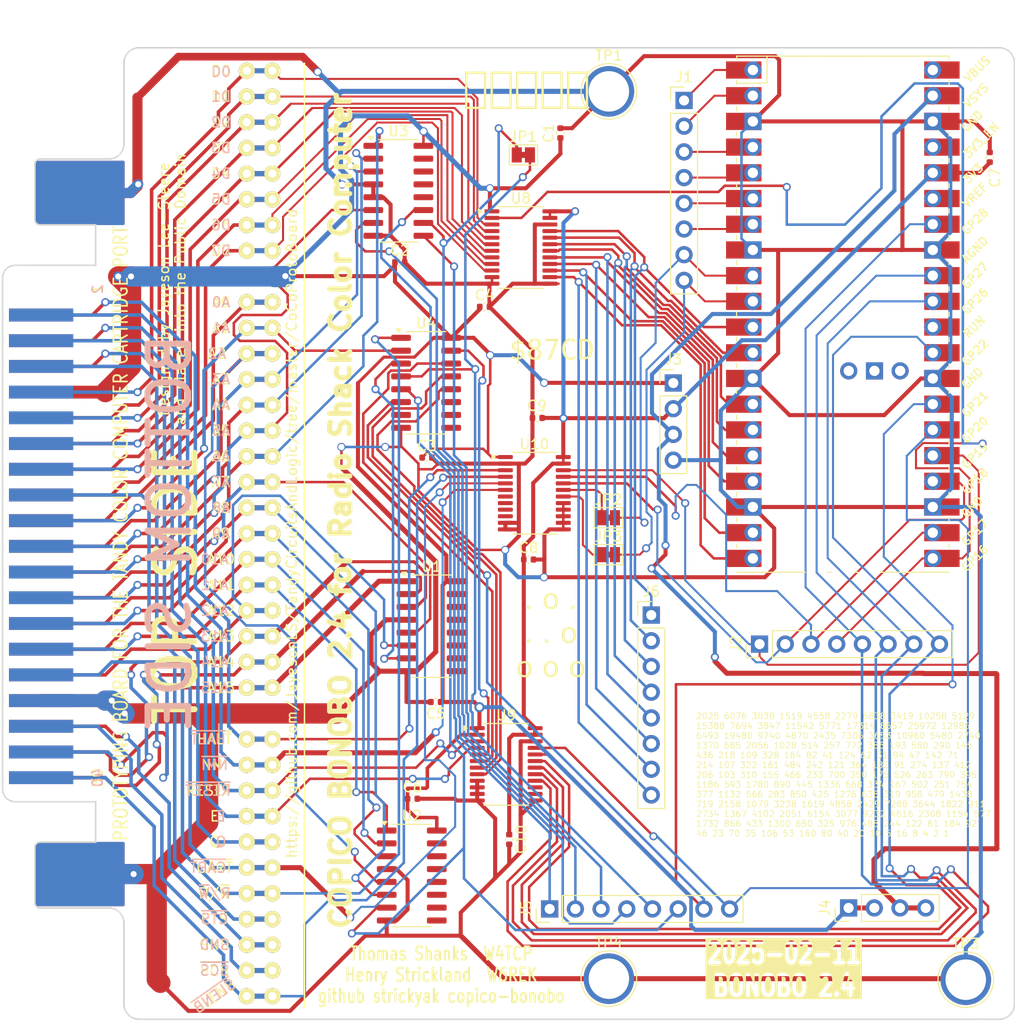
<source format=kicad_pcb>
(kicad_pcb (version 20221018) (generator pcbnew)
  (layers (0 "F.Cu" signal) (31 "B.Cu" signal) (34 "B.Paste" user) (35 "F.Paste" user) (36 "B.SilkS" user "B.Silkscreen") (37 "F.SilkS" user "F.Silkscreen") (38 "B.Mask" user) (39 "F.Mask" user) (44 "Edge.Cuts" user))
  (net 0 "")
  (net 1 "GND")
  (net 2 "+5V")
  (net 3 "/halt{slash}")
  (net 4 "/nmi{slash}")
  (net 5 "/reset{slash}")
  (net 6 "/d1")
  (net 7 "/d2")
  (net 8 "/d3")
  (net 9 "/d4")
  (net 10 "/d5")
  (net 11 "/d6")
  (net 12 "/d7")
  (net 13 "/a0")
  (net 14 "/a1")
  (net 15 "/a2")
  (net 16 "/a3")
  (net 17 "/a4")
  (net 18 "/a5")
  (net 19 "/a6")
  (net 20 "/a7")
  (net 21 "/a8")
  (net 22 "/a9")
  (net 23 "/a10")
  (net 24 "/a11")
  (net 25 "/a12")
  (net 26 "/a13")
  (net 27 "/a14")
  (net 28 "/a15")
  (net 29 "/eclk")
  (net 30 "/qclk")
  (net 31 "/cart{slash}")
  (net 32 "/r{slash}w")
  (net 33 "/cts{slash}")
  (net 34 "/snd")
  (net 35 "/scs{slash}")
  (net 36 "/slenb{slash}")
  (net 37 "/g_dir")
  (net 38 "/d0")
  (net 39 "/gpio0")
  (net 40 "/gpio1")
  (net 41 "/gpio2")
  (net 42 "/gpio3")
  (net 43 "/gpio4")
  (net 44 "/gpio5")
  (net 45 "/gpio6")
  (net 46 "/gpio7")
  (net 47 "+3V3")
  (net 48 "/g_halt")
  (net 49 "/g_slenb")
  (net 50 "/g_rd")
  (net 51 "/g_wd")
  (net 52 "/g_wc")
  (net 53 "/g_eclk")
  (net 54 "/g_spoon")
  (net 58 "/g_rc")
  (net 60 "/VSYS")
  (net 61 "/select1")
  (net 62 "/select2")
  (net 63 "/select3")
  (net 64 "/select60")
  (net 65 "/select68")
  (net 66 "/select70")
  (net 67 "/g_reset")
  (net 68 "/gd0")
  (net 69 "/gd1")
  (net 73 "/gd2")
  (net 74 "/gd3")
  (net 75 "/gd4")
  (net 76 "/gd5")
  (net 77 "/gd6")
  (net 78 "/gd7")
  (net 101 "/y_rd")
  (net 102 "/y_wd")
  (net 103 "/y_rc")
  (net 104 "/y_wc")
  (net 107 "/g_cart")
  (net 108 "/g_nmi")
  (net 113 "/select78")
  (footprint "0Titanium:CocoCardEdgeCocoMIDI" (layer "F.Cu") (at 91.44 104.14)
    (fp_text reference "P1" hide)
    (fp_text value "CocoEdgeConnector" hide)
  )
  (footprint "Housings_DIP:DIP-16_W7.62mm" (layer "F.Cu") (at 115.57 58.42)
    (fp_text reference "P2" hide)
    (fp_text value "Coco Data" hide)
  )
  (footprint "Housings_DIP:DIP-22_W10.16mm" (layer "F.Cu") (at 115.57 124.46)
    (fp_text reference "P4" hide)
    (fp_text value "Coco Signals" hide)
  )
  (footprint "Housings_DIP:DIP-32_W15.24mm" (layer "F.Cu") (at 115.57 81.28)
    (fp_text reference "P3" hide)
    (fp_text value "Coco Address" hide)
  )
  (footprint "Connector_PinHeader_2.54mm:PinHeader_1x08_P2.54mm_Vertical" (layer "F.Cu") (at 166.255 115.07 90)
    (fp_text reference "J2")
    (fp_text value "Conn_01x08_Pin")
  )
  (footprint "00_RPi:RPi_PicoW_SMD_TH" (layer "F.Cu") (at 174.48 82.47)
    (fp_text reference "U7" hide)
    (fp_text value "PicoW" hide)
  )
  (footprint "Package_SO:TSSOP-24_4.4x7.8mm_P0.65mm" (layer "F.Cu") (at 141.2125 126.95)
    (fp_text reference "U9")
    (fp_text value "SN74LVC4245APWR")
  )
  (footprint "Connector_PinHeader_2.54mm:PinHeader_1x08_P2.54mm_Vertical" (layer "F.Cu") (at 158.79 61.35)
    (fp_text reference "J1")
    (fp_text value "Conn_01x08_Pin")
  )
  (footprint "Connector_PinHeader_2.54mm:PinHeader_1x04_P2.54mm_Vertical" (layer "F.Cu") (at 157.73 89.27)
    (fp_text reference "J3")
    (fp_text value "Conn_01x04_Pin")
  )
  (footprint "Capacitor_SMD:C_0402_1005Metric" (layer "F.Cu") (at 139.08 81.74)
    (fp_text reference "C4")
    (fp_text value "C_Small")
  )
  (footprint "Package_SO:SOIC-16_3.9x9.9mm_P1.27mm" (layer "F.Cu") (at 133.3 89.25)
    (fp_text reference "U4")
    (fp_text value "74LS138")
  )
  (footprint "Jumper:SolderJumper-2_P1.3mm_Bridged_Pad1.0x1.5mm" (layer "F.Cu") (at 142.91 66.73)
    (fp_text reference "JP1")
    (fp_text value "SolderJumper_2_Bridged")
  )
  (footprint "Jumper:SolderJumper-2_P1.3mm_Bridged_Pad1.0x1.5mm" (layer "F.Cu") (at 151.31 106.23)
    (fp_text reference "JP3")
    (fp_text value "SolderJumper_2_Bridged")
  )
  (footprint "Package_SO:SOIC-16_3.9x9.9mm_P1.27mm" (layer "F.Cu") (at 131.88 137.935)
    (fp_text reference "U2")
    (fp_text value "74LS138")
  )
  (footprint "Capacitor_SMD:C_0402_1005Metric" (layer "F.Cu") (at 189 66.96 90)
    (fp_text reference "C7")
    (fp_text value "C_Small")
  )
  (footprint "Capacitor_SMD:C_0402_1005Metric" (layer "F.Cu") (at 133.39 96.64)
    (fp_text reference "C3")
    (fp_text value "C_Small")
  )
  (footprint "Package_SO:TSSOP-24_4.4x7.8mm_P0.65mm" (layer "F.Cu") (at 143.9925 100.16)
    (fp_text reference "U10")
    (fp_text value "SN74LVC4245APWR")
  )
  (footprint "Capacitor_SMD:C_0402_1005Metric" (layer "F.Cu") (at 144.29 92.72 180)
    (fp_text reference "C9")
    (fp_text value "C_Small")
  )
  (footprint "Capacitor_SMD:C_0402_1005Metric" (layer "F.Cu") (at 141.51 134.37 -90)
    (fp_text reference "C10")
    (fp_text value "C_Small")
  )
  (footprint "Package_SO:SOIC-16_3.9x9.9mm_P1.27mm" (layer "F.Cu") (at 130.555 70.275)
    (fp_text reference "U3")
    (fp_text value "74LS138")
  )
  (footprint "TestPoint:TestPoint_Plated_Hole_D4.0mm" (layer "F.Cu") (at 151.36 148.13)
    (fp_text reference "TP4")
    (fp_text value "TestPoint")
  )
  (footprint "Capacitor_SMD:C_0402_1005Metric" (layer "F.Cu") (at 146.57 64.57 90)
    (fp_text reference "C1")
    (fp_text value "C_Small")
  )
  (footprint "Capacitor_SMD:C_0402_1005Metric" (layer "F.Cu") (at 131.95 130.35)
    (fp_text reference "C6")
    (fp_text value "C_Small")
  )
  (footprint "Capacitor_SMD:C_0402_1005Metric" (layer "F.Cu") (at 130.7 77.33)
    (fp_text reference "C2")
    (fp_text value "C_Small")
  )
  (footprint "Connector_PinHeader_2.54mm:PinHeader_1x04_P2.54mm_Vertical" (layer "F.Cu") (at 175.05 141.14 90)
    (fp_text reference "J4")
    (fp_text value "Conn_01x04_Pin")
  )
  (footprint "Package_SO:SOIC-16_3.9x9.9mm_P1.27mm" (layer "F.Cu") (at 133.8375 113.3)
    (fp_text reference "U1")
    (fp_text value "74LS138")
  )
  (footprint "TestPoint:TestPoint_Plated_Hole_D4.0mm" (layer "F.Cu") (at 186.63 148.23)
    (fp_text reference "TP3")
    (fp_text value "TestPoint")
  )
  (footprint "Jumper:SolderJumper-2_P1.3mm_Bridged_Pad1.0x1.5mm" (layer "F.Cu") (at 151.31 102.58)
    (fp_text reference "JP2")
    (fp_text value "SolderJumper_2_Bridged")
  )
  (footprint "Capacitor_SMD:C_0402_1005Metric" (layer "F.Cu") (at 143.43 106.71)
    (fp_text reference "C8")
    (fp_text value "C_Small")
  )
  (footprint "Connector_PinHeader_2.54mm:PinHeader_1x08_P2.54mm_Vertical" (layer "F.Cu") (at 145.51 141.24 90)
    (fp_text reference "J5")
    (fp_text value "Conn_01x08_Pin")
  )
  (footprint "Capacitor_SMD:C_0402_1005Metric" (layer "F.Cu") (at 134.25 120.79 180)
    (fp_text reference "C5")
    (fp_text value "C_Small")
  )
  (footprint "Connector_PinHeader_2.54mm:PinHeader_1x08_P2.54mm_Vertical" (layer "F.Cu") (at 155.55 112.2)
    (fp_text reference "J6")
    (fp_text value "Conn_01x08_Pin")
  )
  (footprint "Package_SO:TSSOP-24_4.4x7.8mm_P0.65mm" (layer "F.Cu") (at 142.67 75.88)
    (fp_text reference "U8")
    (fp_text value "SN74LVC4245APWR")
  )
  (footprint "TestPoint:TestPoint_Plated_Hole_D4.0mm" (layer "F.Cu") (at 151.36 60.45)
    (fp_text reference "TP1")
    (fp_text value "TestPoint")
  )
  (gr_line (start 121.28 151.02) (end 121.28 57.67) (stroke (width 0.15)) (layer "F.SilkS"))
  (gr_line (start 100.64 130.64) (end 100.64 134.64) (stroke (width 0.15)) (layer "Edge.Cuts"))
  (gr_line (start 100.64 77.64) (end 100.64 73.64) (stroke (width 0.15)) (layer "Edge.Cuts"))
  (gr_arc (start 94.64 67.64) (mid 94.786447 67.286447) (end 95.14 67.14) (stroke (width 0.15)) (layer "Edge.Cuts"))
  (gr_arc (start 191.44 150.64) (mid 191.00066 151.70066) (end 189.94 152.14) (stroke (width 0.15)) (layer "Edge.Cuts"))
  (gr_arc (start 92.69 130.64) (mid 91.806117 130.273883) (end 91.44 129.39) (stroke (width 0.15)) (layer "Edge.Cuts"))
  (gr_line (start 104.94 152.14) (end 187.94 152.14) (stroke (width 0.15)) (layer "Edge.Cuts"))
  (gr_line (start 95.14 73.64) (end 100.64 73.64) (stroke (width 0.15)) (layer "Edge.Cuts"))
  (gr_line (start 187.94 56.14) (end 104.94 56.14) (stroke (width 0.15)) (layer "Edge.Cuts"))
  (gr_arc (start 94.64 135.14) (mid 94.786447 134.786447) (end 95.14 134.64) (stroke (width 0.15)) (layer "Edge.Cuts"))
  (gr_arc (start 103.44 65.64) (mid 103.00066 66.70066) (end 101.94 67.14) (stroke (width 0.15)) (layer "Edge.Cuts"))
  (gr_line (start 94.64 135.14) (end 94.64 140.64) (stroke (width 0.15)) (layer "Edge.Cuts"))
  (gr_line (start 95.14 141.14) (end 101.94 141.14) (stroke (width 0.15)) (layer "Edge.Cuts"))
  (gr_line (start 191.44 150.64) (end 191.44 57.64) (stroke (width 0.15)) (layer "Edge.Cuts"))
  (gr_arc (start 189.94 56.14) (mid 191.00066 56.57934) (end 191.44 57.64) (stroke (width 0.15)) (layer "Edge.Cuts"))
  (gr_line (start 91.44 78.89) (end 91.44 79.14) (stroke (width 0.15)) (layer "Edge.Cuts"))
  (gr_arc (start 104.94 152.14) (mid 103.87934 151.70066) (end 103.44 150.64) (stroke (width 0.15)) (layer "Edge.Cuts"))
  (gr_line (start 93.44 77.64) (end 100.64 77.64) (stroke (width 0.15)) (layer "Edge.Cuts"))
  (gr_line (start 93.44 130.64) (end 100.64 130.64) (stroke (width 0.15)) (layer "Edge.Cuts"))
  (gr_line (start 103.44 142.64) (end 103.44 150.64) (stroke (width 0.15)) (layer "Edge.Cuts"))
  (gr_line (start 94.64 67.64) (end 94.64 73.14) (stroke (width 0.15)) (layer "Edge.Cuts"))
  (gr_line (start 92.69 130.64) (end 93.44 130.64) (stroke (width 0.15)) (layer "Edge.Cuts"))
  (gr_arc (start 91.44 78.89) (mid 91.806117 78.006117) (end 92.69 77.64) (stroke (width 0.15)) (layer "Edge.Cuts"))
  (gr_line (start 189.94 56.14) (end 187.94 56.14) (stroke (width 0.15)) (layer "Edge.Cuts"))
  (gr_line (start 95.14 134.64) (end 100.64 134.64) (stroke (width 0.15)) (layer "Edge.Cuts"))
  (gr_arc (start 95.14 73.64) (mid 94.786447 73.493553) (end 94.64 73.14) (stroke (width 0.15)) (layer "Edge.Cuts"))
  (gr_line (start 91.44 79.14) (end 91.44 129.14) (stroke (width 0.15)) (layer "Edge.Cuts"))
  (gr_line (start 91.44 129.39) (end 91.44 129.14) (stroke (width 0.15)) (layer "Edge.Cuts"))
  (gr_arc (start 95.14 141.14) (mid 94.786447 140.993553) (end 94.64 140.64) (stroke (width 0.15)) (layer "Edge.Cuts"))
  (gr_line (start 103.44 57.64) (end 103.44 65.64) (stroke (width 0.15)) (layer "Edge.Cuts"))
  (gr_line (start 92.69 77.64) (end 93.44 77.64) (stroke (width 0.15)) (layer "Edge.Cuts"))
  (gr_arc (start 103.44 57.64) (mid 103.87934 56.57934) (end 104.94 56.14) (stroke (width 0.15)) (layer "Edge.Cuts"))
  (gr_line (start 187.94 152.14) (end 189.94 152.14) (stroke (width 0.15)) (layer "Edge.Cuts"))
  (gr_arc (start 101.94 141.14) (mid 103.00066 141.57934) (end 103.44 142.64) (stroke (width 0.15)) (layer "Edge.Cuts"))
  (gr_line (start 95.14 67.14) (end 101.94 67.14) (stroke (width 0.15)) (layer "Edge.Cuts"))
  (gr_text "~{SLENB}" (at 112.395 149.86 35) (layer "B.SilkS") (effects (font (size 1 1)) (justify mirror)))
  (gr_text "~{SCS}" (at 112.395 147.32) (layer "B.SilkS") (effects (font (size 1 1)) (justify mirror)))
  (gr_text "SND" (at 112.395 144.78) (layer "B.SilkS") (effects (font (size 1 1)) (justify mirror)))
  (gr_text "~{CTS}" (at 112.395 142.24) (layer "B.SilkS") (effects (font (size 1 1)) (justify mirror)))
  (gr_text "R/~{W}" (at 112.395 139.7) (layer "B.SilkS") (effects (font (size 1 1)) (justify mirror)))
  (gr_text "~{CART}" (at 111.76 137.16) (layer "B.SilkS") (effects (font (size 1 1)) (justify mirror)))
  (gr_text "Q" (at 113.03 134.62) (layer "B.SilkS") (effects (font (size 1 1)) (justify mirror)))
  (gr_text "E" (at 113.03 132.08) (layer "B.SilkS") (effects (font (size 1 1)) (justify mirror)))
  (gr_text "~{RESET}" (at 111.76 129.54) (layer "B.SilkS") (effects (font (size 1 1)) (justify mirror)))
  (gr_text "~{NMI}" (at 112.395 127) (layer "B.SilkS") (effects (font (size 1 1)) (justify mirror)))
  (gr_text "~{HALT}" (at 111.76 124.46) (layer "B.SilkS") (effects (font (size 1 1)) (justify mirror)))
  (gr_text "A15" (at 112.395 119.38) (layer "B.SilkS") (effects (font (size 1 1)) (justify mirror)))
  (gr_text "A14" (at 112.395 116.84) (layer "B.SilkS") (effects (font (size 1 1)) (justify mirror)))
  (gr_text "A13" (at 112.395 114.3) (layer "B.SilkS") (effects (font (size 1 1)) (justify mirror)))
  (gr_text "A12" (at 112.395 111.76) (layer "B.SilkS") (effects (font (size 1 1)) (justify mirror)))
  (gr_text "A11" (at 112.395 109.22) (layer "B.SilkS") (effects (font (size 1 1)) (justify mirror)))
  (gr_text "A10" (at 112.395 106.68) (layer "B.SilkS") (effects (font (size 1 1)) (justify mirror)))
  (gr_text "A9" (at 113.03 104.14) (layer "B.SilkS") (effects (font (size 1 1)) (justify mirror)))
  (gr_text "A8" (at 113.03 101.6) (layer "B.SilkS") (effects (font (size 1 1)) (justify mirror)))
  (gr_text "A7" (at 113.03 99.06) (layer "B.SilkS") (effects (font (size 1 1)) (justify mirror)))
  (gr_text "A6" (at 113.03 96.52) (layer "B.SilkS") (effects (font (size 1 1)) (justify mirror)))
  (gr_text "A5" (at 113.03 93.98) (layer "B.SilkS") (effects (font (size 1 1)) (justify mirror)))
  (gr_text "A4" (at 113.03 91.44) (layer "B.SilkS") (effects (font (size 1 1)) (justify mirror)))
  (gr_text "A3" (at 113.03 88.9) (layer "B.SilkS") (effects (font (size 1 1)) (justify mirror)))
  (gr_text "A2" (at 112.629 86.36) (layer "B.SilkS") (effects (font (size 1 1)) (justify mirror)))
  (gr_text "A1" (at 113.03 83.82) (layer "B.SilkS") (effects (font (size 1 1)) (justify mirror)))
  (gr_text "A0" (at 113.03 81.28) (layer "B.SilkS") (effects (font (size 1 1)) (justify mirror)))
  (gr_text "D7" (at 113.03 76.2) (layer "B.SilkS") (effects (font (size 1 1)) (justify mirror)))
  (gr_text "D5" (at 113.03 71.12) (layer "B.SilkS") (effects (font (size 1 1)) (justify mirror)))
  (gr_text "D4" (at 113.03 68.58) (layer "B.SilkS") (effects (font (size 1 1)) (justify mirror)))
  (gr_text "D3" (at 113.03 66.04) (layer "B.SilkS") (effects (font (size 1 1)) (justify mirror)))
  (gr_text "D2" (at 113.03 63.5) (layer "B.SilkS") (effects (font (size 1 1)) (justify mirror)))
  (gr_text "D1" (at 113.03 60.96) (layer "B.SilkS") (effects (font (size 1 1)) (justify mirror)))
  (gr_text "D0" (at 113.03 58.42 180) (layer "B.SilkS") (effects (font (size 1 1)) (justify mirror)))
  (gr_text "D6" (at 113.03 73.66) (layer "B.SilkS") (effects (font (size 1 1)) (justify mirror)))
  (gr_text "BOTTOM SIDE" (at 107.95 104.14 90) (layer "B.SilkS") (effects (font (size 4 4) (thickness 0.6)) (justify mirror)))
  (gr_text "A0" (at 113.03 81.28) (layer "F.SilkS") (effects (font (size 1 1))))
  (gr_text "A1" (at 113.03 83.82) (layer "F.SilkS") (effects (font (size 1 1))))
  (gr_text "A2" (at 112.629 86.36) (layer "F.SilkS") (effects (font (size 1 1))))
  (gr_text "A3" (at 113.03 88.9) (layer "F.SilkS") (effects (font (size 1 1))))
  (gr_text "A4" (at 113.03 91.44) (layer "F.SilkS") (effects (font (size 1 1))))
  (gr_text "A5" (at 113.03 93.98) (layer "F.SilkS") (effects (font (size 1 1))))
  (gr_text "A6" (at 113.03 96.52) (layer "F.SilkS") (effects (font (size 1 1))))
  (gr_text "A7" (at 113.03 99.06) (layer "F.SilkS") (effects (font (size 1 1))))
  (gr_text "A8" (at 113.03 101.6) (layer "F.SilkS") (effects (font (size 1 1))))
  (gr_text "A9" (at 113.03 104.14) (layer "F.SilkS") (effects (font (size 1 1))))
  (gr_text "A10" (at 113.03 106.68) (layer "F.SilkS") (effects (font (size 1 1))))
  (gr_text "A11" (at 113.03 109.22) (layer "F.SilkS") (effects (font (size 1 1))))
  (gr_text "A12" (at 113.03 111.76) (layer "F.SilkS") (effects (font (size 1 1))))
  (gr_text "A13" (at 113.03 114.3) (layer "F.SilkS") (effects (font (size 1 1))))
  (gr_text "A14" (at 113.03 116.84) (layer "F.SilkS") (effects (font (size 1 1))))
  (gr_text "A15" (at 113.03 119.38) (layer "F.SilkS") (effects (font (size 1 1))))
  (gr_text "~{HALT}" (at 112.395 124.46) (layer "F.SilkS") (effects (font (size 1 1))))
  (gr_text "~{NMI}" (at 112.395 127) (layer "F.SilkS") (effects (font (size 1 1))))
  (gr_text "~{RESET}" (at 111.76 129.54) (layer "F.SilkS") (effects (font (size 1 1))))
  (gr_text "E" (at 112.395 132.08) (layer "F.SilkS") (effects (font (size 1 1))))
  (gr_text "Q" (at 112.395 134.62) (layer "F.SilkS") (effects (font (size 1 1))))
  (gr_text "~{CART}" (at 112.395 137.16) (layer "F.SilkS") (effects (font (size 1 1))))
  (gr_text "R/~{W}" (at 112.395 139.7) (layer "F.SilkS") (effects (font (size 1 1))))
  (gr_text "~{CTS}" (at 112.395 142.24) (layer "F.SilkS") (effects (font (size 1 1))))
  (gr_text "SND" (at 112.395 144.78) (layer "F.SilkS") (effects (font (size 1 1))))
  (gr_text "~{SCS}" (at 112.395 147.32) (layer "F.SilkS") (effects (font (size 1 1))))
  (gr_text "~{SLENB}" (at 112.395 149.86 35) (layer "F.SilkS") (effects (font (size 1 1))))
  (gr_text "D0" (at 113.03 58.42) (layer "F.SilkS") (effects (font (size 1 1))))
  (gr_text "D5" (at 113.03 71.12) (layer "F.SilkS") (effects (font (size 1 1))))
  (gr_text "D6" (at 113.03 73.66) (layer "F.SilkS") (effects (font (size 1 1))))
  (gr_text "D7" (at 113.03 76.2) (layer "F.SilkS") (effects (font (size 1 1))))
  (gr_text "D1" (at 113.03 60.96) (layer "F.SilkS") (effects (font (size 1 1))))
  (gr_text "D2" (at 113.03 63.5) (layer "F.SilkS") (effects (font (size 1 1))))
  (gr_text "D3" (at 113.03 66.04) (layer "F.SilkS") (effects (font (size 1 1))))
  (gr_text "D4" (at 113.03 68.58) (layer "F.SilkS") (effects (font (size 1 1))))
  (gr_text "https://github.com/JayesonLS/TandyCircuitsAndLogic/tree/master/CoCoProtoBoard" (at 120.015 104.14 90) (layer "F.SilkS") (effects (font (size 1 1))))
  (gr_text "TOP SIDE" (at 108.585 109.22 90) (layer "F.SilkS") (effects (font (size 4 4) (thickness 0.6))))
  (gr_text "Thomas Shanks  W4TCP\nHenry Strickland  W6REK\ngithub strickyak copico-bonobo" (at 134.79 147.74) (layer "F.SilkS") (effects (font (size 1.3 1) (thickness 0.2) bold)))
  (gr_text ". o .\n. . o\no o o" (at 145.62 114.12) (layer "F.SilkS") (effects (font (size 2 2))))
  (gr_text "2025-02-11\nBONOBO 2.4" (at 168.67 147.23) (layer "F.SilkS" knockout) (effects (font (size 2 1.5) (thickness 0.375) bold)))
  (gr_text "2025 6076 3038 1519 4558 2279 6838 3419 10258 5129\n15388 7694 3847 11542 5771 17314 8657 25972 12986\n6493 19480 9740 4870 2435 7306 3653 10960 5480 2740\n1370 685 2056 1028 514 257 772 386 193 580 290 145\n436 218 109 328 164 82 41 124 62 31 94 47 142 71\n214 107 322 161 484 242 121 364 182 91 274 137 412\n206 103 310 155 466 233 700 350 175 526 263 790 395\n1186 593 1780 890 445 1336 668 334 167 502 251 754\n377 1132 566 283 850 425 1276 638 319 958 479 1438\n719 2158 1079 3238 1619 4858 2429 7288 3644 1822 911\n2734 1367 4102 2051 6154 3077 9232 4616 2308 1154 577\n1732 866 433 1300 650 325 976 488 244 122 61 184 92\n46 23 70 35 106 53 160 80 40 20 10 5 16 8 4 2 1" (at 159.93 134.13) (layer "F.SilkS") (effects (font (size 0.6 0.6) (thickness 0.07)) (justify left bottom)))
  (gr_text "$87CD" (at 145.72 86.11) (layer "F.SilkS") (effects (font (size 2 2))))
  (gr_text "COPICO BONOBO 2.4 for Radio Shack Color Computer" (at 124.86 101.89 90) (layer "F.SilkS") (effects (font (size 2 2) (thickness 0.5) bold)))
  (gr_text "PROTOTYPING BOARD FOR THE TANDY COLOR COMPUTER CARTRIDGE PORT" (at 103.124 104.14 90) (layer "F.SilkS") (effects (font (size 1.35 1.09) (thickness 0.17))))
  (gr_text "ยักษ์" (at 143.23 60.2) (layer "F.SilkS") (effects (font (size 3 3))))
  (gr_text "Designed by Jayeson Lee-Steere\nand placed into the Public Domain" (at 108.204 80.01 90) (layer "F.SilkS") (effects (font (size 1 1))))
  (segment (start 141.51 136.805) (end 140.1225 138.1925) (width 0.4) (layer "F.Cu") (net 1))
  (segment (start 141.13 105.74) (end 141.11 105.76) (width 0.25) (layer "F.Cu") (net 1))
  (segment (start 134.25 115.832) (end 134.25 106.92) (width 0.5) (layer "F.Cu") (net 1))
  (segment (start 138.35 129.875) (end 138.35 129.225) (width 0.4) (layer "F.Cu") (net 1))
  (segment (start 104.775 69.705) (end 104.775 69.85) (width 1) (layer "F.Cu") (net 1))
  (segment (start 131.18 77.33) (end 133.305 79.455) (width 0.4) (layer "F.Cu") (net 1))
  (segment (start 168.19 60.82) (end 168.19 57.33) (width 0.4) (layer "F.Cu") (net 1))
  (segment (start 146.57 64.09) (end 147.72 64.09) (width 0.4) (layer "F.Cu") (net 1))
  (segment (start 166.78 108.46) (end 144.95 108.46) (width 0.4) (layer "F.Cu") (net 1))
  (segment (start 132.54 99.91) (end 138.39 105.76) (width 0.25) (layer "F.Cu") (net 1))
  (segment (start 128.698 117.745) (end 124.524 121.92) (width 0.5) (layer "F.Cu") (net 1))
  (segment (start 129.405 137.3) (end 130.38 137.3) (width 0.4) (layer "F.Cu") (net 1))
  (segment (start 165.59 88.82) (end 168.09 86.32) (width 0.4) (layer "F.Cu") (net 1))
  (segment (start 140.97 148.13) (end 136.72 143.88) (width 0.5) (layer "F.Cu") (net 1))
  (segment (start 129.055 70.91) (end 128.08 70.91) (width 0.25) (layer "F.Cu") (net 1))
  (segment (start 127.86 114.13) (end 127.86 116.907) (width 0.5) (layer "F.Cu") (net 1))
  (segment (start 143.83 86.01) (end 143.81 86.03) (width 0.25) (layer "F.Cu") (net 1))
  (segment (start 145.48 103.735) (end 144.99 104.225) (width 0.4) (layer "F.Cu") (net 1))
  (segment (start 182.2 88.82) (end 183.37 88.82) (width 0.4) (layer "F.Cu") (net 1))
  (segment (start 143.91 106.71) (end 144.9 106.71) (width 0.4) (layer "F.Cu") (net 1))
  (segment (start 106.68 137.795) (end 106.68 148.18) (width 2) (layer "F.Cu") (net 1))
  (segment (start 131.36 120.79) (end 133.77 120.79) (width 0.4) (layer "F.Cu") (net 1))
  (segment (start 130.825 95.5119) (end 130.747 95.59) (width 0.25) (layer "F.Cu") (net 1))
  (segment (start 131.47 141.29) (end 130.38 142.38) (width 0.4) (layer "F.Cu") (net 1))
  (segment (start 104.775 61.06) (end 104.775 69.555) (width 1) (layer "F.Cu") (net 1))
  (segment (start 180.37 63.42) (end 183.37 63.42) (width 0.4) (layer "F.Cu") (net 1))
  (segment (start 146.855 103.735) (end 145.48 103.735) (width 0.4) (layer "F.Cu") (net 1))
  (segment (start 129.79 71.645) (end 129.055 70.91) (width 0.4) (layer "F.Cu") (net 1))
  (segment (start 168.08 76.12) (end 180.29 76.12) (width 0.4) (layer "F.Cu") (net 1))
  (segment (start 128.08 70.91) (end 128.08 69.64) (width 0.4) (layer "F.Cu") (net 1))
  (segment (start 131.47 138.39) (end 131.47 141.29) (width 0.4) (layer "F.Cu") (net 1))
  (segment (start 142.445 103.735) (end 142.46 103.72) (width 0.4) (layer "F.Cu") (net 1))
  (segment (start 136.305 130.525) (end 138.35 130.525) (width 0.4) (layer "F.Cu") (net 1))
  (segment (start 131.18 77.33) (end 131.18 76.11) (width 0.4) (layer "F.Cu") (net 1))
  (segment (start 132.54 97.2274) (end 130.825 95.5119) (width 0.25) (layer "F.Cu") (net 1))
  (segment (start 131.3625 112.665) (end 129.325 112.665) (width 0.5) (layer "F.Cu") (net 1))
  (segment (start 165.59 63.42) (end 180.37 63.42) (width 0.4) (layer "F.Cu") (net 1))
  (segment (start 138.35 130.525) (end 140.1225 132.2975) (width 0.4) (layer "F.Cu") (net 1))
  (segment (start 108.812 57.023) (end 104.775 61.06) (width 0.762) (layer "F.Cu") (net 1))
  (segment (start 143.81 92.72) (end 143.81 96.4565) (width 0.4) (layer "F.Cu") (net 1))
  (segment (start 111.76 123.19) (end 111.76 124.46) (width 2) (layer "F.Cu") (net 1))
  (segment (start 142.64 131.96) (end 142.64 124.675) (width 0.4) (layer "F.Cu") (net 1))
  (segment (start 139.8075 78.9667) (end 139.8075 78.805) (width 0.25) (layer "F.Cu") (net 1))
  (segment (start 144.99 108.42) (end 144.95 108.46) (width 0.25) (layer "F.Cu") (net 1))
  (segment (start 127.29 143.88) (end 119.86 151.31) (width 0.4) (layer "F.Cu") (net 1))
  (segment (start 130.38 142.38) (end 129.405 142.38) (width 0.25) (layer "F.Cu") (net 1))
  (segment (start 132.54 97.79) (end 132.54 99.91) (width 0.25) (layer "F.Cu") (net 1))
  (segment (start 139.56 81.74) (end 139.56 79.7025) (width 0.4) (layer "F.Cu") (net 1))
  (segment (start 142.64 131.96) (end 144.075 130.525) (width 0.4) (layer "F.Cu") (net 1))
  (segment (start 141.13 105.74) (end 141.11 105.76) (width 0.25) (layer "F.Cu") (net 1))
  (segment (start 151.36 148.13) (end 140.97 148.13) (width 0.5) (layer "F.Cu") (net 1))
  (segment (start 144.055 73.605) (end 145.532 73.605) (width 0.4) (layer "F.Cu") (net 1))
  (segment (start 143.81 86.03) (end 143.81 92.72) (width 0.4) (layer "F.Cu") (net 1))
  (segment (start 187.44 63.42) (end 189.02 65) (width 0.4) (layer "F.Cu") (net 1))
  (segment (start 141.13 103.735) (end 142.445 103.735) (width 0.4) (layer "F.Cu") (net 1))
  (segment (start 95.25 120.65) (end 101.6 120.65) (width 1.27) (layer "F.Cu") (net 1))
  (segment (start 139.808 79.13) (end 139.808 79.1295) (width 0.25) (layer "F.Cu") (net 1))
  (segment (start 132.54 97.79) (end 133.91 97.79) (width 0.25) (layer "F.Cu") (net 1))
  (segment (start 129.405 143.715) (end 129.405 142.38) (width 0.4) (layer "F.Cu") (net 1))
  (segment (start 128.08 69.64) (end 125 69.64) (width 0.4) (layer "F.Cu") (net 1))
  (segment (start 131.362 120.788) (end 131.36 120.79) (width 0.25) (layer "F.Cu") (net 1))
  (segment (start 165.59 101.52) (end 183.37 101.52) (width 0.4) (layer "F.Cu") (net 1))
  (segment (start 124.95 95.61) (end 124.93 95.59) (width 0.25) (layer "F.Cu") (net 1))
  (segment (start 131.362 117.745) (end 131.3625 117.745) (width 0.25) (layer "F.Cu") (net 1))
  (segment (start 141.13 103.085) (end 142.455 103.085) (width 0.4) (layer "F.Cu") (net 1))
  (segment (start 167.7 107.54) (end 166.78 108.46) (width 0.4) (layer "F.Cu") (net 1))
  (segment (start 143.072 97.235) (end 142.46 97.235) (width 0.4) (layer "F.Cu") (net 1))
  (segment (start 144.99 104.225) (end 144.99 106.62) (width 0.4) (layer "F.Cu") (net 1))
  (segment (start 111.76 121.92) (end 111.76 123.19) (width 2) (layer "F.Cu") (net 1))
  (segment (start 133.91 97.79) (end 134.465 97.235) (width 0.25) (layer "F.Cu") (net 1))
  (segment (start 131.18 76.11) (end 129.79 74.72) (width 0.4) (layer "F.Cu") (net 1))
  (segment (start 136.72 141.595) (end 136.72 143.88) (width 0.4) (layer "F.Cu") (net 1))
  (segment (start 147.72 64.09) (end 151.36 60.45) (width 0.4) (layer "F.Cu") (net 1))
  (segment (start 144.04 79.455) (end 141.845 79.455) (width 0.4) (layer "F.Cu") (net 1))
  (segment (start 119.86 151.31) (end 109.81 151.31) (width 0.4) (layer "F.Cu") (net 1))
  (segment (start 131.362 112.665) (end 131.3625 112.665) (width 0.25) (layer "F.Cu") (net 1))
  (segment (start 139.808 79.1295) (end 139.808 78.9672) (width 0.25) (layer "F.Cu") (net 1))
  (segment (start 110.49 121.92) (end 111.76 123.19) (width 2) (layer "F.Cu") (net 1))
  (segment (start 141.13 103.735) (end 141.13 103.085) (width 0.4) (layer "F.Cu") (net 1))
  (segment (start 125 69.64) (end 124.99 69.65) (width 0.25) (layer "F.Cu") (net 1))
  (segment (start 129.57 143.88) (end 127.29 143.88) (width 0.4) (layer "F.Cu") (net 1))
  (segment (start 130.38 137.3) (end 131.47 138.39) (width 0.4) (layer "F.Cu") (net 1))
  (segment (start 131.362 117.745) (end 131.362 120.788) (width 0.4) (layer "F.Cu") (net 1))
  (segment (start 139.808 79.1295) (end 139.808 78.9672) (width 0.25) (layer "F.Cu") (net 1))
  (segment (start 129.79 74.72) (end 128.08 74.72) (width 0.4) (layer "F.Cu") (net 1))
  (segment (start 180.37 76.04) (end 180.29 76.12) (width 0.4) (layer "F.Cu") (net 1))
  (segment (start 130.747 95.59) (end 129.255 95.59) (width 0.25) (layer "F.Cu") (net 1))
  (segment (start 109.81 151.31) (end 107.04 148.54) (width 0.4) (layer "F.Cu") (net 1))
  (segment (start 141.13 97.235) (end 134.465 97.235) (width 0.4) (layer "F.Cu") (net 1))
  (segment (start 154.84 56.97) (end 151.36 60.45) (width 0.4) (layer "F.Cu") (net 1))
  (segment (start 133.305 79.455) (end 139.8075 79.455) (width 0.4) (layer "F.Cu") (net 1))
  (segment (start 141.51 136.805) (end 141.51 134.85) (width 0.4) (layer "F.Cu") (net 1))
  (segment (start 132.43 130.35) (end 136.13 130.35) (width 0.4) (layer "F.Cu") (net 1))
  (segment (start 136.72 143.88) (end 129.57 143.88) (width 0.4) (layer "F.Cu") (net 1))
  (segment (start 139.8075 79.455) (end 139.808 79.455) (width 0.25) (layer "F.Cu") (net 1))
  (segment (start 106.68 148.18) (end 107.04 148.54) (width 2) (layer "F.Cu") (net 1))
  (segment (start 104.85 69.63) (end 104.775 69.705) (width 1) (layer "F.Cu") (net 1))
  (segment (start 104.14 70.485) (end 100.33 70.485) (width 1) (layer "F.Cu") (net 1))
  (segment (start 144.04 73.59) (end 144.055 73.605) (width 0.25) (layer "F.Cu") (net 1))
  (segment (start 136.13 130.35) (end 136.305 130.525) (width 0.4) (layer "F.Cu") (net 1))
  (segment (start 141.51 136.77) (end 142.64 135.64) (width 0.4) (layer "F.Cu") (net 1))
  (segment (start 122.59 58.52) (end 121.093 57.023) (width 0.762) (layer "F.Cu") (net 1))
  (segment (start 140.1225 138.1925) (end 136.72 141.595) (width 0.4) (layer "F.Cu") (net 1))
  (segment (start 165.59 101.52) (end 167.7 103.63) (width 0.4) (layer "F.Cu") (net 1))
  (segment (start 144.9 106.71) (end 144.99 106.62) (width 0.25) (layer "F.Cu") (net 1))
  (segment (start 142.46 103.72) (end 142.46 104.41) (width 0.4) (layer "F.Cu") (net 1))
  (segment (start 144.04 79.455) (end 144.04 73.59) (width 0.4) (layer "F.Cu") (net 1))
  (segment (start 124.99 69.63) (end 124.99 69.65) (width 0.25) (layer "F.Cu") (net 1))
  (segment (start 101.6 120.65) (end 102.235 120.65) (width 2) (layer "F.Cu") (net 1))
  (segment (start 104.775 69.85) (end 104.14 70.485) (width 1) (layer "F.Cu") (net 1))
  (segment (start 189.02 65) (end 189 65.02) (width 0.25) (layer "F.Cu") (net 1))
  (segment (start 180.29 76.12) (end 183.37 76.12) (width 0.4) (layer "F.Cu") (net 1))
  (segment (start 143.81 96.4565) (end 143.83 96.4765) (width 0.25) (layer "F.Cu") (net 1))
  (segment (start 134.25 106.92) (end 124.93 97.6) (width 0.5) (layer "F.Cu") (net 1))
  (segment (start 180.37 63.42) (end 180.37 76.04) (width 0.4) (layer "F.Cu") (net 1))
  (segment (start 124.99 69.65) (end 124.97 69.65) (width 0.25) (layer "F.Cu") (net 1))
  (segment (start 129.79 74.72) (end 129.79 71.645) (width 0.4) (layer "F.Cu") (net 1))
  (segment (start 142.64 135.64) (end 142.64 131.96) (width 0.4) (layer "F.Cu") (net 1))
  (segment (start 142.64 124.675) (end 144.075 124.675) (width 0.4) (layer "F.Cu") (net 1))
  (segment (start 168.19 57.33) (end 167.83 56.97) (width 0.4) (layer "F.Cu") (net 1))
  (segment (start 151.36 148.13) (end 186.53 148.13) (width 0.5) (layer "F.Cu") (net 1))
  (segment (start 124.93 97.6) (end 124.93 95.59) (width 0.25) (layer "F.Cu") (net 1))
  (segment (start 142.46 104.41) (end 141.13 105.74) (width 0.4) (layer "F.Cu") (net 1))
  (segment (start 141.845 79.455) (end 139.56 81.74) (width 0.4) (layer "F.Cu") (net 1))
  (segment (start 134.465 97.235) (end 133.87 96.64) (width 0.4) (layer "F.Cu") (net 1))
  (segment (start 138.35 130.525) (end 138.35 129.875) (width 0.4) (layer "F.Cu") (net 1))
  (segment (start 146.855 103.735) (end 146.855 103.085) (width 0.25) (layer "F.Cu") (net 1))
  (segment (start 168.09 86.32) (end 168.09 76.13) (width 0.4) (layer "F.Cu") (net 1))
  (segment (start 130.327 117.745) (end 131.362 117.745) (width 0.25) (layer "F.Cu") (net 1))
  (segment (start 146.855 103.085) (end 146.855 102.435) (width 0.25) (layer "F.Cu") (net 1))
  (segment (start 165.59 63.42) (end 168.19 60.82) (width 0.4) (layer "F.Cu") (net 1))
  (segment (start 131.3625 117.745) (end 132.337 117.745) (width 0.25) (layer "F.Cu") (net 1))
  (segment (start 143.83 96.4765) (end 143.072 97.235) (width 0.4) (layer "F.Cu") (net 1))
  (segment (start 168.09 76.13) (end 168.08 76.12) (width 0.4) (layer "F.Cu") (net 1))
  (segment (start 169.21 92.44) (end 178.58 92.44) (width 0.4) (layer "F.Cu") (net 1))
  (segment (start 127.86 116.907) (end 128.698 117.745) (width 0.5) (layer "F.Cu") (net 1))
  (segment (start 139.808 79.455) (end 139.808 79.13) (width 0.25) (layer "F.Cu") (net 1))
  (segment (start 186.53 148.13) (end 186.63 148.23) (width 0.25) (layer "F.Cu") (net 1))
  (segment (start 111.76 124.46) (end 111.76 132.715) (width 2) (layer "F.Cu") (net 1))
  (segment (start 183.37 63.42) (end 187.44 63.42) (width 0.4) (layer "F.Cu") (net 1))
  (segment (start 138.39 105.76) (end 141.11 105.76) (width 0.25) (layer "F.Cu") (net 1))
  (segment (start 128.698 117.745) (end 130.327 117.745) (width 0.5) (layer "F.Cu") (net 1))
  (segment (start 121.093 57.023) (end 108.812 57.023) (width 0.762) (layer "F.Cu") (net 1))
  (segment (start 142.46 103.09) (end 142.46 103.72) (width 0.4) (layer "F.Cu") (net 1))
  (segment (start 167.7 103.63) (end 167.7 107.54) (width 0.4) (layer "F.Cu") (net 1))
  (segment (start 139.808 78.9672) (end 139.8075 78.9667) (width 0.25) (layer "F.Cu") (net 1))
  (segment (start 146.855 101.785) (end 146.855 101.135) (width 0.25) (layer "F.Cu") (net 1))
  (segment (start 129.325 112.665) (end 127.86 114.13) (width 0.5) (layer "F.Cu") (net 1))
  (segment (start 139.808 79.13) (end 139.808 79.1295) (width 0.25) (layer "F.Cu") (net 1))
  (segment (start 104.775 69.555) (end 104.85 69.63) (width 1) (layer "F.Cu") (net 1))
  (segment (start 122.04 57.97) (end 122.59 58.52) (width 0.762) (layer "F.Cu") (net 1))
  (segment (start 140.1225 132.2975) (end 140.1225 138.1925) (width 0.4) (layer "F.Cu") (net 1))
  (segment (start 178.58 92.44) (end 182.2 88.82) (width 0.4) (layer "F.Cu") (net 1))
  (segment (start 132.337 117.745) (end 134.25 115.832) (width 0.5) (layer "F.Cu") (net 1))
  (segment (start 125.01 69.61) (end 124.99 69.63) (width 0.25) (layer "F.Cu") (net 1))
  (segment (start 145.5325 79.455) (end 144.04 79.455) (width 0.4) (layer "F.Cu") (net 1))
  (segment (start 142.455 103.085) (end 142.46 103.09) (width 0.4) (layer "F.Cu") (net 1))
  (segment (start 110.49 121.92) (end 111.76 121.92) (width 2) (layer "F.Cu") (net 1))
  (segment (start 146.382 79.455) (end 145.5325 79.455) (width 0.25) (layer "F.Cu") (net 1))
  (segment (start 189 65.02) (end 189 66.48) (width 0.4) (layer "F.Cu") (net 1))
  (segment (start 167.83 56.97) (end 154.84 56.97) (width 0.4) (layer "F.Cu") (net 1))
  (segment (start 138.35 129.225) (end 138.35 128.575) (width 0.4) (layer "F.Cu") (net 1))
  (segment (start 104.394 137.795) (end 99.695 137.795) (width 2) (layer "F.Cu") (net 1))
  (segment (start 141.51 136.805) (end 141.51 136.77) (width 0.4) (layer "F.Cu") (net 1))
  (segment (start 130.327 117.745) (end 131.362 117.745) (width 0.25) (layer "F.Cu") (net 1))
  (segment (start 129.57 143.88) (end 129.405 143.715) (width 0.4) (layer "F.Cu") (net 1))
  (segment (start 103.505 121.92) (end 102.235 120.65) (width 2) (layer "F.Cu") (net 1))
  (segment (start 111.76 123.19) (end 111.76 124.46) (width 2) (layer "F.Cu") (net 1))
  (segment (start 165.59 76.12) (end 168.08 76.12) (width 0.4) (layer "F.Cu") (net 1))
  (segment (start 142.46 97.235) (end 141.13 97.235) (width 0.4) (layer "F.Cu") (net 1))
  (segment (start 183.37 63.42) (end 183.5 63.29) (width 0.25) (layer "F.Cu") (net 1))
  (segment (start 146.855 102.435) (end 146.855 101.785) (width 0.25) (layer "F.Cu") (net 1))
  (segment (start 165.59 88.82) (end 169.21 92.44) (width 0.4) (layer "F.Cu") (net 1))
  (segment (start 111.76 121.92) (end 124.524 121.92) (width 2) (layer "F.Cu") (net 1))
  (segment (start 145.532 73.605) (end 145.5325 73.605) (width 0.25) (layer "F.Cu") (net 1))
  (segment (start 144.99 106.62) (end 144.99 108.42) (width 0.4) (layer "F.Cu") (net 1))
  (segment (start 142.46 97.235) (end 142.46 103.09) (width 0.4) (layer "F.Cu") (net 1))
  (segment (start 139.56 79.7025) (end 139.808 79.455) (width 0.25) (layer "F.Cu") (net 1))
  (segment (start 106.68 137.795) (end 104.394 137.795) (width 2) (layer "F.Cu") (net 1))
  (segment (start 139.56 81.74) (end 143.83 86.01) (width 0.4) (layer "F.Cu") (net 1))
  (segment (start 132.54 97.2274) (end 132.54 97.79) (width 0.25) (layer "F.Cu") (net 1))
  (segment (start 130.825 95.5119) (end 130.825 93.695) (width 0.25) (layer "F.Cu") (net 1))
  (segment (start 110.49 121.92) (end 103.505 121.92) (width 2) (layer "F.Cu") (net 1))
  (segment (start 111.76 132.715) (end 106.68 137.795) (width 2) (layer "F.Cu") (net 1))
  (via (at 103.505 121.92) (size 1) (drill 0.6) (layers "F.Cu" "B.Cu") (net 1))
  (via (at 129.255 95.59) (size 0.8) (drill 0.6) (layers "F.Cu" "B.Cu") (net 1))
  (via (at 124.99 69.65) (size 0.8) (drill 0.6) (layers "F.Cu" "B.Cu") (net 1))
  (via (at 122.59 58.52) (size 0.8) (drill 0.6) (layers "F.Cu" "B.Cu") (net 1))
  (via (at 104.85 69.63) (size 0.8) (drill 0.6) (layers "F.Cu" "B.Cu") (net 1))
  (via (at 104.394 137.795) (size 1) (drill 0.6) (layers "F.Cu" "B.Cu") (net 1))
  (via (at 141.11 105.76) (size 0.8) (drill 0.6) (layers "F.Cu" "B.Cu") (net 1))
  (via (at 144.95 108.46) (size 0.8) (drill 0.6) (layers "F.Cu" "B.Cu") (net 1))
  (via (at 124.93 95.59) (size 0.8) (drill 0.6) (layers "F.Cu" "B.Cu") (net 1))
  (via (at 102.235 120.65) (size 1) (drill 0.6) (layers "F.Cu" "B.Cu") (net 1))
  (segment (start 151.46 60.55) (end 151.36 60.45) (width 0.5) (layer "B.Cu") (net 1))
  (segment (start 185.25 99.64) (end 183.37 101.52) (width 0.4) (layer "B.Cu") (net 1))
  (segment (start 185.1 77.85) (end 185.1 87.09) (width 0.4) (layer "B.Cu") (net 1))
  (segment (start 124.72 60.65) (end 122.59 58.52) (width 0.5) (layer "B.Cu") (net 1))
  (segment (start 124.93 95.59) (end 129.255 95.59) (width 0.25) (layer "B.Cu") (net 1))
  (segment (start 185.1 65.15) (end 185.1 74.39) (width 0.4) (layer "B.Cu") (net 1))
  (segment (start 144.95 108.46) (end 142.4 108.46) (width 0.4) (layer "B.Cu") (net 1))
  (segment (start 183.37 88.82) (end 185.25 90.7) (width 0.4) (layer "B.Cu") (net 1))
  (segment (start 188.2 143.52) (end 186.63 145.09) (width 0.4) (layer "B.Cu") (net 1))
  (segment (start 141.11 107.17) (end 141.11 105.76) (width 0.4) (layer "B.Cu") (net 1))
  (segment (start 104.14 70.34) (end 104.85 69.63) (width 1) (layer "B.Cu") (net 1))
  (segment (start 188.11 102.46) (end 188.11 143.43) (width 0.4) (layer "B.Cu") (net 1))
  (segment (start 124.93 60.45) (end 151.36 60.45) (width 0.5) (layer "B.Cu") (net 1))
  (segment (start 124.74 60.65) (end 124.72 60.65) (width 0.5) (layer "B.Cu") (net 1))
  (segment (start 185.1 74.39) (end 183.37 76.12) (width 0.4) (layer "B.Cu") (net 1))
  (segment (start 183.37 101.52) (end 187.17 101.52) (width 0.4) (layer "B.Cu") (net 1))
  (segment (start 162.42 96.88) (end 162.42 99.84) (width 0.4) (layer "B.Cu") (net 1))
  (segment (start 164.465 64.545) (end 164.465 74.995) (width 0.25) (layer "B.Cu") (net 1))
  (segment (start 185.1 87.09) (end 183.37 88.82) (width 0.4) (layer "B.Cu") (net 1))
  (segment (start 142.4 108.46) (end 141.11 107.17) (width 0.4) (layer "B.Cu") (net 1))
  (segment (start 162.42 99.84) (end 164.1 101.52) (width 0.4) (layer "B.Cu") (net 1))
  (segment (start 162.42 91.99) (end 162.42 96.88) (width 0.4) (layer "B.Cu") (net 1))
  (segment (start 164.1 101.52) (end 165.59 101.52) (width 0.4) (layer "B.Cu") (net 1))
  (segment (start 186.63 145.09) (end 186.63 148.23) (width 0.4) (layer "B.Cu") (net 1))
  (segment (start 183.37 76.12) (end 185.1 77.85) (width 0.4) (layer "B.Cu") (net 1))
  (segment (start 164.465 74.995) (end 165.59 76.12) (width 0.25) (layer "B.Cu") (net 1))
  (segment (start 101.6 120.65) (end 95.25 120.65) (width 1.27) (layer "B.Cu") (net 1))
  (segment (start 129.53 95.57) (end 129.51 95.59) (width 0.25) (layer "B.Cu") (net 1))
  (segment (start 123.4 61.98) (end 124.93 60.45) (width 0.5) (layer "B.Cu") (net 1))
  (segment (start 157.73 96.89) (end 162.41 96.89) (width 0.4) (layer "B.Cu") (net 1))
  (segment (start 162.41 96.89) (end 162.42 96.88) (width 0.25) (layer "B.Cu") (net 1))
  (segment (start 188.11 143.43) (end 188.2 143.52) (width 0.4) (layer "B.Cu") (net 1))
  (segment (start 185.25 90.7) (end 185.25 99.64) (width 0.4) (layer "B.Cu") (net 1))
  (segment (start 104.394 137.795) (end 99.695 137.795) (width 2) (layer "B.Cu") (net 1))
  (segment (start 123.4 68.06) (end 123.4 61.98) (width 0.5) (layer "B.Cu") (net 1))
  (segment (start 104.14 70.485) (end 104.14 70.34) (width 1) (layer "B.Cu") (net 1))
  (segment (start 129.51 95.59) (end 129.255 95.59) (width 0.25) (layer "B.Cu") (net 1))
  (segment (start 124.99 69.65) (end 123.4 68.06) (width 0.5) (layer "B.Cu") (net 1))
  (segment (start 165.59 88.82) (end 162.42 91.99) (width 0.4) (layer "B.Cu") (net 1))
  (segment (start 165.59 63.42) (end 164.465 64.545) (width 0.25) (layer "B.Cu") (net 1))
  (segment (start 187.17 101.52) (end 188.11 102.46) (width 0.4) (layer "B.Cu") (net 1))
  (segment (start 183.37 63.42) (end 185.1 65.15) (width 0.4) (layer "B.Cu") (net 1))
  (segment (start 100.33 70.485) (end 104.14 70.485) (width 1) (layer "B.Cu") (net 1))
  (segment (start 103.505 121.92) (end 102.235 120.65) (width 2) (layer "B.Cu") (net 1))
  (segment (start 101.6 120.65) (end 102.235 120.65) (width 2) (layer "B.Cu") (net 1))
  (segment (start 138.568 123.156) (end 138.568 121.3) (width 0.4) (layer "F.Cu") (net 2))
  (segment (start 130.22 77.33) (end 130.22 77.64) (width 0.25) (layer "F.Cu") (net 2))
  (segment (start 131.47 131.41) (end 132.27 132.21) (width 0.35) (layer "F.Cu") (net 2))
  (segment (start 138.35 123.375) (end 138.35 124.025) (width 0.25) (layer "F.Cu") (net 2))
  (segment (start 138.058 120.79) (end 138.568 121.3) (width 0.4) (layer "F.Cu") (net 2))
  (segment (start 135.775 84.805) (end 138.6 81.98) (width 0.4) (layer "F.Cu") (net 2))
  (segment (start 134.73 120.79) (end 134.93 120.59) (width 0.25) (layer "F.Cu") (net 2))
  (segment (start 131.47 129.34) (end 131.47 130.35) (width 0.35) (layer "F.Cu") (net 2))
  (segment (start 131.47 130.35) (end 131.47 131.41) (width 0.35) (layer "F.Cu") (net 2))
  (segment (start 119.391 78.71) (end 119.386 78.7051) (width 0.25) (layer "F.Cu") (net 2))
  (segment (start 139.63 86.52) (end 139.635 86.525) (width 0.25) (layer "F.Cu") (net 2))
  (segment (start 138.35 124.025) (end 136.715 124.025) (width 0.35) (layer "F.Cu") (net 2))
  (segment (start 157.73 89.27) (end 144.97 89.25) (width 0.4) (layer "F.Cu") (net 2))
  (segment (start 144.97 89.25) (end 144.97 89.27) (width 0.25) (layer "F.Cu") (net 2))
  (segment (start 104.14 78.74) (end 102.87 78.74) (width 2) (layer "F.Cu") (net 2))
  (segment (start 135.338 108.855) (end 136.312 108.855) (width 0.25) (layer "F.Cu") (net 2))
  (segment (start 129.1199 86.7101) (end 126.566 89.264) (width 0.3) (layer "F.Cu") (net 2))
  (segment (start 134.73 120.79) (end 138.058 120.79) (width 0.4) (layer "F.Cu") (net 2))
  (segment (start 139.605 70.0247) (end 143.165 70.0247) (width 0.4) (layer "F.Cu") (net 2))
  (segment (start 133.78 95.77) (end 138.94 95.77) (width 0.25) (layer "F.Cu") (net 2))
  (segment (start 133.04 64.4) (end 133.03 64.4) (width 0.25) (layer "F.Cu") (net 2))
  (segment (start 139.605 70.0247) (end 139.605 72.1025) (width 0.4) (layer "F.Cu") (net 2))
  (segment (start 132.91 96.64) (end 133.78 95.77) (width 0.25) (layer "F.Cu") (net 2))
  (segment (start 102.87 78.74) (end 104.14 80.01) (width 2) (layer "F.Cu") (net 2))
  (segment (start 175.05 141.14) (end 177.59 141.14) (width 0.5) (layer "F.Cu") (net 2))
  (segment (start 133.3 129.31) (end 131.5 129.31) (width 0.35) (layer "F.Cu") (net 2))
  (segment (start 139.635 86.515) (end 139.63 86.52) (width 0.25) (layer "F.Cu") (net 2))
  (segment (start 135.775 84.805) (end 137.995 84.805) (width 0.4) (layer "F.Cu") (net 2))
  (segment (start 137.995 84.805) (end 139.635 86.445) (width 0.4) (layer "F.Cu") (net 2))
  (segment (start 129.15 78.71) (end 119.391 78.71) (width 0.4) (layer "F.Cu") (net 2))
  (segment (start 133.42 127.32) (end 133.42 129.19) (width 0.35) (layer "F.Cu") (net 2))
  (segment (start 104.14 80.01) (end 104.14 87.63) (width 2) (layer "F.Cu") (net 2))
  (segment (start 95.25 90.17) (end 101.6 90.17) (width 1.27) (layer "F.Cu") (net 2))
  (segment (start 139.425 96.205) (end 139.4 96.23) (width 0.25) (layer "F.Cu") (net 2))
  (segment (start 126.566 89.9962) (end 126.566 97.566) (width 0.4) (layer "F.Cu") (net 2))
  (segment (start 135.294 106.294) (end 135.294 108.899) (width 0.4) (layer "F.Cu") (net 2))
  (segment (start 104.14 78.74) (end 104.14 80.01) (width 2) (layer "F.Cu") (net 2))
  (segment (start 136.715 124.025) (end 133.42 127.32) (width 0.35) (layer "F.Cu") (net 2))
  (segment (start 139.425 89.5536) (end 139.425 96.205) (width 0.25) (layer "F.Cu") (net 2))
  (segment (start 139.635 89.3436) (end 139.425 89.5536) (width 0.25) (layer "F.Cu") (net 2))
  (segment (start 138.35 123.375) (end 138.568 123.156) (width 0.25) (layer "F.Cu") (net 2))
  (segment (start 135.775 84.805) (end 134.055 84.805) (width 0.4) (layer "F.Cu") (net 2))
  (segment (start 132.27 132.21) (end 134.35 132.21) (width 0.35) (layer "F.Cu") (net 2))
  (segment (start 126.566 89.9962) (end 126.566 89.264) (width 0.4) (layer "F.Cu") (net 2))
  (segment (start 138.6 81.98) (end 138.6 81.74) (width 0.25) (layer "F.Cu") (net 2))
  (segment (start 136.312 108.855) (end 136.3125 108.855) (width 0.25) (layer "F.Cu") (net 2))
  (segment (start 135.294 108.899) (end 135.338 108.855) (width 0.25) (layer "F.Cu") (net 2))
  (segment (start 126.566 97.566) (end 135.294 106.294) (width 0.4) (layer "F.Cu") (net 2))
  (segment (start 130.22 77.33) (end 130.22 77.64) (width 0.25) (layer "F.Cu") (net 2))
  (segment (start 132.15 86.7101) (end 129.1199 86.7101) (width 0.3) (layer "F.Cu") (net 2))
  (segment (start 134.055 84.805) (end 132.15 86.7101) (width 0.3) (layer "F.Cu") (net 2))
  (segment (start 133.42 129.19) (end 133.3 129.31) (width 0.35) (layer "F.Cu") (net 2))
  (segment (start 130.22 77.64) (end 130.22 79.25) (width 0.4) (layer "F.Cu") (net 2))
  (segment (start 130.22 79.25) (end 135.775 84.805) (width 0.4) (layer "F.Cu") (net 2))
  (segment (start 139.4 96.23) (end 139.755 96.585) (width 0.25) (layer "F.Cu") (net 2))
  (segment (start 139.8075 72.305) (end 139.605 72.1025) (width 0.25) (layer "F.Cu") (net 2))
  (segment (start 134.35 132.21) (end 134.35 133.485) (width 0.35) (layer "F.Cu") (net 2))
  (segment (start 130.22 77.64) (end 129.15 78.71) (width 0.4) (layer "F.Cu") (net 2))
  (segment (start 143.165 70.0247) (end 146.59 66.6) (width 0.4) (layer "F.Cu") (net 2))
  (segment (start 146.57 66.58) (end 146.57 65.05) (width 0.4) (layer "F.Cu") (net 2))
  (segment (start 133.03 65.83) (end 133.04 64.4) (width 0.25) (layer "F.Cu") (net 2))
  (segment (start 139.755 96.585) (end 141.13 96.585) (width 0.25) (layer "F.Cu") (net 2))
  (segment (start 138.94 95.77) (end 139.4 96.23) (width 0.25) (layer "F.Cu") (net 2))
  (segment (start 139.635 86.525) (end 139.635 89.3436) (width 0.25) (layer "F.Cu") (net 2))
  (segment (start 134.35 133.485) (end 134.355 133.49) (width 0.35) (layer "F.Cu") (net 2))
  (segment (start 134.93 109.263) (end 135.294 108.899) (width 0.4) (layer "F.Cu") (net 2))
  (segment (start 104.14 87.63) (end 101.6 90.17) (width 2) (layer "F.Cu") (net 2))
  (segment (start 139.635 86.445) (end 139.635 86.515) (width 0.25) (layer "F.Cu") (net 2))
  (segment (start 146.59 66.6) (end 146.57 66.58) (width 0.25) (layer "F.Cu") (net 2))
  (segment (start 131.5 129.31) (end 131.47 129.34) (width 0.35) (layer "F.Cu") (net 2))
  (segment (start 134.93 120.59) (end 134.93 109.263) (width 0.4) (layer "F.Cu") (net 2))
  (via (at 119.386 78.7051) (size 0.8) (drill 0.6) (layers "F.Cu" "B.Cu") (net 2))
  (via (at 138.568 121.3) (size 1) (drill 0.6) (layers "F.Cu" "B.Cu") (net 2))
  (via (at 144.97 89.25) (size 0.8) (drill 0.6) (layers "F.Cu" "B.Cu") (net 2))
  (via (at 133.04 64.4) (size 0.8) (drill 0.6) (layers "F.Cu" "B.Cu") (net 2))
  (via (at 102.87 78.74) (size 1) (drill 0.6) (layers "F.Cu" "B.Cu") (net 2))
  (via (at 104.14 78.74) (size 1) (drill 0.6) (layers "F.Cu" "B.Cu") (net 2))
  (via (at 139.63 86.52) (size 0.8) (drill 0.6) (layers "F.Cu" "B.Cu") (net 2))
  (via (at 139.605 70.0247) (size 0.8) (drill 0.6) (layers "F.Cu" "B.Cu") (net 2))
  (segment (start 159.48 142.91) (end 159.48 140.08) (width 0.35) (layer "B.Cu") (net 2))
  (segment (start 172.88 143.31) (end 159.88 143.31) (width 0.4) (layer "B.Cu") (net 2))
  (segment (start 133.04 64.4) (end 131.51 62.87) (width 0.5) (layer "B.Cu") (net 2))
  (segment (start 118.3 78.8) (end 119.291 78.8) (width 2) (layer "B.Cu") (net 2))
  (segment (start 159.48 140.08) (end 140.7 121.3) (width 0.4) (layer "B.Cu") (net 2))
  (segment (start 138.665 70.0247) (end 139.605 70.0247) (width 0.5) (layer "B.Cu") (net 2))
  (segment (start 118.24 78.74) (end 118.275 78.7051) (width 2) (layer "B.Cu") (net 2))
  (segment (start 131.51 62.87) (end 126.03 62.87) (width 0.5) (layer "B.Cu") (net 2))
  (segment (start 140.7 121.3) (end 138.568 121.3) (width 0.4) (layer "B.Cu") (net 2))
  (segment (start 119.291 78.8) (end 119.386 78.7051) (width 2) (layer "B.Cu") (net 2))
  (segment (start 124.84 64.06) (end 124.84 68.126) (width 0.5) (layer "B.Cu") (net 2))
  (segment (start 124.84 68.126) (end 125.952 69.238) (width 0.5) (layer "B.Cu") (net 2))
  (segment (start 125.952 69.238) (end 125.952 72.138805) (width 0.5) (layer "B.Cu") (net 2))
  (segment (start 125.952 72.138805) (end 119.386 78.7051) (width 0.5) (layer "B.Cu") (net 2))
  (segment (start 126.03 62.87) (end 124.84 64.06) (width 0.5) (layer "B.Cu") (net 2))
  (segment (start 104.14 78.74) (end 118.24 78.74) (width 2) (layer "B.Cu") (net 2))
  (segment (start 175.05 141.14) (end 172.88 143.31) (width 0.4) (layer "B.Cu") (net 2))
  (segment (start 139.63 86.52) (end 142.24 86.52) (width 0.4) (layer "B.Cu") (net 2))
  (segment (start 159.88 143.31) (end 159.48 142.91) (width 0.4) (layer "B.Cu") (net 2))
  (segment (start 118.275 78.7051) (end 119.386 78.7051) (width 2) (layer "B.Cu") (net 2))
  (segment (start 142.24 86.52) (end 144.97 89.25) (width 0.4) (layer "B.Cu") (net 2))
  (segment (start 133.04 64.4) (end 138.665 70.0247) (width 0.5) (layer "B.Cu") (net 2))
  (segment (start 118.11 124.46) (end 130.61 124.46) (width 0.25) (layer "F.Cu") (net 3))
  (segment (start 100.33 82.55) (end 101.6 81.28) (width 0.35) (layer "F.Cu") (net 3))
  (segment (start 115.57 124.46) (end 118.11 124.46) (width 0.5) (layer "F.Cu") (net 3))
  (segment (start 134.405 97.885) (end 133.71 98.58) (width 0.25) (layer "F.Cu") (net 3))
  (segment (start 95.25 82.55) (end 100.33 82.55) (width 0.35) (layer "F.Cu") (net 3))
  (segment (start 130.61 124.46) (end 131.65 123.42) (width 0.25) (layer "F.Cu") (net 3))
  (segment (start 141.13 97.885) (end 134.405 97.885) (width 0.25) (layer "F.Cu") (net 3))
  (via (at 101.6 81.28) (size 0.8) (drill 0.5) (layers "F.Cu" "B.Cu") (net 3))
  (via (at 131.65 123.42) (size 0.8) (drill 0.5) (layers "F.Cu" "B.Cu") (net 3))
  (via (at 133.71 98.58) (size 0.8) (drill 0.5) (layers "F.Cu" "B.Cu") (net 3))
  (segment (start 110.49 86.614) (end 110.49 109.474) (width 0.35) (layer "B.Cu") (net 3))
  (segment (start 113.792 112.776) (end 113.792 123.19) (width 0.35) (layer "B.Cu") (net 3))
  (segment (start 101.6 81.28) (end 105.156 81.28) (width 0.35) (layer "B.Cu") (net 3))
  (segment (start 105.156 81.28) (end 110.49 86.614) (width 0.35) (layer "B.Cu") (net 3))
  (segment (start 133.71 98.58) (end 131.63 100.66) (width 0.25) (layer "B.Cu") (net 3))
  (segment (start 110.49 109.474) (end 113.792 112.776) (width 0.35) (layer "B.Cu") (net 3))
  (segment (start 131.63 123.4) (end 131.65 123.42) (width 0.25) (layer "B.Cu") (net 3))
  (segment (start 115.57 124.46) (end 115.062 124.46) (width 0.25) (layer "B.Cu") (net 3))
  (segment (start 131.63 100.66) (end 131.63 123.4) (width 0.25) (layer "B.Cu") (net 3))
  (segment (start 113.792 123.19) (end 115.062 124.46) (width 0.35) (layer "B.Cu") (net 3))
  (segment (start 115.57 124.46) (end 118.11 124.46) (width 0.5) (layer "B.Cu") (net 3))
  (segment (start 118.11 127) (end 119.3 125.81) (width 0.5) (layer "F.Cu") (net 4))
  (segment (start 141.13 99.835) (end 136.145 99.835) (width 0.2) (layer "F.Cu") (net 4))
  (segment (start 115.57 127) (end 118.11 127) (width 0.5) (layer "F.Cu") (net 4))
  (segment (start 132.22 125.81) (end 134.25 123.78) (width 0.5) (layer "F.Cu") (net 4))
  (segment (start 134.93 101.05) (end 134.93 101.06) (width 0.2) (layer "F.Cu") (net 4))
  (segment (start 136.145 99.835) (end 134.93 101.05) (width 0.2) (layer "F.Cu") (net 4))
  (segment (start 119.3 125.81) (end 132.22 125.81) (width 0.5) (layer "F.Cu") (net 4))
  (via (at 134.93 101.06) (size 0.8) (drill 0.5) (layers "F.Cu" "B.Cu") (net 4))
  (via (at 134.25 123.78) (size 0.8) (drill 0.5) (layers "F.Cu" "B.Cu") (net 4))
  (segment (start 113.03 113.538) (end 113.03 125.73) (width 0.35) (layer "B.Cu") (net 4))
  (segment (start 109.728 87.122) (end 109.728 110.236) (width 0.35) (layer "B.Cu") (net 4))
  (segment (start 95.25 82.55) (end 105.156 82.55) (width 0.35) (layer "B.Cu") (net 4))
  (segment (start 134.93 123.1) (end 134.25 123.78) (width 0.2) (layer "B.Cu") (net 4))
  (segment (start 115.57 127) (end 118.11 127) (width 0.5) (layer "B.Cu") (net 4))
  (segment (start 109.728 110.236) (end 113.03 113.538) (width 0.35) (layer "B.Cu") (net 4))
  (segment (start 113.03 125.73) (end 114.3 127) (width 0.35) (layer "B.Cu") (net 4))
  (segment (start 105.156 82.55) (end 109.728 87.122) (width 0.35) (layer "B.Cu") (net 4))
  (segment (start 134.93 101.06) (end 134.93 123.1) (width 0.2) (layer "B.Cu") (net 4))
  (segment (start 114.3 127) (end 115.57 127) (width 0.35) (layer "B.Cu") (net 4))
  (segment (start 137.209 124.675) (end 135.851 126.033) (width 0.25) (layer "F.Cu") (net 5))
  (segment (start 115.57 129.54) (end 118.11 129.54) (width 0.5) (layer "F.Cu") (net 5))
  (segment (start 138.35 124.675) (end 137.209 124.675) (width 0.25) (layer "F.Cu") (net 5))
  (segment (start 132.302 127.28) (end 134.7 124.882) (width 0.25) (layer "F.Cu") (net 5))
  (segment (start 120.37 127.28) (end 132.302 127.28) (width 0.25) (layer "F.Cu") (net 5))
  (segment (start 118.11 129.54) (end 120.37 127.28) (width 0.25) (layer "F.Cu") (net 5))
  (segment (start 95.25 85.09) (end 100.33 85.09) (width 0.35) (layer "F.Cu") (net 5))
  (segment (start 100.33 85.09) (end 101.6 83.82) (width 0.35) (layer "F.Cu") (net 5))
  (via (at 101.6 83.82) (size 0.8) (drill 0.5) (layers "F.Cu" "B.Cu") (net 5))
  (via (at 135.851 126.033) (size 0.8) (drill 0.5) (layers "F.Cu" "B.Cu") (net 5))
  (via (at 134.7 124.882) (size 0.8) (drill 0.5) (layers "F.Cu" "B.Cu") (net 5))
  (segment (start 108.966 87.63) (end 108.966 110.998) (width 0.35) (layer "B.Cu") (net 5))
  (segment (start 101.6 83.82) (end 105.156 83.82) (width 0.35) (layer "B.Cu") (net 5))
  (segment (start 115.57 129.54) (end 118.11 129.54) (width 0.5) (layer "B.Cu") (net 5))
  (segment (start 112.268 114.3) (end 112.268 128.016) (width 0.35) (layer "B.Cu") (net 5))
  (segment (start 134.7 124.882) (end 135.851 126.033) (width 0.25) (layer "B.Cu") (net 5))
  (segment (start 113.792 129.54) (end 115.57 129.54) (width 0.35) (layer "B.Cu") (net 5))
  (segment (start 112.268 128.016) (end 113.792 129.54) (width 0.35) (layer "B.Cu") (net 5))
  (segment (start 105.156 83.82) (end 108.966 87.63) (width 0.35) (layer "B.Cu") (net 5))
  (segment (start 108.966 110.998) (end 112.268 114.3) (width 0.35) (layer "B.Cu") (net 5))
  (segment (start 137.69 60.96) (end 118.11 60.96) (width 0.2) (layer "F.Cu") (net 6))
  (segment (start 139.07 74.255) (end 138.02 73.205) (width 0.2) (layer "F.Cu") (net 6))
  (segment (start 102.235 92.71) (end 95.25 92.71) (width 0.35) (layer "F.Cu") (net 6))
  (segment (start 115.57 60.96) (end 118.11 60.96) (width 0.5) (layer "F.Cu") (net 6))
  (segment (start 139.8075 74.255) (end 139.07 74.255) (width 0.2) (layer "F.Cu") (net 6))
  (segment (start 113.792 62.738) (end 113.792 64.008) (width 0.35) (layer "F.Cu") (net 6))
  (segment (start 106.934 89.408) (end 104.902 91.44) (width 0.35) (layer "F.Cu") (net 6))
  (segment (start 104.902 91.44) (end 103.505 91.44) (width 0.35) (layer "F.Cu") (net 6))
  (segment (start 138.02 73.205) (end 138.02 61.29) (width 0.2) (layer "F.Cu") (net 6))
  (segment (start 139.808 74.255) (end 139.8075 74.255) (width 0.2) (layer "F.Cu") (net 6))
  (segment (start 138.02 61.29) (end 137.69 60.96) (width 0.2) (layer "F.Cu") (net 6))
  (segment (start 106.934 70.866) (end 106.934 89.408) (width 0.35) (layer "F.Cu") (net 6))
  (segment (start 113.792 64.008) (end 106.934 70.866) (width 0.35) (layer "F.Cu") (net 6))
  (segment (start 103.505 91.44) (end 102.235 92.71) (width 0.35) (layer "F.Cu") (net 6))
  (segment (start 115.57 60.96) (end 113.792 62.738) (width 0.35) (layer "F.Cu") (net 6))
  (segment (start 115.57 60.96) (end 118.11 60.96) (width 0.5) (layer "B.Cu") (net 6))
  (segment (start 139.808 74.905) (end 139.8075 74.905) (width 0.2) (layer "F.Cu") (net 7))
  (segment (start 115.57 63.5) (end 118.11 63.5) (width 0.5) (layer "F.Cu") (net 7))
  (segment (start 104.966 92.71) (end 107.696 89.9795) (width 0.35) (layer "F.Cu") (net 7))
  (segment (start 139.07 74.905) (end 137.47 73.305) (width 0.2) (layer "F.Cu") (net 7))
  (segment (start 119.84 61.77) (end 119.735 61.875) (width 0.2) (layer "F.Cu") (net 7))
  (segment (start 107.696 71.374) (end 115.57 63.5) (width 0.35) (layer "F.Cu") (net 7))
  (segment (start 137.47 73.305) (end 137.47 61.67) (width 0.2) (layer "F.Cu") (net 7))
  (segment (start 119.94 61.67) (end 119.84 61.77) (width 0.2) (layer "F.Cu") (net 7))
  (segment (start 137.47 61.67) (end 119.94 61.67) (width 0.2) (layer "F.Cu") (net 7))
  (segment (start 119.735 61.875) (end 119.84 61.77) (width 0.25) (layer "F.Cu") (net 7))
  (segment (start 104.775 92.71) (end 104.966 92.71) (width 0.35) (layer "F.Cu") (net 7))
  (segment (start 107.696 89.9795) (end 107.696 71.374) (width 0.35) (layer "F.Cu") (net 7))
  (segment (start 139.8075 74.905) (end 139.07 74.905) (width 0.2) (layer "F.Cu") (net 7))
  (segment (start 118.11 63.5) (end 119.735 61.875) (width 0.25) (layer "F.Cu") (net 7))
  (via (at 104.775 92.71) (size 0.8) (drill 0.5) (layers "F.Cu" "B.Cu") (net 7))
  (segment (start 115.57 63.5) (end 118.11 63.5) (width 0.5) (layer "B.Cu") (net 7))
  (segment (start 95.25 92.71) (end 104.775 92.71) (width 0.35) (layer "B.Cu") (net 7))
  (segment (start 108.458 73.152) (end 115.57 66.04) (width 0.35) (layer "F.Cu") (net 8))
  (segment (start 108.458 90.424) (end 108.458 73.152) (width 0.35) (layer "F.Cu") (net 8))
  (segment (start 122.055 62.095) (end 122.03 62.12) (width 0.2) (layer "F.Cu") (net 8))
  (segment (start 139.07 75.555) (end 136.84 73.325) (width 0.2) (layer "F.Cu") (net 8))
  (segment (start 136.84 62.82) (end 136.115 62.095) (width 0.2) (layer "F.Cu") (net 8))
  (segment (start 102.235 95.25) (end 103.505 93.98) (width 0.35) (layer "F.Cu") (net 8))
  (segment (start 136.115 62.095) (end 122.055 62.095) (width 0.2) (layer "F.Cu") (net 8))
  (segment (start 95.25 95.25) (end 102.235 95.25) (width 0.35) (layer "F.Cu") (net 8))
  (segment (start 139.808 75.555) (end 139.8075 75.555) (width 0.2) (layer "F.Cu") (net 8))
  (segment (start 139.8075 75.555) (end 139.07 75.555) (width 0.2) (layer "F.Cu") (net 8))
  (segment (start 115.57 66.04) (end 118.11 66.04) (width 0.5) (layer "F.Cu") (net 8))
  (segment (start 103.505 93.98) (end 104.902 93.98) (width 0.35) (layer "F.Cu") (net 8))
  (segment (start 118.11 66.04) (end 122.03 62.12) (width 0.25) (layer "F.Cu") (net 8))
  (segment (start 104.902 93.98) (end 108.458 90.424) (width 0.35) (layer "F.Cu") (net 8))
  (segment (start 136.84 73.325) (end 136.84 62.82) (width 0.2) (layer "F.Cu") (net 8))
  (segment (start 115.57 66.04) (end 118.11 66.04) (width 0.5) (layer "B.Cu") (net 8))
  (segment (start 124.245 62.445) (end 124.22 62.47) (width 0.2) (layer "F.Cu") (net 9))
  (segment (start 109.22 74.93) (end 115.57 68.58) (width 0.35) (layer "F.Cu") (net 9))
  (segment (start 135.775 62.445) (end 124.245 62.445) (width 0.2) (layer "F.Cu") (net 9))
  (segment (start 139.07 76.205) (end 135.91 73.045) (width 0.2) (layer "F.Cu") (net 9))
  (segment (start 135.91 62.58) (end 135.775 62.445) (width 0.2) (layer "F.Cu") (net 9))
  (segment (start 139.8075 76.205) (end 139.07 76.205) (width 0.2) (layer "F.Cu") (net 9))
  (segment (start 139.808 76.205) (end 139.8075 76.205) (width 0.2) (layer "F.Cu") (net 9))
  (segment (start 135.91 73.045) (end 135.91 62.58) (width 0.2) (layer "F.Cu") (net 9))
  (segment (start 118.11 68.58) (end 124.22 62.47) (width 0.25) (layer "F.Cu") (net 9))
  (segment (start 115.57 68.58) (end 118.11 68.58) (width 0.5) (layer "F.Cu") (net 9))
  (segment (start 104.775 95.25) (end 109.22 90.805) (width 0.35) (layer "F.Cu") (net 9))
  (segment (start 109.22 90.805) (end 109.22 74.93) (width 0.35) (layer "F.Cu") (net 9))
  (via (at 104.775 95.25) (size 0.8) (drill 0.5) (layers "F.Cu" "B.Cu") (net 9))
  (segment (start 115.57 68.58) (end 118.11 68.58) (width 0.5) (layer "B.Cu") (net 9))
  (segment (start 95.25 95.25) (end 104.775 95.25) (width 0.35) (layer "B.Cu") (net 9))
  (segment (start 139.07 76.855) (end 135.4 73.185) (width 0.2) (layer "F.Cu") (net 10))
  (segment (start 126.43 62.8) (end 118.11 71.12) (width 0.2) (layer "F.Cu") (net 10))
  (segment (start 115.57 71.12) (end 114.935 71.12) (width 0.25) (layer "F.Cu") (net 10))
  (segment (start 103.505 96.52) (end 104.902 96.52) (width 0.35) (layer "F.Cu") (net 10))
  (segment (start 104.902 96.52) (end 109.982 91.44) (width 0.35) (layer "F.Cu") (net 10))
  (segment (start 139.808 76.855) (end 139.8075 76.855) (width 0.2) (layer "F.Cu") (net 10))
  (segment (start 102.235 97.79) (end 103.505 96.52) (width 0.35) (layer "F.Cu") (net 10))
  (segment (start 109.982 91.44) (end 109.982 76.073) (width 0.35) (layer "F.Cu") (net 10))
  (segment (start 135.4 73.185) (end 135.4 62.8) (width 0.2) (layer "F.Cu") (net 10))
  (segment (start 115.57 71.12) (end 118.11 71.12) (width 0.5) (layer "F.Cu") (net 10))
  (segment (start 135.4 62.8) (end 126.43 62.8) (width 0.2) (layer "F.Cu") (net 10))
  (segment (start 109.982 76.073) (end 114.935 71.12) (width 0.35) (layer "F.Cu") (net 10))
  (segment (start 95.25 97.79) (end 102.235 97.79) (width 0.35) (layer "F.Cu") (net 10))
  (segment (start 139.8075 76.855) (end 139.07 76.855) (width 0.2) (layer "F.Cu") (net 10))
  (segment (start 115.57 71.12) (end 118.11 71.12) (width 0.5) (layer "B.Cu") (net 10))
  (segment (start 134.65 63.18) (end 127.5349 63.18) (width 0.2) (layer "F.Cu") (net 11))
  (segment (start 118.11 72.6049) (end 118.11 73.66) (width 0.2) (layer "F.Cu") (net 11))
  (segment (start 139.808 77.505) (end 139.8075 77.505) (width 0.2) (layer "F.Cu") (net 11))
  (segment (start 110.744 91.821) (end 110.744 77.216) (width 0.35) (layer "F.Cu") (net 11))
  (segment (start 110.744 77.216) (end 114.3 73.66) (width 0.35) (layer "F.Cu") (net 11))
  (segment (start 139.07 77.505) (end 134.82 73.255) (width 0.2) (layer "F.Cu") (net 11))
  (segment (start 114.3 73.66) (end 115.57 73.66) (width 0.35) (layer "F.Cu") (net 11))
  (segment (start 139.8075 77.505) (end 139.07 77.505) (width 0.2) (layer "F.Cu") (net 11))
  (segment (start 134.82 63.35) (end 134.65 63.18) (width 0.2) (layer "F.Cu") (net 11))
  (segment (start 104.775 97.79) (end 110.744 91.821) (width 0.35) (layer "F.Cu") (net 11))
  (segment (start 127.5349 63.18) (end 118.11 72.6049) (width 0.2) (layer "F.Cu") (net 11))
  (segment (start 134.82 73.255) (end 134.82 63.35) (width 0.2) (layer "F.Cu") (net 11))
  (segment (start 115.57 73.66) (end 118.11 73.66) (width 0.5) (layer "F.Cu") (net 11))
  (via (at 104.775 97.79) (size 0.8) (drill 0.5) (layers "F.Cu" "B.Cu") (net 11))
  (segment (start 95.25 97.79) (end 104.775 97.79) (width 0.35) (layer "B.Cu") (net 11))
  (segment (start 115.57 73.66) (end 118.11 73.66) (width 0.5) (layer "B.Cu") (net 11))
  (segment (start 119.16 72.8493) (end 119.16 75.15) (width 0.2) (layer "F.Cu") (net 12))
  (segment (start 113.665 76.2) (end 115.57 76.2) (width 0.35) (layer "F.Cu") (net 12))
  (segment (start 111.506 78.359) (end 113.665 76.2) (width 0.35) (layer "F.Cu") (net 12))
  (segment (start 139.07 78.155) (end 134.47 73.555) (width 0.2) (layer "F.Cu") (net 12))
  (segment (start 128.4793 63.53) (end 119.16 72.8493) (width 0.2) (layer "F.Cu") (net 12))
  (segment (start 134.47 64.1) (end 133.9 63.53) (width 0.2) (layer "F.Cu") (net 12))
  (segment (start 95.25 100.33) (end 102.235 100.33) (width 0.35) (layer "F.Cu") (net 12))
  (segment (start 134.47 73.555) (end 134.47 64.1) (width 0.2) (layer "F.Cu") (net 12))
  (segment (start 104.902 99.06) (end 111.506 92.456) (width 0.35) (layer "F.Cu") (net 12))
  (segment (start 119.16 75.15) (end 118.11 76.2) (width 0.2) (layer "F.Cu") (net 12))
  (segment (start 103.505 99.06) (end 104.902 99.06) (width 0.35) (layer "F.Cu") (net 12))
  (segment (start 139.808 78.155) (end 139.8075 78.155) (width 0.2) (layer "F.Cu") (net 12))
  (segment (start 115.57 76.2) (end 118.11 76.2) (width 0.5) (layer "F.Cu") (net 12))
  (segment (start 139.8075 78.155) (end 139.07 78.155) (width 0.2) (layer "F.Cu") (net 12))
  (segment (start 102.235 100.33) (end 103.505 99.06) (width 0.35) (layer "F.Cu") (net 12))
  (segment (start 133.9 63.53) (end 128.4793 63.53) (width 0.2) (layer "F.Cu") (net 12))
  (segment (start 111.506 92.456) (end 111.506 78.359) (width 0.35) (layer "F.Cu") (net 12))
  (segment (start 115.57 76.2) (end 118.11 76.2) (width 0.5) (layer "B.Cu") (net 12))
  (segment (start 112.268 84.582) (end 115.57 81.28) (width 0.35) (layer "F.Cu") (net 13))
  (segment (start 101.6 102.87) (end 104.14 100.33) (width 0.35) (layer "F.Cu") (net 13))
  (segment (start 104.902 100.33) (end 112.268 92.964) (width 0.35) (layer "F.Cu") (net 13))
  (segment (start 104.14 100.33) (end 104.902 100.33) (width 0.35) (layer "F.Cu") (net 13))
  (segment (start 112.268 92.964) (end 112.268 84.582) (width 0.35) (layer "F.Cu") (net 13))
  (segment (start 115.57 81.28) (end 118.11 81.28) (width 0.5) (layer "F.Cu") (net 13))
  (segment (start 95.25 102.87) (end 101.6 102.87) (width 0.35) (layer "F.Cu") (net 13))
  (segment (start 115.57 81.28) (end 118.11 81.28) (width 0.5) (layer "B.Cu") (net 13))
  (segment (start 105.664 101.6) (end 111.357 95.9066) (width 0.35) (layer "F.Cu") (net 14))
  (segment (start 120.365 86.075) (end 118.11 83.82) (width 0.25) (layer "F.Cu") (net 14))
  (segment (start 130.825 86.075) (end 120.365 86.075) (width 0.25) (layer "F.Cu") (net 14))
  (segment (start 111.357 95.9066) (end 111.357 95.7325) (width 0.35) (layer "F.Cu") (net 14))
  (segment (start 104.775 101.6) (end 105.664 101.6) (width 0.35) (layer "F.Cu") (net 14))
  (via (at 104.775 101.6) (size 0.8) (drill 0.5) (layers "F.Cu" "B.Cu") (net 14))
  (via (at 111.357 95.7325) (size 0.8) (drill 0.5) (layers "F.Cu" "B.Cu") (net 14))
  (segment (start 104.775 101.6) (end 103.505 102.87) (width 0.35) (layer "B.Cu") (net 14))
  (segment (start 115.57 83.82) (end 118.11 83.82) (width 0.35) (layer "B.Cu") (net 14))
  (segment (start 115.57 83.82) (end 111.357 88.0326) (width 0.35) (layer "B.Cu") (net 14))
  (segment (start 111.357 88.0326) (end 111.357 95.7325) (width 0.35) (layer "B.Cu") (net 14))
  (segment (start 103.505 102.87) (end 95.25 102.87) (width 0.35) (layer "B.Cu") (net 14))
  (segment (start 113.03 88.9) (end 115.57 86.36) (width 0.35) (layer "F.Cu") (net 15))
  (segment (start 115.57 86.36) (end 118.11 86.36) (width 0.5) (layer "F.Cu") (net 15))
  (segment (start 128.43 138.57) (end 129.405 138.57) (width 0.25) (layer "F.Cu") (net 15))
  (segment (start 113.03 96.266) (end 113.03 88.9) (width 0.35) (layer "F.Cu") (net 15))
  (segment (start 126.252 136.392) (end 128.43 138.57) (width 0.25) (layer "F.Cu") (net 15))
  (segment (start 101.6 105.41) (end 104.14 102.87) (width 0.35) (layer "F.Cu") (net 15))
  (segment (start 104.14 102.87) (end 106.426 102.87) (width 0.35) (layer "F.Cu") (net 15))
  (segment (start 95.25 105.41) (end 101.6 105.41) (width 0.35) (layer "F.Cu") (net 15))
  (segment (start 126.252 135.588) (end 126.252 136.392) (width 0.25) (layer "F.Cu") (net 15))
  (segment (start 106.426 102.87) (end 113.03 96.266) (width 0.35) (layer "F.Cu") (net 15))
  (via (at 126.252 135.588) (size 0.8) (drill 0.5) (layers "F.Cu" "B.Cu") (net 15))
  (segment (start 115.515 113.225) (end 118.604 113.225) (width 0.25) (layer "B.Cu") (net 15))
  (segment (start 120.42 129.9) (end 126.108 135.588) (width 0.25) (layer "B.Cu") (net 15))
  (segment (start 111.47 109.18) (end 115.515 113.225) (width 0.25) (layer "B.Cu") (net 15))
  (segment (start 120.42 115.041) (end 120.42 129.9) (width 0.25) (layer "B.Cu") (net 15))
  (segment (start 112.158 96.028) (end 111.47 96.7159) (width 0.25) (layer "B.Cu") (net 15))
  (segment (start 118.604 113.225) (end 120.42 115.041) (width 0.25) (layer "B.Cu") (net 15))
  (segment (start 112.158 89.7721) (end 112.158 96.028) (width 0.25) (layer "B.Cu") (net 15))
  (segment (start 115.57 86.36) (end 118.11 86.36) (width 0.5) (layer "B.Cu") (net 15))
  (segment (start 111.47 96.7159) (end 111.47 109.18) (width 0.25) (layer "B.Cu") (net 15))
  (segment (start 115.57 86.36) (end 112.158 89.7721) (width 0.25) (layer "B.Cu") (net 15))
  (segment (start 126.108 135.588) (end 126.252 135.588) (width 0.25) (layer "B.Cu") (net 15))
  (segment (start 104.775 104.14) (end 106.68 104.14) (width 0.35) (layer "F.Cu") (net 16))
  (segment (start 128.08 68.37) (end 126.38 68.37) (width 0.25) (layer "F.Cu") (net 16))
  (segment (start 115.57 88.9) (end 118.11 88.9) (width 0.5) (layer "F.Cu") (net 16))
  (segment (start 112.014 98.806) (end 112.355 98.806) (width 0.35) (layer "F.Cu") (net 16))
  (segment (start 106.68 104.14) (end 112.014 98.806) (width 0.35) (layer "F.Cu") (net 16))
  (segment (start 126.38 68.37) (end 125.810009 67.800009) (width 0.25) (layer "F.Cu") (net 16))
  (via (at 104.775 104.14) (size 0.8) (drill 0.5) (layers "F.Cu" "B.Cu") (net 16))
  (via (at 125.810009 67.800009) (size 0.8) (drill 0.5) (layers "F.Cu" "B.Cu") (net 16))
  (via (at 112.355 98.806) (size 0.8) (drill 0.5) (layers "F.Cu" "B.Cu") (net 16))
  (segment (start 126.477 80.5329) (end 126.477 68.467) (width 0.25) (layer "B.Cu") (net 16))
  (segment (start 115.57 88.9) (end 112.776 91.694) (width 0.35) (layer "B.Cu") (net 16))
  (segment (start 112.776 98.385) (end 112.355 98.806) (width 0.35) (layer "B.Cu") (net 16))
  (segment (start 126.477 68.467) (end 125.81 67.8) (width 0.25) (layer "B.Cu") (net 16))
  (segment (start 112.776 91.694) (end 112.776 98.385) (width 0.35) (layer "B.Cu") (net 16))
  (segment (start 95.25 105.41) (end 103.505 105.41) (width 0.35) (layer "B.Cu") (net 16))
  (segment (start 118.11 88.9) (end 126.477 80.5329) (width 0.25) (layer "B.Cu") (net 16))
  (segment (start 103.505 105.41) (end 104.775 104.14) (width 0.35) (layer "B.Cu") (net 16))
  (segment (start 115.57 88.9) (end 118.11 88.9) (width 0.5) (layer "B.Cu") (net 16))
  (segment (start 115.57 91.44) (end 113.792 93.218) (width 0.35) (layer "F.Cu") (net 17))
  (segment (start 126.94 67.1) (end 126.39 66.55) (width 0.25) (layer "F.Cu") (net 17))
  (segment (start 113.792 97.028) (end 113.18 97.64) (width 0.35) (layer "F.Cu") (net 17))
  (segment (start 113.792 93.218) (end 113.792 97.028) (width 0.35) (layer "F.Cu") (net 17))
  (segment (start 104.14 105.41) (end 101.6 107.95) (width 0.35) (layer "F.Cu") (net 17))
  (segment (start 128.08 67.1) (end 126.94 67.1) (width 0.25) (layer "F.Cu") (net 17))
  (segment (start 107.188 105.41) (end 104.14 105.41) (width 0.35) (layer "F.Cu") (net 17))
  (segment (start 115.57 91.44) (end 118.11 91.44) (width 0.5) (layer "F.Cu") (net 17))
  (segment (start 101.6 107.95) (end 95.25 107.95) (width 0.35) (layer "F.Cu") (net 17))
  (segment (start 113.18 97.64) (end 113.18 99.418) (width 0.35) (layer "F.Cu") (net 17))
  (segment (start 113.18 99.418) (end 107.188 105.41) (width 0.35) (layer "F.Cu") (net 17))
  (via (at 126.39 66.55) (size 0.8) (drill 0.5) (layers "F.Cu" "B.Cu") (net 17))
  (segment (start 126.917 82.633) (end 126.917 67.077) (width 0.25) (layer "B.Cu") (net 17))
  (segment (start 118.11 91.44) (end 126.917 82.633) (width 0.25) (layer "B.Cu") (net 17))
  (segment (start 115.57 91.44) (end 117.784 91.44) (width 0.5) (layer "B.Cu") (net 17))
  (segment (start 117.784 91.44) (end 118.11 91.44) (width 0.25) (layer "B.Cu") (net 17))
  (segment (start 126.917 67.077) (end 126.39 66.55) (width 0.25) (layer "B.Cu") (net 17))
  (segment (start 117.784 91.44) (end 118.11 91.44) (width 0.5) (layer "B.Cu") (net 17))
  (segment (start 117.784 93.98) (end 118.11 93.98) (width 0.5) (layer "F.Cu") (net 18))
  (segment (start 119.56 92.2044) (end 119.56 86.2897) (width 0.25) (layer "F.Cu") (net 18))
  (segment (start 104.775 106.68) (end 107.442 106.68) (width 0.35) (layer "F.Cu") (net 18))
  (segment (start 114.3 83.33) (end 115.08 82.55) (width 0.25) (layer "F.Cu") (net 18))
  (segment (start 112.014 102.108) (end 112.355 102.108) (width 0.35) (layer "F.Cu") (net 18))
  (segment (start 114.3 84.51) (end 114.3 83.33) (width 0.25) (layer "F.Cu") (net 18))
  (segment (start 107.442 106.68) (end 112.014 102.108) (width 0.35) (layer "F.Cu") (net 18))
  (segment (start 119.01 82.55) (end 119.62 81.94) (width 0.25) (layer "F.Cu") (net 18))
  (segment (start 115.57 93.98) (end 117.784 93.98) (width 0.5) (layer "F.Cu") (net 18))
  (segment (start 115.08 82.55) (end 119.01 82.55) (width 0.25) (layer "F.Cu") (net 18))
  (segment (start 117.613 78.5333) (end 123.966 72.18) (width 0.25) (layer "F.Cu") (net 18))
  (segment (start 119.56 86.2897) (end 118.38 85.11) (width 0.25) (layer "F.Cu") (net 18))
  (segment (start 114.9 85.11) (end 114.3 84.51) (width 0.25) (layer "F.Cu") (net 18))
  (segment (start 117.784 93.98) (end 119.56 92.2044) (width 0.25) (layer "F.Cu") (net 18))
  (segment (start 119.62 80.5403) (end 117.613 78.5333) (width 0.25) (layer "F.Cu") (net 18))
  (segment (start 118.38 85.11) (end 114.9 85.11) (width 0.25) (layer "F.Cu") (net 18))
  (segment (start 119.62 81.94) (end 119.62 80.5403) (width 0.25) (layer "F.Cu") (net 18))
  (segment (start 123.966 72.18) (end 128.08 72.18) (width 0.25) (layer "F.Cu") (net 18))
  (via (at 112.355 102.108) (size 0.8) (drill 0.5) (layers "F.Cu" "B.Cu") (net 18))
  (via (at 104.775 106.68) (size 0.8) (drill 0.5) (layers "F.Cu" "B.Cu") (net 18))
  (segment (start 113.792 98.933) (end 112.355 100.37) (width 0.35) (layer "B.Cu") (net 18))
  (segment (start 113.792 95.758) (end 113.792 98.933) (width 0.35) (layer "B.Cu") (net 18))
  (segment (start 112.355 100.37) (end 112.355 102.108) (width 0.35) (layer "B.Cu") (net 18))
  (segment (start 103.505 107.95) (end 95.25 107.95) (width 0.35) (layer "B.Cu") (net 18))
  (segment (start 104.775 106.68) (end 103.505 107.95) (width 0.35) (layer "B.Cu") (net 18))
  (segment (start 115.57 93.98) (end 118.11 93.98) (width 0.5) (layer "B.Cu") (net 18))
  (segment (start 115.57 93.98) (end 113.792 95.758) (width 0.35) (layer "B.Cu") (net 18))
  (segment (start 101.6 110.49) (end 104.14 107.95) (width 0.35) (layer "F.Cu") (net 19))
  (segment (start 113.18 102.45) (end 113.18 102.212) (width 0.35) (layer "F.Cu") (net 19))
  (segment (start 113.792 101.6) (end 113.792 98.298) (width 0.35) (layer "F.Cu") (net 19))
  (segment (start 104.14 107.95) (end 107.68 107.95) (width 0.35) (layer "F.Cu") (net 19))
  (segment (start 128.69 65.22) (end 128.69 64.36) (width 0.25) (layer "F.Cu") (net 19))
  (segment (start 128.08 65.83) (end 128.69 65.22) (width 0.25) (layer "F.Cu") (net 19))
  (segment (start 113.18 102.212) (end 113.792 101.6) (width 0.35) (layer "F.Cu") (net 19))
  (segment (start 95.25 110.49) (end 101.6 110.49) (width 0.35) (layer "F.Cu") (net 19))
  (segment (start 107.68 107.95) (end 113.18 102.45) (width 0.35) (layer "F.Cu") (net 19))
  (segment (start 115.57 96.52) (end 118.11 96.52) (width 0.5) (layer "F.Cu") (net 19))
  (segment (start 113.792 98.298) (end 115.57 96.52) (width 0.35) (layer "F.Cu") (net 19))
  (via (at 128.69 64.36) (size 0.8) (drill 0.5) (layers "F.Cu" "B.Cu") (net 19))
  (segment (start 118.19 96.52) (end 127.1 87.61) (width 0.25) (layer "B.Cu") (net 19))
  (segment (start 118.11 96.52) (end 118.19 96.52) (width 0.25) (layer "B.Cu") (net 19))
  (segment (start 117.459 96.52) (end 118.11 96.52) (width 0.5) (layer "B.Cu") (net 19))
  (segment (start 128.467 83.2323) (end 128.467 64.583) (width 0.25) (layer "B.Cu") (net 19))
  (segment (start 117.459 96.52) (end 118.11 96.52) (width 0.25) (layer "B.Cu") (net 19))
  (segment (start 128.467 64.583) (end 128.69 64.36) (width 0.25) (layer "B.Cu") (net 19))
  (segment (start 127.1 84.5993) (end 128.467 83.2323) (width 0.25) (layer "B.Cu") (net 19))
  (segment (start 115.57 96.52) (end 117.459 96.52) (width 0.5) (layer "B.Cu") (net 19))
  (segment (start 127.1 87.61) (end 127.1 84.5993) (width 0.25) (layer "B.Cu") (net 19))
  (segment (start 125.12 99.06) (end 118.11 99.06) (width 0.25) (layer "F.Cu") (net 20))
  (segment (start 104.775 109.22) (end 107.696 109.22) (width 0.35) (layer "F.Cu") (net 20))
  (segment (start 107.696 109.22) (end 112.014 104.902) (width 0.35) (layer "F.Cu") (net 20))
  (segment (start 131.362 113.935) (end 131.3625 113.935) (width 0.25) (layer "F.Cu") (net 20))
  (segment (start 132.337 113.935) (end 133.7 112.572) (width 0.25) (layer "F.Cu") (net 20))
  (segment (start 133.7 107.64) (end 125.12 99.06) (width 0.25) (layer "F.Cu") (net 20))
  (segment (start 131.3625 113.935) (end 132.337 113.935) (width 0.25) (layer "F.Cu") (net 20))
  (segment (start 133.7 112.572) (end 133.7 107.64) (width 0.25) (layer "F.Cu") (net 20))
  (segment (start 112.014 104.902) (end 112.355 104.902) (width 0.35) (layer "F.Cu") (net 20))
  (segment (start 115.57 99.06) (end 118.11 99.06) (width 0.5) (layer "F.Cu") (net 20))
  (via (at 104.775 109.22) (size 0.8) (drill 0.5) (layers "F.Cu" "B.Cu") (net 20))
  (via (at 112.355 104.902) (size 0.8) (drill 0.5) (layers "F.Cu" "B.Cu") (net 20))
  (segment (start 113.284 101.346) (end 113.284 103.973) (width 0.35) (layer "B.Cu") (net 20))
  (segment (start 95.25 110.49) (end 103.505 110.49) (width 0.35) (layer "B.Cu") (net 20))
  (segment (start 113.284 103.973) (end 112.355 104.902) (width 0.35) (layer "B.Cu") (net 20))
  (segment (start 103.505 110.49) (end 104.775 109.22) (width 0.35) (layer "B.Cu") (net 20))
  (segment (start 115.57 99.06) (end 118.11 99.06) (width 0.5) (layer "B.Cu") (net 20))
  (segment (start 115.57 99.06) (end 113.284 101.346) (width 0.35) (layer "B.Cu") (net 20))
  (segment (start 101.6 113.03) (end 104.14 110.49) (width 0.35) (layer "F.Cu") (net 21))
  (segment (start 113.538 104.902) (end 113.538 103.632) (width 0.35) (layer "F.Cu") (net 21))
  (segment (start 113.538 103.632) (end 115.57 101.6) (width 0.35) (layer "F.Cu") (net 21))
  (segment (start 129.405 139.84) (end 127.98 139.84) (width 0.25) (layer "F.Cu") (net 21))
  (segment (start 127.98 139.84) (end 126.32 138.18) (width 0.25) (layer "F.Cu") (net 21))
  (segment (start 95.25 113.03) (end 101.6 113.03) (width 0.35) (layer "F.Cu") (net 21))
  (segment (start 104.14 110.49) (end 107.95 110.49) (width 0.35) (layer "F.Cu") (net 21))
  (segment (start 107.95 110.49) (end 113.538 104.902) (width 0.35) (layer "F.Cu") (net 21))
  (segment (start 115.57 101.6) (end 118.11 101.6) (width 0.5) (layer "F.Cu") (net 21))
  (via (at 126.32 138.18) (size 0.8) (drill 0.5) (layers "F.Cu" "B.Cu") (net 21))
  (segment (start 129.14 130.809) (end 129.14 135.36) (width 0.25) (layer "B.Cu") (net 21))
  (segment (start 129.14 135.36) (end 126.32 138.18) (width 0.25) (layer "B.Cu") (net 21))
  (segment (start 117.459 101.6) (end 118.07 101.6) (width 0.5) (layer "B.Cu") (net 21))
  (segment (start 115.57 101.6) (end 117.459 101.6) (width 0.5) (layer "B.Cu") (net 21))
  (segment (start 118.07 101.6) (end 118.11 101.6) (width 0.5) (layer "B.Cu") (net 21))
  (segment (start 128.32 129.989) (end 129.14 130.809) (width 0.25) (layer "B.Cu") (net 21))
  (segment (start 118.07 101.6) (end 128.32 111.85) (width 0.25) (layer "B.Cu") (net 21))
  (segment (start 128.32 111.85) (end 128.32 129.989) (width 0.25) (layer "B.Cu") (net 21))
  (segment (start 117.459 101.6) (end 118.07 101.6) (width 0.25) (layer "B.Cu") (net 21))
  (segment (start 128.43 136.03) (end 126.23 133.83) (width 0.25) (layer "F.Cu") (net 22))
  (segment (start 126.23 133.38) (end 128.39 131.22) (width 0.25) (layer "F.Cu") (net 22))
  (segment (start 129.405 136.03) (end 128.43 136.03) (width 0.25) (layer "F.Cu") (net 22))
  (segment (start 126.23 133.83) (end 126.23 133.38) (width 0.25) (layer "F.Cu") (net 22))
  (segment (start 107.95 111.76) (end 104.775 111.76) (width 0.35) (layer "F.Cu") (net 22))
  (segment (start 115.57 104.14) (end 118.11 104.14) (width 0.5) (layer "F.Cu") (net 22))
  (segment (start 115.57 104.14) (end 107.95 111.76) (width 0.35) (layer "F.Cu") (net 22))
  (via (at 128.39 131.22) (size 0.8) (drill 0.5) (layers "F.Cu" "B.Cu") (net 22))
  (via (at 104.775 111.76) (size 0.8) (drill 0.5) (layers "F.Cu" "B.Cu") (net 22))
  (segment (start 118.11 104.14) (end 127.6 113.63) (width 0.25) (layer "B.Cu") (net 22))
  (segment (start 104.775 111.76) (end 103.505 113.03) (width 0.35) (layer "B.Cu") (net 22))
  (segment (start 103.505 113.03) (end 95.25 113.03) (width 0.35) (layer "B.Cu") (net 22))
  (segment (start 115.57 104.14) (end 118.11 104.14) (width 0.5) (layer "B.Cu") (net 22))
  (segment (start 127.6 130.43) (end 128.39 131.22) (width 0.25) (layer "B.Cu") (net 22))
  (segment (start 127.6 113.63) (end 127.6 130.43) (width 0.25) (layer "B.Cu") (net 22))
  (segment (start 109.22 113.03) (end 115.57 106.68) (width 0.35) (layer "F.Cu") (net 23))
  (segment (start 115.57 106.68) (end 118.11 106.68) (width 0.5) (layer "F.Cu") (net 23))
  (segment (start 129.405 134.76) (end 128.25 134.76) (width 0.25) (layer "F.Cu") (net 23))
  (segment (start 128.25 134.76) (end 127.21 133.72) (width 0.25) (layer "F.Cu") (net 23))
  (segment (start 104.14 113.03) (end 109.22 113.03) (width 0.35) (layer "F.Cu") (net 23))
  (segment (start 95.25 115.57) (end 101.6 115.57) (width 0.35) (layer "F.Cu") (net 23))
  (segment (start 101.6 115.57) (end 104.14 113.03) (width 0.35) (layer "F.Cu") (net 23))
  (via (at 127.21 133.72) (size 0.8) (drill 0.5) (layers "F.Cu" "B.Cu") (net 23))
  (segment (start 127.11 115.77) (end 127.11 133.62) (width 0.25) (layer "B.Cu") (net 23))
  (segment (start 127.11 133.62) (end 127.21 133.72) (width 0.25) (layer "B.Cu") (net 23))
  (segment (start 117.459 106.68) (end 118.02 106.68) (width 0.25) (layer "B.Cu") (net 23))
  (segment (start 118.02 106.68) (end 127.11 115.77) (width 0.25) (layer "B.Cu") (net 23))
  (segment (start 115.57 106.68) (end 117.459 106.68) (width 0.5) (layer "B.Cu") (net 23))
  (segment (start 117.459 106.68) (end 118.02 106.68) (width 0.5) (layer "B.Cu") (net 23))
  (segment (start 118.02 106.68) (end 118.11 106.68) (width 0.5) (layer "B.Cu") (net 23))
  (segment (start 110.49 114.3) (end 115.57 109.22) (width 0.35) (layer "F.Cu") (net 24))
  (segment (start 128.025 129.694) (end 126.4 129.694) (width 0.25) (layer "F.Cu") (net 24))
  (segment (start 104.775 114.3) (end 110.49 114.3) (width 0.35) (layer "F.Cu") (net 24))
  (segment (start 129.405 133.49) (end 129.405 131.074) (width 0.25) (layer "F.Cu") (net 24))
  (segment (start 115.57 109.22) (end 118.11 109.22) (width 0.5) (layer "F.Cu") (net 24))
  (segment (start 129.405 131.074) (end 128.025 129.694) (width 0.25) (layer "F.Cu") (net 24))
  (via (at 104.775 114.3) (size 0.8) (drill 0.5) (layers "F.Cu" "B.Cu") (net 24))
  (via (at 126.4 129.694) (size 0.8) (drill 0.5) (layers "F.Cu" "B.Cu") (net 24))
  (segment (start 126.4 129.694) (end 126.4 117.55) (width 0.25) (layer "B.Cu") (net 24))
  (segment (start 95.25 115.57) (end 103.505 115.57) (width 0.35) (layer "B.Cu") (net 24))
  (segment (start 103.505 115.57) (end 104.775 114.3) (width 0.35) (layer "B.Cu") (net 24))
  (segment (start 115.57 109.22) (end 118.11 109.22) (width 0.5) (layer "B.Cu") (net 24))
  (segment (start 118.11 109.26) (end 118.11 109.22) (width 0.25) (layer "B.Cu") (net 24))
  (segment (start 126.4 117.55) (end 118.11 109.26) (width 0.25) (layer "B.Cu") (net 24))
  (segment (start 131.362 115.205) (end 129.18 115.205) (width 0.25) (layer "F.Cu") (net 25))
  (segment (start 111.76 115.57) (end 115.57 111.76) (width 0.35) (layer "F.Cu") (net 25))
  (segment (start 131.362 115.205) (end 131.3625 115.205) (width 0.2) (layer "F.Cu") (net 25))
  (segment (start 129.18 115.205) (end 129.145 115.17) (width 0.25) (layer "F.Cu") (net 25))
  (segment (start 115.57 111.76) (end 118.11 111.76) (width 0.5) (layer "F.Cu") (net 25))
  (segment (start 104.14 115.57) (end 111.76 115.57) (width 0.35) (layer "F.Cu") (net 25))
  (segment (start 101.6 118.11) (end 104.14 115.57) (width 0.35) (layer "F.Cu") (net 25))
  (segment (start 95.25 118.11) (end 101.6 118.11) (width 0.35) (layer "F.Cu") (net 25))
  (via (at 129.145 115.17) (size 0.8) (drill 0.5) (layers "F.Cu" "B.Cu") (net 25))
  (segment (start 118.88 100.41) (end 129.145 110.675) (width 0.25) (layer "B.Cu") (net 25))
  (segment (start 114.21 110.4) (end 114.21 101.34) (width 0.25) (layer "B.Cu") (net 25))
  (segment (start 114.21 101.34) (end 115.14 100.41) (width 0.25) (layer "B.Cu") (net 25))
  (segment (start 129.145 110.675) (end 129.145 115.17) (width 0.25) (layer "B.Cu") (net 25))
  (segment (start 115.57 111.76) (end 118.11 111.76) (width 0.5) (layer "B.Cu") (net 25))
  (segment (start 115.14 100.41) (end 118.88 100.41) (width 0.25) (layer "B.Cu") (net 25))
  (segment (start 115.57 111.76) (end 114.21 110.4) (width 0.25) (layer "B.Cu") (net 25))
  (segment (start 102.108 126.238) (end 101.6 125.73) (width 0.35) (layer "F.Cu") (net 26))
  (segment (start 104.775 116.84) (end 113.03 116.84) (width 0.35) (layer "F.Cu") (net 26))
  (segment (start 105.918 126.238) (end 104.14 128.016) (width 0.35) (layer "F.Cu") (net 26))
  (segment (start 125.48 106.93) (end 132.114 106.93) (width 0.3) (layer "F.Cu") (net 26))
  (segment (start 115.57 114.3) (end 118.11 114.3) (width 0.5) (layer "F.Cu") (net 26))
  (segment (start 104.14 118.11) (end 104.14 117.475) (width 0.35) (layer "F.Cu") (net 26))
  (segment (start 102.616 128.016) (end 102.108 127.508) (width 0.35) (layer "F.Cu") (net 26))
  (segment (start 104.14 128.016) (end 102.616 128.016) (width 0.35) (layer "F.Cu") (net 26))
  (segment (start 104.14 117.475) (end 104.775 116.84) (width 0.35) (layer "F.Cu") (net 26))
  (segment (start 132.337 111.395) (end 131.3625 111.395) (width 0.5) (layer "F.Cu") (net 26))
  (segment (start 118.11 114.3) (end 125.48 106.93) (width 0.5) (layer "F.Cu") (net 26))
  (segment (start 101.6 125.73) (end 95.25 125.73) (width 0.35) (layer "F.Cu") (net 26))
  (segment (start 133.25 110.482) (end 132.337 111.395) (width 0.3) (layer "F.Cu") (net 26))
  (segment (start 102.108 127.508) (end 102.108 126.238) (width 0.35) (layer "F.Cu") (net 26))
  (segment (start 113.03 116.84) (end 115.57 114.3) (width 0.35) (layer "F.Cu") (net 26))
  (segment (start 131.3625 111.395) (end 131.362 111.395) (width 0.5) (layer "F.Cu") (net 26))
  (segment (start 133.25 108.066) (end 133.25 110.482) (width 0.3) (layer "F.Cu") (net 26))
  (segment (start 132.114 106.93) (end 133.25 108.066) (width 0.3) (layer "F.Cu") (net 26))
  (via (at 105.918 126.238) (size 0.8) (drill 0.5) (layers "F.Cu" "B.Cu") (net 26))
  (via (at 104.14 118.11) (size 0.8) (drill 0.5) (layers "F.Cu" "B.Cu") (net 26))
  (segment (start 105.664 120.904) (end 105.664 125.984) (width 0.35) (layer "B.Cu") (net 26))
  (segment (start 104.14 119.38) (end 105.664 120.904) (width 0.35) (layer "B.Cu") (net 26))
  (segment (start 104.14 118.11) (end 104.14 119.38) (width 0.35) (layer "B.Cu") (net 26))
  (segment (start 115.57 114.3) (end 118.11 114.3) (width 0.5) (layer "B.Cu") (net 26))
  (segment (start 105.664 125.984) (end 105.918 126.238) (width 0.35) (layer "B.Cu") (net 26))
  (segment (start 127.06 107.89) (end 132.154 107.89) (width 0.3) (layer "F.Cu") (net 27))
  (segment (start 107.696 124.206) (end 107.696 127.889) (width 0.35) (layer "F.Cu") (net 27))
  (segment (start 114.3 118.11) (end 106.68 118.11) (width 0.35) (layer "F.Cu") (net 27))
  (segment (start 106.299 123.825) (end 107.315 123.825) (width 0.35) (layer "F.Cu") (net 27))
  (segment (start 131.3625 110.125) (end 131.362 110.125) (width 0.5) (layer "F.Cu") (net 27))
  (segment (start 115.57 116.84) (end 114.3 118.11) (width 0.35) (layer "F.Cu") (net 27))
  (segment (start 132.75 109.712) (end 132.337 110.125) (width 0.3) (layer "F.Cu") (net 27))
  (segment (start 118.11 116.84) (end 127.06 107.89) (width 0.5) (layer "F.Cu") (net 27))
  (segment (start 107.315 123.825) (end 107.696 124.206) (width 0.35) (layer "F.Cu") (net 27))
  (segment (start 115.57 116.84) (end 118.11 116.84) (width 0.5) (layer "F.Cu") (net 27))
  (segment (start 132.75 108.486) (end 132.75 109.712) (width 0.3) (layer "F.Cu") (net 27))
  (segment (start 103.124 127) (end 106.299 123.825) (width 0.35) (layer "F.Cu") (net 27))
  (segment (start 132.337 110.125) (end 131.3625 110.125) (width 0.3) (layer "F.Cu") (net 27))
  (segment (start 107.696 127.889) (end 107.315 128.27) (width 0.35) (layer "F.Cu") (net 27))
  (segment (start 132.154 107.89) (end 132.75 108.486) (width 0.3) (layer "F.Cu") (net 27))
  (via (at 106.68 118.11) (size 0.8) (drill 0.5) (layers "F.Cu" "B.Cu") (net 27))
  (via (at 103.124 127) (size 0.8) (drill 0.5) (layers "F.Cu" "B.Cu") (net 27))
  (via (at 107.315 128.27) (size 0.8) (drill 0.5) (layers "F.Cu" "B.Cu") (net 27))
  (segment (start 107.696 119.126) (end 107.696 127.889) (width 0.35) (layer "B.Cu") (net 27))
  (segment (start 107.696 127.889) (end 107.315 128.27) (width 0.35) (layer "B.Cu") (net 27))
  (segment (start 106.68 118.11) (end 107.696 119.126) (width 0.35) (layer "B.Cu") (net 27))
  (segment (start 115.57 116.84) (end 118.11 116.84) (width 0.5) (layer "B.Cu") (net 27))
  (segment (start 101.854 125.73) (end 103.124 127) (width 0.35) (layer "B.Cu") (net 27))
  (segment (start 95.25 125.73) (end 101.854 125.73) (width 0.35) (layer "B.Cu") (net 27))
  (segment (start 104.648 129.032) (end 106.934 126.746) (width 0.35) (layer "F.Cu") (net 28))
  (segment (start 102.362 129.032) (end 104.648 129.032) (width 0.35) (layer "F.Cu") (net 28))
  (segment (start 128.635 108.855) (end 131.362 108.855) (width 0.5) (layer "F.Cu") (net 28))
  (segment (start 105.41 118.11) (end 105.41 118.745) (width 0.35) (layer "F.Cu") (net 28))
  (segment (start 118.11 119.38) (end 128.635 108.855) (width 0.5) (layer "F.Cu") (net 28))
  (segment (start 131.362 108.855) (end 131.3625 108.855) (width 0.2) (layer "F.Cu") (net 28))
  (segment (start 115.57 119.38) (end 118.11 119.38) (width 0.5) (layer "F.Cu") (net 28))
  (segment (start 106.045 119.38) (end 115.57 119.38) (width 0.35) (layer "F.Cu") (net 28))
  (segment (start 101.6 128.27) (end 102.362 129.032) (width 0.35) (layer "F.Cu") (net 28))
  (segment (start 106.934 125.222) (end 106.68 124.968) (width 0.35) (layer "F.Cu") (net 28))
  (segment (start 105.41 118.745) (end 106.045 119.38) (width 0.35) (layer "F.Cu") (net 28))
  (segment (start 95.25 128.27) (end 101.6 128.27) (width 0.35) (layer "F.Cu") (net 28))
  (segment (start 106.934 126.746) (end 106.934 125.222) (width 0.35) (layer "F.Cu") (net 28))
  (via (at 105.41 118.11) (size 0.8) (drill 0.5) (layers "F.Cu" "B.Cu") (net 28))
  (via (at 106.68 124.968) (size 0.8) (drill 0.5) (layers "F.Cu" "B.Cu") (net 28))
  (segment (start 106.68 120.015) (end 106.68 124.968) (width 0.35) (layer "B.Cu") (net 28))
  (segment (start 105.41 118.745) (end 106.68 120.015) (width 0.35) (layer "B.Cu") (net 28))
  (segment (start 115.57 119.38) (end 118.11 119.38) (width 0.5) (layer "B.Cu") (net 28))
  (segment (start 105.41 118.11) (end 105.41 118.745) (width 0.35) (layer "B.Cu") (net 28))
  (segment (start 118.11 132.08) (end 121.814 128.376) (width 0.25) (layer "F.Cu") (net 29))
  (segment (start 115.57 132.08) (end 118.11 132.08) (width 0.5) (layer "F.Cu") (net 29))
  (segment (start 137.655 125.325) (end 138.35 125.325) (width 0.25) (layer "F.Cu") (net 29))
  (segment (start 135.548 127.432) (end 135.548 128.002) (width 0.25) (layer "F.Cu") (net 29))
  (segment (start 135.548 128.002) (end 135.16 128.39) (width 0.25) (layer "F.Cu") (net 29))
  (segment (start 121.814 128.376) (end 131.970002 128.376) (width 0.25) (layer "F.Cu") (net 29))
  (segment (start 135.548 127.432) (end 137.655 125.325) (width 0.25) (layer "F.Cu") (net 29))
  (via (at 135.16 128.39) (size 0.8) (drill 0.5) (layers "F.Cu" "B.Cu") (net 29))
  (via (at 131.970002 128.376) (size 0.8) (drill 0.5) (layers "F.Cu" "B.Cu") (net 29))
  (segment (start 135.146 128.376) (end 135.16 128.39) (width 0.25) (layer "B.Cu") (net 29))
  (segment (start 105.156 85.09) (end 108.204 88.138) (width 0.35) (layer "B.Cu") (net 29))
  (segment (start 111.506 130.048) (end 113.538 132.08) (width 0.35) (layer "B.Cu") (net 29))
  (segment (start 95.25 85.09) (end 105.156 85.09) (width 0.35) (layer "B.Cu") (net 29))
  (segment (start 115.57 132.08) (end 118.11 132.08) (width 0.5) (layer "B.Cu") (net 29))
  (segment (start 108.204 111.76) (end 111.506 115.062) (width 0.35) (layer "B.Cu") (net 29))
  (segment (start 108.204 88.138) (end 108.204 111.76) (width 0.35) (layer "B.Cu") (net 29))
  (segment (start 131.970002 128.376) (end 135.146 128.376) (width 0.25) (layer "B.Cu") (net 29))
  (segment (start 111.506 115.062) (end 111.506 130.048) (width 0.35) (layer "B.Cu") (net 29))
  (segment (start 113.538 132.08) (end 115.57 132.08) (width 0.35) (layer "B.Cu") (net 29))
  (segment (start 95.25 87.63) (end 100.33 87.63) (width 0.35) (layer "F.Cu") (net 30))
  (segment (start 115.57 134.62) (end 118.11 134.62) (width 0.5) (layer "F.Cu") (net 30))
  (segment (start 100.33 87.63) (end 101.6 86.36) (width 0.35) (layer "F.Cu") (net 30))
  (via (at 101.6 86.36) (size 0.8) (drill 0.5) (layers "F.Cu" "B.Cu") (net 30))
  (segment (start 107.442 88.646) (end 107.442 112.522) (width 0.35) (layer "B.Cu") (net 30))
  (segment (start 115.57 134.62) (end 118.11 134.62) (width 0.5) (layer "B.Cu") (net 30))
  (segment (start 112.522 134.62) (end 115.57 134.62) (width 0.35) (layer "B.Cu") (net 30))
  (segment (start 101.6 86.36) (end 105.156 86.36) (width 0.35) (layer "B.Cu") (net 30))
  (segment (start 110.744 132.842) (end 112.522 134.62) (width 0.35) (layer "B.Cu") (net 30))
  (segment (start 105.156 86.36) (end 107.442 88.646) (width 0.35) (layer "B.Cu") (net 30))
  (segment (start 107.442 112.522) (end 110.744 115.824) (width 0.35) (layer "B.Cu") (net 30))
  (segment (start 110.744 115.824) (end 110.744 132.842) (width 0.35) (layer "B.Cu") (net 30))
  (segment (start 115.57 137.16) (end 118.11 137.16) (width 0.5) (layer "F.Cu") (net 31))
  (segment (start 135.525 99.185) (end 134.64 100.07) (width 0.2) (layer "F.Cu") (net 31))
  (segment (start 141.13 99.185) (end 135.525 99.185) (width 0.2) (layer "F.Cu") (net 31))
  (segment (start 118.11 137.16) (end 120.87 137.16) (width 0.5) (layer "F.Cu") (net 31))
  (segment (start 120.87 137.16) (end 125.81 142.1) (width 0.5) (layer "F.Cu") (net 31))
  (via (at 134.64 100.07) (size 0.8) (drill 0.5) (layers "F.Cu" "B.Cu") (net 31))
  (via (at 125.81 142.1) (size 0.8) (drill 0.5) (layers "F.Cu" "B.Cu") (net 31))
  (segment (start 128.25 141.03) (end 126.88 141.03) (width 0.2) (layer "B.Cu") (net 31))
  (segment (start 115.57 137.16) (end 118.11 137.16) (width 0.5) (layer "B.Cu") (net 31))
  (segment (start 126.88 141.03) (end 125.81 142.1) (width 0.2) (layer "B.Cu") (net 31))
  (segment (start 133.19 126.54) (end 134.6 126.54) (width 0.2) (layer "B.Cu") (net 31))
  (segment (start 106.68 113.03) (end 106.68 89.154) (width 0.35) (layer "B.Cu") (net 31))
  (segment (start 136.17 133.11) (end 128.25 141.03) (width 0.2) (layer "B.Cu") (net 31))
  (segment (start 109.982 116.332) (end 106.68 113.03) (width 0.35) (layer "B.Cu") (net 31))
  (segment (start 115.57 137.16) (end 112.268 137.16) (width 0.35) (layer "B.Cu") (net 31))
  (segment (start 112.268 137.16) (end 109.982 134.874) (width 0.35) (layer "B.Cu") (net 31))
  (segment (start 134.64 100.07) (end 133.19 101.52) (width 0.2) (layer "B.Cu") (net 31))
  (segment (start 136.17 128.11) (end 136.17 133.11) (width 0.2) (layer "B.Cu") (net 31))
  (segment (start 109.982 134.874) (end 109.982 116.332) (width 0.35) (layer "B.Cu") (net 31))
  (segment (start 105.156 87.63) (end 95.25 87.63) (width 0.35) (layer "B.Cu") (net 31))
  (segment (start 133.19 101.52) (end 133.19 126.54) (width 0.2) (layer "B.Cu") (net 31))
  (segment (start 134.6 126.54) (end 136.17 128.11) (width 0.2) (layer "B.Cu") (net 31))
  (segment (start 106.68 89.154) (end 105.156 87.63) (width 0.35) (layer "B.Cu") (net 31))
  (segment (start 115.57 139.7) (end 118.11 139.7) (width 0.5) (layer "F.Cu") (net 32))
  (segment (start 130.825 84.805) (end 128.395 84.805) (width 0.25) (layer "F.Cu") (net 32))
  (segment (start 128.395 84.805) (end 128.25 84.95) (width 0.25) (layer "F.Cu") (net 32))
  (via (at 128.25 84.95) (size 0.8) (drill 0.5) (layers "F.Cu" "B.Cu") (net 32))
  (segment (start 105.918 113.538) (end 109.22 116.84) (width 0.35) (layer "B.Cu") (net 32))
  (segment (start 130.61 135.817) (end 130.61 87.31) (width 0.25) (layer "B.Cu") (net 32))
  (segment (start 109.22 116.84) (end 109.22 135.636) (width 0.35) (layer "B.Cu") (net 32))
  (segment (start 130.61 87.31) (end 128.25 84.95) (width 0.25) (layer "B.Cu") (net 32))
  (segment (start 126.727 139.7) (end 130.61 135.817) (width 0.25) (layer "B.Cu") (net 32))
  (segment (start 105.918 101.092) (end 105.918 113.538) (width 0.35) (layer "B.Cu") (net 32))
  (segment (start 118.11 139.7) (end 126.727 139.7) (width 0.25) (layer "B.Cu") (net 32))
  (segment (start 105.156 100.33) (end 105.918 101.092) (width 0.35) (layer "B.Cu") (net 32))
  (segment (start 113.284 139.7) (end 115.57 139.7) (width 0.35) (layer "B.Cu") (net 32))
  (segment (start 95.25 100.33) (end 105.156 100.33) (width 0.35) (layer "B.Cu") (net 32))
  (segment (start 109.22 135.636) (end 113.284 139.7) (width 0.35) (layer "B.Cu") (net 32))
  (segment (start 115.57 139.7) (end 118.11 139.7) (width 0.5) (layer "B.Cu") (net 32))
  (segment (start 115.57 142.24) (end 118.11 142.24) (width 0.5) (layer "F.Cu") (net 33))
  (segment (start 115.57 142.24) (end 118.11 142.24) (width 0.5) (layer "B.Cu") (net 33))
  (segment (start 108.458 117.348) (end 108.458 136.398) (width 0.35) (layer "B.Cu") (net 33))
  (segment (start 95.25 118.11) (end 100.965 118.11) (width 0.35) (layer "B.Cu") (net 33))
  (segment (start 102.235 116.84) (end 107.95 116.84) (width 0.35) (layer "B.Cu") (net 33))
  (segment (start 100.965 118.11) (end 102.235 116.84) (width 0.35) (layer "B.Cu") (net 33))
  (segment (start 114.3 142.24) (end 115.57 142.24) (width 0.35) (layer "B.Cu") (net 33))
  (segment (start 107.95 116.84) (end 108.458 117.348) (width 0.35) (layer "B.Cu") (net 33))
  (segment (start 108.458 136.398) (end 114.3 142.24) (width 0.35) (layer "B.Cu") (net 33))
  (segment (start 115.57 144.78) (end 118.11 144.78) (width 0.5) (layer "F.Cu") (net 34))
  (segment (start 102.616 124.206) (end 103.632 124.206) (width 0.35) (layer "F.Cu") (net 34))
  (segment (start 101.6 123.19) (end 102.616 124.206) (width 0.35) (layer "F.Cu") (net 34))
  (segment (start 95.25 123.19) (end 101.6 123.19) (width 0.35) (layer "F.Cu") (net 34))
  (via (at 103.632 124.206) (size 0.8) (drill 0.5) (layers "F.Cu" "B.Cu") (net 34))
  (segment (start 107.908 137.118) (end 107.908 130.768) (width 0.35) (layer "B.Cu") (net 34))
  (segment (start 104.902 127.762) (end 104.902 125.476) (width 0.35) (layer "B.Cu") (net 34))
  (segment (start 115.57 144.78) (end 107.908 137.118) (width 0.35) (layer "B.Cu") (net 34))
  (segment (start 104.902 125.476) (end 103.632 124.206) (width 0.35) (layer "B.Cu") (net 34))
  (segment (start 115.57 144.78) (end 118.11 144.78) (width 0.5) (layer "B.Cu") (net 34))
  (segment (start 107.908 130.768) (end 104.902 127.762) (width 0.35) (layer "B.Cu") (net 34))
  (segment (start 115.57 147.32) (end 118.11 147.32) (width 0.5) (layer "F.Cu") (net 35))
  (segment (start 100.836 123.19) (end 104.14 126.494) (width 0.35) (layer "B.Cu") (net 35))
  (segment (start 114.046 146.304) (end 115.062 147.32) (width 0.35) (layer "B.Cu") (net 35))
  (segment (start 104.14 128.905) (end 107.188 131.953) (width 0.35) (layer "B.Cu") (net 35))
  (segment (start 104.14 126.494) (end 104.14 128.905) (width 0.35) (layer "B.Cu") (net 35))
  (segment (start 115.062 147.32) (end 115.57 147.32) (width 0.35) (layer "B.Cu") (net 35))
  (segment (start 107.188 131.953) (end 107.188 138.176) (width 0.35) (layer "B.Cu") (net 35))
  (segment (start 115.57 147.32) (end 118.11 147.32) (width 0.5) (layer "B.Cu") (net 35))
  (segment (start 95.25 123.19) (end 100.836 123.19) (width 0.35) (layer "B.Cu") (net 35))
  (segment (start 114.046 145.034) (end 114.046 146.304) (width 0.35) (layer "B.Cu") (net 35))
  (segment (start 107.188 138.176) (end 114.046 145.034) (width 0.35) (layer "B.Cu") (net 35))
  (segment (start 141.13 98.535) (end 135.065 98.535) (width 0.25) (layer "F.Cu") (net 36))
  (segment (start 115.57 149.86) (end 118.11 149.86) (width 0.5) (layer "F.Cu") (net 36))
  (segment (start 135.065 98.535) (end 134.98 98.62) (width 0.25) (layer "F.Cu") (net 36))
  (via (at 134.98 98.62) (size 0.8) (drill 0.5) (layers "F.Cu" "B.Cu") (net 36))
  (segment (start 106.426 133.096) (end 106.426 138.938) (width 0.35) (layer "B.Cu") (net 36))
  (segment (start 113.284 148.082) (end 115.062 149.86) (width 0.35) (layer "B.Cu") (net 36))
  (segment (start 121.31 149.86) (end 118.11 149.86) (width 0.25) (layer "B.Cu") (net 36))
  (segment (start 132.41 125.16) (end 131.098 126.472) (width 0.25) (layer "B.Cu") (net 36))
  (segment (start 123.7 140.37) (end 121.31 142.76) (width 0.25) (layer "B.Cu") (net 36))
  (segment (start 134.98 98.62) (end 132.41 101.19) (width 0.25) (layer "B.Cu") (net 36))
  (segment (start 127.4 140.37) (end 123.7 140.37) (width 0.25) (layer "B.Cu") (net 36))
  (segment (start 115.062 149.86) (end 115.57 149.86) (width 0.35) (layer "B.Cu") (net 36))
  (segment (start 113.284 145.796) (end 113.284 148.082) (width 0.35) (layer "B.Cu") (net 36))
  (segment (start 132.41 101.19) (end 132.41 125.16) (width 0.25) (layer "B.Cu") (net 36))
  (segment (start 117.459 149.86) (end 118.11 149.86) (width 0.5) (layer "B.Cu") (net 36))
  (segment (start 106.426 138.938) (end 113.284 145.796) (width 0.35) (layer "B.Cu") (net 36))
  (segment (start 115.57 149.86) (end 117.459 149.86) (width 0.5) (layer "B.Cu") (net 36))
  (segment (start 95.25 128.27) (end 101.6 128.27) (width 0.35) (layer "B.Cu") (net 36))
  (segment (start 131.098 136.672) (end 127.4 140.37) (width 0.25) (layer "B.Cu") (net 36))
  (segment (start 121.31 142.76) (end 121.31 149.86) (width 0.25) (layer "B.Cu") (net 36))
  (segment (start 101.6 128.27) (end 106.426 133.096) (width 0.35) (layer "B.Cu") (net 36))
  (segment (start 131.098 126.472) (end 131.098 136.672) (width 0.25) (layer "B.Cu") (net 36))
  (segment (start 182.345 106.6) (end 173.875 115.07) (width 0.2) (layer "F.Cu") (net 37))
  (segment (start 162.8 69.78) (end 168.82 69.78) (width 0.25) (layer "F.Cu") (net 37))
  (segment (start 181.71 95.9) (end 182.41 95.2) (width 0.2) (layer "F.Cu") (net 37))
  (segment (start 168.82 69.78) (end 168.94 69.9) (width 0.25) (layer "F.Cu") (net 37))
  (segment (start 187.01 98.72) (end 185.98 97.69) (width 0.2) (layer "F.Cu") (net 37))
  (segment (start 139.808 72.955) (end 142.725 72.955) (width 0.25) (layer "F.Cu") (net 37))
  (segment (start 162.195 70.385) (end 162.8 69.78) (width 0.25) (layer "F.Cu") (net 37))
  (segment (start 182.41 95.2) (end 188.29 95.25) (width 0.2) (layer "F.Cu") (net 37))
  (segment (start 142.725 72.955) (end 145.295 70.385) (width 0.25) (layer "F.Cu") (net 37))
  (segment (start 185.98 97.69) (end 181.71 97.69) (width 0.2) (layer "F.Cu") (net 37))
  (segment (start 168.92 69.88) (end 168.9 69.88) (width 0.25) (layer "F.Cu") (net 37))
  (segment (start 145.295 70.385) (end 162.195 70.385) (width 0.25) (layer "F.Cu") (net 37))
  (segment (start 139.808 72.955) (end 139.8075 72.955) (width 0.2) (layer "F.Cu") (net 37))
  (segment (start 186.29 106.6) (end 187.01 105.88) (width 0.2) (layer "F.Cu") (net 37))
  (segment (start 168.94 69.9) (end 168.92 69.88) (width 0.25) (layer "F.Cu") (net 37))
  (segment (start 181.71 97.69) (end 181.71 95.9) (width 0.2) (layer "F.Cu") (net 37))
  (segment (start 183.37 106.6) (end 186.29 106.6) (width 0.2) (layer "F.Cu") (net 37))
  (segment (start 188.29 95.25) (end 188.3 95.2) (width 0.2) (layer "F.Cu") (net 37))
  (segment (start 187.01 105.88) (end 187.01 98.72) (width 0.2) (layer "F.Cu") (net 37))
  (segment (start 183.37 106.6) (end 182.345 106.6) (width 0.2) (layer "F.Cu") (net 37))
  (via (at 168.94 69.9) (size 0.8) (drill 0.5) (layers "F.Cu" "B.Cu") (net 37))
  (via (at 188.29 95.25) (size 0.8) (drill 0.5) (layers "F.Cu" "B.Cu") (net 37))
  (segment (start 178.3 62.93) (end 178.3 70.01) (width 0.25) (layer "B.Cu") (net 37))
  (segment (start 168.94 73.62) (end 168.94 69.9) (width 0.25) (layer "B.Cu") (net 37))
  (segment (start 181.56 59.67) (end 178.3 62.93) (width 0.25) (layer "B.Cu") (net 37))
  (segment (start 174.69 73.62) (end 168.94 73.62) (width 0.25) (layer "B.Cu") (net 37))
  (segment (start 188.29 95.25) (end 186.36 95.25) (width 0.2) (layer "B.Cu") (net 37))
  (segment (start 186.34 95.23) (end 186.34 60.17) (width 0.25) (layer "B.Cu") (net 37))
  (segment (start 186.36 95.25) (end 186.34 95.23) (width 0.2) (layer "B.Cu") (net 37))
  (segment (start 178.3 70.01) (end 174.69 73.62) (width 0.25) (layer "B.Cu") (net 37))
  (segment (start 185.84 59.67) (end 181.56 59.67) (width 0.25) (layer "B.Cu") (net 37))
  (segment (start 186.34 60.17) (end 185.84 59.67) (width 0.25) (layer "B.Cu") (net 37))
  (segment (start 104.775 90.17) (end 106.172 88.773) (width 0.35) (layer "F.Cu") (net 38))
  (segment (start 112.776 63.5635) (end 112.776 62.484) (width 0.35) (layer "F.Cu") (net 38))
  (segment (start 136.445 59.22) (end 118.91 59.22) (width 0.2) (layer "F.Cu") (net 38))
  (segment (start 113.792 60.198) (end 115.57 58.42) (width 0.35) (layer "F.Cu") (net 38))
  (segment (start 115.57 58.42) (end 118.11 58.42) (width 0.5) (layer "F.Cu") (net 38))
  (segment (start 118.91 59.22) (end 118.11 58.42) (width 0.2) (layer "F.Cu") (net 38))
  (segment (start 112.776 62.484) (end 113.792 61.468) (width 0.35) (layer "F.Cu") (net 38))
  (segment (start 139.07 73.605) (end 138.37 72.905) (width 0.2) (layer "F.Cu") (net 38))
  (segment (start 138.37 61.145) (end 136.445 59.22) (width 0.2) (layer "F.Cu") (net 38))
  (segment (start 138.37 72.905) (end 138.37 61.145) (width 0.2) (layer "F.Cu") (net 38))
  (segment (start 106.172 70.1675) (end 112.776 63.5635) (width 0.35) (layer "F.Cu") (net 38))
  (segment (start 106.172 88.773) (end 106.172 70.1675) (width 0.35) (layer "F.Cu") (net 38))
  (segment (start 139.808 73.605) (end 139.8075 73.605) (width 0.2) (layer "F.Cu") (net 38))
  (segment (start 113.792 61.468) (end 113.792 60.198) (width 0.35) (layer "F.Cu") (net 38))
  (segment (start 139.8075 73.605) (end 139.07 73.605) (width 0.2) (layer "F.Cu") (net 38))
  (via (at 104.775 90.17) (size 0.8) (drill 0.5) (layers "F.Cu" "B.Cu") (net 38))
  (segment (start 95.25 90.17) (end 104.775 90.17) (width 0.35) (layer "B.Cu") (net 38))
  (segment (start 115.57 58.42) (end 118.11 58.42) (width 0.5) (layer "B.Cu") (net 38))
  (segment (start 158.79 61.35) (end 161.8 58.34) (width 0.2) (layer "F.Cu") (net 39))
  (segment (start 161.8 58.34) (end 165.59 58.34) (width 0.2) (layer "F.Cu") (net 39))
  (segment (start 161.8 60.88) (end 165.59 60.88) (width 0.2) (layer "F.Cu") (net 40))
  (segment (start 158.79 63.89) (end 161.8 60.88) (width 0.2) (layer "F.Cu") (net 40))
  (segment (start 158.79 66.43) (end 165.12 66.43) (width 0.2) (layer "F.Cu") (net 41))
  (segment (start 165.12 66.43) (end 165.59 65.96) (width 0.2) (layer "F.Cu") (net 41))
  (segment (start 158.79 68.97) (end 165.12 68.97) (width 0.2) (layer "F.Cu") (net 42))
  (segment (start 165.12 68.97) (end 165.59 68.5) (width 0.2) (layer "F.Cu") (net 42))
  (segment (start 165.12 71.51) (end 165.59 71.04) (width 0.2) (layer "F.Cu") (net 43))
  (segment (start 158.79 71.51) (end 165.12 71.51) (width 0.2) (layer "F.Cu") (net 43))
  (segment (start 158.79 74.05) (end 165.12 74.05) (width 0.2) (layer "F.Cu") (net 44))
  (segment (start 165.12 74.05) (end 165.59 73.58) (width 0.2) (layer "F.Cu") (net 44))
  (segment (start 154.88 103.06) (end 154.4 102.58) (width 0.2) (layer "F.Cu") (net 45))
  (segment (start 154.4 102.58) (end 151.96 102.58) (width 0.2) (layer "F.Cu") (net 45))
  (segment (start 160.86 78.66) (end 165.59 78.66) (width 0.2) (layer "F.Cu") (net 45))
  (segment (start 158.79 76.59) (end 160.86 78.66) (width 0.2) (layer "F.Cu") (net 45))
  (via (at 154.88 103.06) (size 0.8) (drill 0.5) (layers "F.Cu" "B.Cu") (net 45))
  (segment (start 154.5 86.78) (end 154.5 102.41) (width 0.2) (layer "B.Cu") (net 45))
  (segment (start 155.98 79.4) (end 155.98 85.3) (width 0.2) (layer "B.Cu") (net 45))
  (segment (start 154.5 102.68) (end 154.88 103.06) (width 0.2) (layer "B.Cu") (net 45))
  (segment (start 154.5 102.41) (end 154.5 102.68) (width 0.2) (layer "B.Cu") (net 45))
  (segment (start 158.79 76.59) (end 155.98 79.4) (width 0.2) (layer "B.Cu") (net 45))
  (segment (start 155.98 85.3) (end 154.5 86.78) (width 0.2) (layer "B.Cu") (net 45))
  (segment (start 158.79 79.13) (end 160.86 81.2) (width 0.2) (layer "F.Cu") (net 46))
  (segment (start 154.41 106.23) (end 151.96 106.23) (width 0.2) (layer "F.Cu") (net 46))
  (segment (start 155.04 105.6) (end 154.41 106.23) (width 0.2) (layer "F.Cu") (net 46))
  (segment (start 160.86 81.2) (end 165.59 81.2) (width 0.2) (layer "F.Cu") (net 46))
  (via (at 155.04 105.6) (size 0.8) (drill 0.5) (layers "F.Cu" "B.Cu") (net 46))
  (segment (start 155.08 102.02) (end 155.58 102.52) (width 0.2) (layer "B.Cu") (net 46))
  (segment (start 155.61 105.02) (end 155.04 105.59) (width 0.2) (layer "B.Cu") (net 46))
  (segment (start 155.58 104.99) (end 155.61 105.02) (width 0.2) (layer "B.Cu") (net 46))
  (segment (start 155.03 105.6) (end 154.91 105.72) (width 0.2) (layer "B.Cu") (net 46))
  (segment (start 155.58 102.52) (end 155.58 104.99) (width 0.2) (layer "B.Cu") (net 46))
  (segment (start 154.91 105.72) (end 154.9 105.72) (width 0.2) (layer "B.Cu") (net 46))
  (segment (start 155.08 87.964975) (end 155.08 102.02) (width 0.2) (layer "B.Cu") (net 46))
  (segment (start 158.79 79.13) (end 158.79 84.254975) (width 0.2) (layer "B.Cu") (net 46))
  (segment (start 155.04 105.59) (end 155.04 105.6) (width 0.2) (layer "B.Cu") (net 46))
  (segment (start 158.79 84.254975) (end 155.08 87.964975) (width 0.2) (layer "B.Cu") (net 46))
  (segment (start 155.04 105.6) (end 155.03 105.6) (width 0.2) (layer "B.Cu") (net 46))
  (segment (start 146.87 92.72) (end 146.87 92.74) (width 0.25) (layer "F.Cu") (net 47))
  (segment (start 147.965 72.305) (end 147.97 72.3) (width 0.25) (layer "F.Cu") (net 47))
  (segment (start 145.5325 72.305) (end 147.965 72.305) (width 0.4) (layer "F.Cu") (net 47))
  (segment (start 146.855 92.74) (end 146.85 92.74) (width 0.25) (layer "F.Cu") (net 47))
  (segment (start 145.532 72.305) (end 145.5325 72.305) (width 0.25) (layer "F.Cu") (net 47))
  (segment (start 183.37 68.5) (end 188 68.5) (width 0.4) (layer "F.Cu") (net 47))
  (segment (start 143.88 104.47) (end 143.88 99.16) (width 0.4) (layer "F.Cu") (net 47))
  (segment (start 144.075 124.025) (end 141.885 124.025) (width 0.4) (layer "F.Cu") (net 47))
  (segment (start 146.87 92.74) (end 146.855 92.74) (width 0.25) (layer "F.Cu") (net 47))
  (segment (start 141.885 124.025) (end 141.51 124.4) (width 0.4) (layer "F.Cu") (net 47))
  (segment (start 145.5325 72.305) (end 145.5325 72.955) (width 0.25) (layer "F.Cu") (net 47))
  (segment (start 141.51 124.4) (end 141.51 133.89) (width 0.4) (layer "F.Cu") (net 47))
  (segment (start 148.02 72.25) (end 147.97 72.3) (width 0.25) (layer "F.Cu") (net 47))
  (segment (start 189 67.5) (end 189 67.44) (width 0.2) (layer "F.Cu") (net 47))
  (segment (start 143.88 99.16) (end 145.805 97.235) (width 0.4) (layer "F.Cu") (net 47))
  (segment (start 188 68.5) (end 189 67.5) (width 0.4) (layer "F.Cu") (net 47))
  (segment (start 148.02 72.3) (end 148.02 72.25) (width 0.25) (layer "F.Cu") (net 47))
  (segment (start 156.8 92.74) (end 157.73 91.81) (width 0.4) (layer "F.Cu") (net 47))
  (segment (start 147.97 72.3) (end 148.02 72.3) (width 0.25) (layer "F.Cu") (net 47))
  (segment (start 146.855 96.585) (end 146.855 97.235) (width 0.25) (layer "F.Cu") (net 47))
  (segment (start 145.805 97.235) (end 146.855 97.235) (width 0.4) (layer "F.Cu") (net 47))
  (segment (start 146.85 92.74) (end 146.855 92.735) (width 0.25) (layer "F.Cu") (net 47))
  (segment (start 142.95 122.25) (end 144.075 123.375) (width 0.4) (layer "F.Cu") (net 47))
  (segment (start 144.77 92.72) (end 146.87 92.72) (width 0.4) (layer "F.Cu") (net 47))
  (segment (start 142.95 105.4) (end 143.88 104.47) (width 0.4) (layer "F.Cu") (net 47))
  (segment (start 146.855 92.74) (end 146.855 96.585) (width 0.4) (layer "F.Cu") (net 47))
  (segment (start 146.855 92.735) (end 146.855 92.74) (width 0.25) (layer "F.Cu") (net 47))
  (segment (start 142.95 106.71) (end 142.95 122.25) (width 0.4) (layer "F.Cu") (net 47))
  (segment (start 142.95 106.71) (end 142.95 105.4) (width 0.4) (layer "F.Cu") (net 47))
  (segment (start 146.87 92.74) (end 156.8 92.74) (width 0.4) (layer "F.Cu") (net 47))
  (segment (start 144.075 123.375) (end 144.075 124.025) (width 0.4) (layer "F.Cu") (net 47))
  (via (at 146.87 92.74) (size 0.8) (drill 0.5) (layers "F.Cu" "B.Cu") (net 47))
  (via (at 148.02 72.3) (size 0.8) (drill 0.5) (layers "F.Cu" "B.Cu") (net 47))
  (segment (start 164.5 85.04) (end 157.73 91.81) (width 0.4) (layer "B.Cu") (net 47))
  (segment (start 166.83 85.04) (end 164.5 85.04) (width 0.4) (layer "B.Cu") (net 47))
  (segment (start 183.37 68.5) (end 166.83 85.04) (width 0.4) (layer "B.Cu") (net 47))
  (segment (start 146.87 73.45) (end 146.87 92.740002) (width 0.4) (layer "B.Cu") (net 47))
  (segment (start 146.87 92.4) (end 146.87 92.740002) (width 0.25) (layer "B.Cu") (net 47))
  (segment (start 148.02 72.3) (end 146.87 73.45) (width 0.4) (layer "B.Cu") (net 47))
  (segment (start 183.37 104.06) (end 182.345 104.06) (width 0.2) (layer "F.Cu") (net 48))
  (segment (start 157.96 101.45) (end 157.96 102.38) (width 0.25) (layer "F.Cu") (net 48))
  (segment (start 155.045 98.535) (end 157.96 101.45) (width 0.25) (layer "F.Cu") (net 48))
  (segment (start 146.855 98.535) (end 155.045 98.535) (width 0.25) (layer "F.Cu") (net 48))
  (segment (start 182.345 104.06) (end 171.335 115.07) (width 0.2) (layer "F.Cu") (net 48))
  (via (at 157.96 102.38) (size 0.8) (drill 0.5) (layers "F.Cu" "B.Cu") (net 48))
  (segment (start 159.07 99.34) (end 157.94 100.47) (width 0.2) (layer "B.Cu") (net 48))
  (segment (start 171.335 113.175) (end 167.99 109.83) (width 0.2) (layer "B.Cu") (net 48))
  (segment (start 157.94 100.47) (end 157.96 100.49) (width 0.2) (layer "B.Cu") (net 48))
  (segment (start 167.99 109.83) (end 162.95 109.83) (width 0.2) (layer "B.Cu") (net 48))
  (segment (start 162.95 102.28) (end 160.01 99.34) (width 0.2) (layer "B.Cu") (net 48))
  (segment (start 160.01 99.34) (end 159.07 99.34) (width 0.2) (layer "B.Cu") (net 48))
  (segment (start 157.96 100.49) (end 157.96 102.38) (width 0.2) (layer "B.Cu") (net 48))
  (segment (start 171.335 115.07) (end 171.335 113.175) (width 0.2) (layer "B.Cu") (net 48))
  (segment (start 162.95 109.83) (end 162.95 102.28) (width 0.2) (layer "B.Cu") (net 48))
  (segment (start 155.73 101.78) (end 156.18 101.78) (width 0.25) (layer "F.Cu") (net 49))
  (segment (start 186.46 99.56) (end 185.88 98.98) (width 0.2) (layer "F.Cu") (net 49))
  (segment (start 186.24 102.78) (end 186.46 102.56) (width 0.2) (layer "F.Cu") (net 49))
  (segment (start 181.085 102.78) (end 186.24 102.78) (width 0.2) (layer "F.Cu") (net 49))
  (segment (start 153.135 99.185) (end 155.73 101.78) (width 0.25) (layer "F.Cu") (net 49))
  (segment (start 168.795 115.07) (end 181.085 102.78) (width 0.2) (layer "F.Cu") (net 49))
  (segment (start 146.855 99.185) (end 153.135 99.185) (width 0.25) (layer "F.Cu") (net 49))
  (segment (start 186.46 102.56) (end 186.46 99.56) (width 0.2) (layer "F.Cu") (net 49))
  (segment (start 185.88 98.98) (end 183.37 98.98) (width 0.2) (layer "F.Cu") (net 49))
  (via (at 156.18 101.78) (size 0.8) (drill 0.5) (layers "F.Cu" "B.Cu") (net 49))
  (segment (start 156.15 101.81) (end 156.18 101.78) (width 0.2) (layer "B.Cu") (net 49))
  (segment (start 156.15 107.11) (end 156.15 101.81) (width 0.2) (layer "B.Cu") (net 49))
  (segment (start 168.795 115.07) (end 166.995 116.87) (width 0.2) (layer "B.Cu") (net 49))
  (segment (start 165.91 116.87) (end 156.15 107.11) (width 0.2) (layer "B.Cu") (net 49))
  (segment (start 166.995 116.87) (end 165.91 116.87) (width 0.2) (layer "B.Cu") (net 49))
  (segment (start 185.17 137.32) (end 185.16 137.32) (width 0.25) (layer "F.Cu") (net 50))
  (segment (start 185.16 137.31) (end 185.17 137.32) (width 0.25) (layer "F.Cu") (net 50))
  (segment (start 185.16 137.32) (end 185.16 137.31) (width 0.25) (layer "F.Cu") (net 50))
  (segment (start 185.53 144.89) (end 142.84 144.89) (width 0.25) (layer "F.Cu") (net 50))
  (segment (start 141.35 138.53) (end 145.59 134.29) (width 0.25) (layer "F.Cu") (net 50))
  (segment (start 188.83 141.59) (end 185.53 144.89) (width 0.25) (layer "F.Cu") (net 50))
  (segment (start 141.35 143.4) (end 141.35 138.53) (width 0.25) (layer "F.Cu") (net 50))
  (segment (start 145.59 129.353) (end 144.812 128.575) (width 0.25) (layer "F.Cu") (net 50))
  (segment (start 185.17 137.32) (end 185.18 137.33) (width 0.2) (layer "F.Cu") (net 50))
  (segment (start 185.18 137.33) (end 188.83 140.98) (width 0.25) (layer "F.Cu") (net 50))
  (segment (start 144.812 128.575) (end 144.075 128.575) (width 0.25) (layer "F.Cu") (net 50))
  (segment (start 142.84 144.89) (end 141.35 143.4) (width 0.25) (layer "F.Cu") (net 50))
  (segment (start 145.59 134.29) (end 145.59 129.353) (width 0.25) (layer "F.Cu") (net 50))
  (segment (start 188.83 140.98) (end 188.83 141.59) (width 0.25) (layer "F.Cu") (net 50))
  (via (at 185.16 137.32) (size 0.8) (drill 0.5) (layers "F.Cu" "B.Cu") (net 50))
  (segment (start 176.38 115.105) (end 176.415 115.07) (width 0.25) (layer "B.Cu") (net 50))
  (segment (start 183.675 138.805) (end 177.275 138.805) (width 0.25) (layer "B.Cu") (net 50))
  (segment (start 181.11 73.58) (end 183.37 73.58) (width 0.2) (layer "B.Cu") (net 50))
  (segment (start 176.415 115.07) (end 170.8 109.455) (width 0.2) (layer "B.Cu") (net 50))
  (segment (start 170.8 109.455) (end 170.8 83.89) (width 0.2) (layer "B.Cu") (net 50))
  (segment (start 176.38 137.91) (end 176.38 115.105) (width 0.25) (layer "B.Cu") (net 50))
  (segment (start 177.275 138.805) (end 176.38 137.91) (width 0.25) (layer "B.Cu") (net 50))
  (segment (start 170.8 83.89) (end 181.11 73.58) (width 0.2) (layer "B.Cu") (net 50))
  (segment (start 185.16 137.32) (end 183.675 138.805) (width 0.25) (layer "B.Cu") (net 50))
  (segment (start 183.75 137.41) (end 183.74 137.41) (width 0.25) (layer "F.Cu") (net 51))
  (segment (start 184.86 144.34) (end 187.61 141.59) (width 0.25) (layer "F.Cu") (net 51))
  (segment (start 144.812499 127.925) (end 146.23 129.342501) (width 0.25) (layer "F.Cu") (net 51))
  (segment (start 143.72 144.34) (end 184.86 144.34) (width 0.25) (layer "F.Cu") (net 51))
  (segment (start 183.75 137.42) (end 183.75 137.41) (width 0.25) (layer "F.Cu") (net 51))
  (segment (start 141.88 138.95) (end 141.88 142.5) (width 0.25) (layer "F.Cu") (net 51))
  (segment (start 146.23 129.342501) (end 146.23 134.6) (width 0.25) (layer "F.Cu") (net 51))
  (segment (start 187.61 141.28) (end 183.75 137.42) (width 0.25) (layer "F.Cu") (net 51))
  (segment (start 141.88 142.5) (end 143.72 144.34) (width 0.25) (layer "F.Cu") (net 51))
  (segment (start 187.61 141.59) (end 187.61 141.28) (width 0.25) (layer "F.Cu") (net 51))
  (segment (start 144.075 127.925) (end 144.812499 127.925) (width 0.25) (layer "F.Cu") (net 51))
  (segment (start 183.74 137.41) (end 183.75 137.42) (width 0.25) (layer "F.Cu") (net 51))
  (segment (start 146.23 134.6) (end 141.88 138.95) (width 0.25) (layer "F.Cu") (net 51))
  (via (at 183.75 137.41) (size 0.8) (drill 0.5) (layers "F.Cu" "B.Cu") (net 51))
  (segment (start 177.74 116.285) (end 178.955 115.07) (width 0.25) (layer "B.Cu") (net 51))
  (segment (start 177.74 138.405) (end 177.74 116.285) (width 0.25) (layer "B.Cu") (net 51))
  (segment (start 171.89 84.56) (end 177.79 78.66) (width 0.2) (layer "B.Cu") (net 51))
  (segment (start 182.755 138.405) (end 177.74 138.405) (width 0.25) (layer "B.Cu") (net 51))
  (segment (start 171.89 108.005) (end 171.89 84.56) (width 0.2) (layer "B.Cu") (net 51))
  (segment (start 178.955 115.07) (end 171.89 108.005) (width 0.2) (layer "B.Cu") (net 51))
  (segment (start 177.79 78.66) (end 183.37 78.66) (width 0.2) (layer "B.Cu") (net 51))
  (segment (start 183.75 137.41) (end 182.755 138.405) (width 0.25) (layer "B.Cu") (net 51))
  (segment (start 143.48 142.31) (end 144.39 143.22) (width 0.25) (layer "F.Cu") (net 52))
  (segment (start 145.03 126.625) (end 147.43 129.025) (width 0.25) (layer "F.Cu") (net 52))
  (segment (start 147.43 135.121) (end 143.48 139.071) (width 0.25) (layer "F.Cu") (net 52))
  (segment (start 183.98 143.22) (end 186.099 141.101) (width 0.25) (layer "F.Cu") (net 52))
  (segment (start 186.099 141.101) (end 183.878 138.88) (width 0.25) (layer "F.Cu") (net 52))
  (segment (start 183.878 138.88) (end 180.755 138.88) (width 0.25) (layer "F.Cu") (net 52))
  (segment (start 143.48 139.071) (end 143.48 142.31) (width 0.25) (layer "F.Cu") (net 52))
  (segment (start 144.075 126.625) (end 145.03 126.625) (width 0.25) (layer "F.Cu") (net 52))
  (segment (start 144.39 143.22) (end 183.98 143.22) (width 0.25) (layer "F.Cu") (net 52))
  (segment (start 180.755 138.88) (end 179.105 137.23) (width 0.25) (layer "F.Cu") (net 52))
  (segment (start 147.43 129.025) (end 147.43 135.121) (width 0.25) (layer "F.Cu") (net 52))
  (via (at 179.105 137.23) (size 0.8) (drill 0.5) (layers "F.Cu" "B.Cu") (net 52))
  (segment (start 181.79 84.7) (end 183.37 86.28) (width 0.2) (layer "B.Cu") (net 52))
  (segment (start 175.31 84.7) (end 181.79 84.7) (width 0.2) (layer "B.Cu") (net 52))
  (segment (start 173.51 104.545) (end 173.51 86.5) (width 0.2) (layer "B.Cu") (net 52))
  (segment (start 173.51 86.5) (end 175.31 84.7) (width 0.2) (layer "B.Cu") (net 52))
  (segment (start 184.035 115.07) (end 179.105 120) (width 0.25) (layer "B.Cu") (net 52))
  (segment (start 184.035 115.07) (end 173.51 104.545) (width 0.2) (layer "B.Cu") (net 52))
  (segment (start 179.105 120) (end 179.105 137.23) (width 0.25) (layer "B.Cu") (net 52))
  (segment (start 158.1 138.59) (end 160.75 141.24) (width 0.25) (layer "F.Cu") (net 53))
  (segment (start 139.189943 108.257) (end 139.326 108.257) (width 0.25) (layer "F.Cu") (net 53))
  (segment (start 127.54 96.607057) (end 139.189943 108.257) (width 0.25) (layer "F.Cu") (net 53))
  (segment (start 130.825 91.155) (end 129.85 91.155) (width 0.25) (layer "F.Cu") (net 53))
  (segment (start 157.99 138.48) (end 157.99 119.04) (width 0.25) (layer "F.Cu") (net 53))
  (segment (start 158.1 138.59) (end 157.99 138.48) (width 0.25) (layer "F.Cu") (net 53))
  (segment (start 145.485 125.975) (end 156.125 136.615) (width 0.25) (layer "F.Cu") (net 53))
  (segment (start 127.54 93.465) (end 127.54 96.607057) (width 0.25) (layer "F.Cu") (net 53))
  (segment (start 157.99 119.04) (end 185.32 119.04) (width 0.25) (layer "F.Cu") (net 53))
  (segment (start 129.85 91.155) (end 127.54 93.465) (width 0.25) (layer "F.Cu") (net 53))
  (segment (start 144.075 125.975) (end 145.485 125.975) (width 0.25) (layer "F.Cu") (net 53))
  (segment (start 156.125 136.615) (end 158.1 138.59) (width 0.25) (layer "F.Cu") (net 53))
  (via (at 139.326 108.257) (size 0.8) (drill 0.5) (layers "F.Cu" "B.Cu") (net 53))
  (via (at 185.32 119.04) (size 0.8) (drill 0.5) (layers "F.Cu" "B.Cu") (net 53))
  (segment (start 178.53 106.44) (end 185.32 113.23) (width 0.2) (layer "B.Cu") (net 53))
  (segment (start 181.49 91.36) (end 178.53 94.32) (width 0.2) (layer "B.Cu") (net 53))
  (segment (start 185.32 113.23) (end 185.32 119.04) (width 0.2) (layer "B.Cu") (net 53))
  (segment (start 178.53 94.32) (end 178.53 106.44) (width 0.2) (layer "B.Cu") (net 53))
  (segment (start 139.326 118.851) (end 160.75 140.276) (width 0.25) (layer "B.Cu") (net 53))
  (segment (start 139.412 108.201) (end 139.356 108.257) (width 0.25) (layer "B.Cu") (net 53))
  (segment (start 183.37 91.36) (end 181.49 91.36) (width 0.2) (layer "B.Cu") (net 53))
  (segment (start 139.356 108.257) (end 139.326 108.257) (width 0.25) (layer "B.Cu") (net 53))
  (segment (start 139.326 108.257) (end 139.326 118.851) (width 0.25) (layer "B.Cu") (net 53))
  (segment (start 160.75 140.276) (end 160.75 141.24) (width 0.25) (layer "B.Cu") (net 53))
  (segment (start 167.06 117.11) (end 186.71 117.11) (width 0.2) (layer "F.Cu") (net 54))
  (segment (start 146.855 97.885) (end 155.645 97.885) (width 0.2) (layer "F.Cu") (net 54))
  (segment (start 187.91 115.91) (end 187.91 98.01) (width 0.2) (layer "F.Cu") (net 54))
  (segment (start 186.71 117.11) (end 187.91 115.91) (width 0.2) (layer "F.Cu") (net 54))
  (segment (start 186.34 96.44) (end 183.37 96.44) (width 0.2) (layer "F.Cu") (net 54))
  (segment (start 166.255 116.305) (end 167.06 117.11) (width 0.2) (layer "F.Cu") (net 54))
  (segment (start 166.255 115.07) (end 166.255 116.305) (width 0.2) (layer "F.Cu") (net 54))
  (segment (start 155.645 97.885) (end 158.9 101.14) (width 0.2) (layer "F.Cu") (net 54))
  (segment (start 187.91 98.01) (end 186.34 96.44) (width 0.2) (layer "F.Cu") (net 54))
  (via (at 158.9 101.14) (size 0.8) (drill 0.5) (layers "F.Cu" "B.Cu") (net 54))
  (segment (start 165.205 115.07) (end 158.9 108.765) (width 0.2) (layer "B.Cu") (net 54))
  (segment (start 158.9 108.765) (end 158.9 101.14) (width 0.2) (layer "B.Cu") (net 54))
  (segment (start 166.255 115.07) (end 165.205 115.07) (width 0.2) (layer "B.Cu") (net 54))
  (segment (start 186.79 141.15) (end 183.79 138.15) (width 0.25) (layer "F.Cu") (net 58))
  (segment (start 146.82 134.8) (end 142.76 138.86) (width 0.25) (layer "F.Cu") (net 58))
  (segment (start 144.8715 127.275) (end 146.82 129.2235) (width 0.25) (layer "F.Cu") (net 58))
  (segment (start 142.76 142.54) (end 143.94 143.72) (width 0.25) (layer "F.Cu") (net 58))
  (segment (start 146.82 129.2235) (end 146.82 134.8) (width 0.25) (layer "F.Cu") (net 58))
  (segment (start 143.94 143.72) (end 184.22 143.72) (width 0.25) (layer "F.Cu") (net 58))
  (segment (start 144.075 127.275) (end 144.8715 127.275) (width 0.25) (layer "F.Cu") (net 58))
  (segment (start 183.79 138.15) (end 182.08 138.15) (width 0.25) (layer "F.Cu") (net 58))
  (segment (start 142.76 138.86) (end 142.76 142.54) (width 0.25) (layer "F.Cu") (net 58))
  (segment (start 184.22 143.72) (end 186.79 141.15) (width 0.25) (layer "F.Cu") (net 58))
  (segment (start 182.08 138.15) (end 181.22 137.29) (width 0.25) (layer "F.Cu") (net 58))
  (via (at 181.22 137.29) (size 0.8) (drill 0.5) (layers "F.Cu" "B.Cu") (net 58))
  (segment (start 181.495 115.07) (end 172.98 106.555) (width 0.2) (layer "B.Cu") (net 58))
  (segment (start 177.14 81.2) (end 183.37 81.2) (width 0.2) (layer "B.Cu") (net 58))
  (segment (start 178.33 118.235) (end 181.495 115.07) (width 0.25) (layer "B.Cu") (net 58))
  (segment (start 180.505 138.005) (end 178.33 138.005) (width 0.25) (layer "B.Cu") (net 58))
  (segment (start 181.22 137.29) (end 180.505 138.005) (width 0.25) (layer "B.Cu") (net 58))
  (segment (start 178.33 138.005) (end 178.33 118.235) (width 0.25) (layer "B.Cu") (net 58))
  (segment (start 172.98 106.555) (end 172.98 85.36) (width 0.2) (layer "B.Cu") (net 58))
  (segment (start 172.98 85.36) (end 177.14 81.2) (width 0.2) (layer "B.Cu") (net 58))
  (segment (start 189.64 117.98) (end 182.46 117.98) (width 0.5) (layer "F.Cu") (net 60))
  (segment (start 177.56 138.57) (end 177.56 136.36) (width 0.5) (layer "F.Cu") (net 60))
  (segment (start 189.7 135.29) (end 189.7 118.04) (width 0.5) (layer "F.Cu") (net 60))
  (segment (start 156.96 106.214) (end 156.96 105.31) (width 0.4) (layer "F.Cu") (net 60))
  (segment (start 189.7 118.04) (end 189.64 117.98) (width 0.25) (layer "F.Cu") (net 60))
  (segment (start 163.02 117.95) (end 161.838 116.768) (width 0.5) (layer "F.Cu") (net 60))
  (segment (start 182.43 117.95) (end 163.02 117.95) (width 0.5) (layer "F.Cu") (net 60))
  (segment (start 180.13 141.14) (end 177.56 138.57) (width 0.5) (layer "F.Cu") (net 60))
  (segment (start 177.56 136.36) (end 178.63 135.29) (width 0.5) (layer "F.Cu") (net 60))
  (segment (start 161.838 116.768) (end 161.838 116.345) (width 0.25) (layer "F.Cu") (net 60))
  (segment (start 155.581 107.593) (end 156.96 106.214) (width 0.4) (layer "F.Cu") (net 60))
  (segment (start 180.13 141.14) (end 182.67 141.14) (width 0.5) (layer "F.Cu") (net 60))
  (segment (start 178.63 135.29) (end 189.7 135.29) (width 0.5) (layer "F.Cu") (net 60))
  (segment (start 182.46 117.98) (end 182.43 117.95) (width 0.25) (layer "F.Cu") (net 60))
  (via (at 161.838 116.345) (size 0.8) (drill 0.5) (layers "F.Cu" "B.Cu") (net 60))
  (via (at 155.581 107.593) (size 0.8) (drill 0.5) (layers "F.Cu" "B.Cu") (net 60))
  (via (at 156.96 105.31) (size 0.8) (drill 0.5) (layers "F.Cu" "B.Cu") (net 60))
  (segment (start 161.838 113.85) (end 161.838 116.345) (width 0.4) (layer "B.Cu") (net 60))
  (segment (start 156.96 101.377918) (end 156.96 105.31) (width 0.4) (layer "B.Cu") (net 60))
  (segment (start 161.59 82.45) (end 167.38 82.45) (width 0.4) (layer "B.Cu") (net 60))
  (segment (start 156.3 95.78) (end 156.3 100.717918) (width 0.4) (layer "B.Cu") (net 60))
  (segment (start 157.73 94.35) (end 156.3 95.78) (width 0.4) (layer "B.Cu") (net 60))
  (segment (start 179.58 64.67) (end 183.37 60.88) (width 0.4) (layer "B.Cu") (net 60))
  (segment (start 155.62 92.24) (end 155.62 88.42) (width 0.4) (layer "B.Cu") (net 60))
  (segment (start 155.62 88.42) (end 161.59 82.45) (width 0.4) (layer "B.Cu") (net 60))
  (segment (start 157.73 94.35) (end 155.62 92.24) (width 0.4) (layer "B.Cu") (net 60))
  (segment (start 156.3 100.717918) (end 156.96 101.377918) (width 0.4) (layer "B.Cu") (net 60))
  (segment (start 179.58 70.25) (end 179.58 64.67) (width 0.4) (layer "B.Cu") (net 60))
  (segment (start 167.38 82.45) (end 179.58 70.25) (width 0.4) (layer "B.Cu") (net 60))
  (segment (start 155.581 107.593) (end 161.838 113.85) (width 0.4) (layer "B.Cu") (net 60))
  (segment (start 128.3 88.895) (end 128.3 89.88) (width 0.25) (layer "F.Cu") (net 61))
  (segment (start 130.825 87.345) (end 129.85 87.345) (width 0.25) (layer "F.Cu") (net 61))
  (segment (start 131.362 116.475) (end 131.3625 116.475) (width 0.2) (layer "F.Cu") (net 61))
  (segment (start 131.362 116.475) (end 129.205 116.475) (width 0.25) (layer "F.Cu") (net 61))
  (segment (start 129.205 116.475) (end 129.16 116.52) (width 0.25) (layer "F.Cu") (net 61))
  (segment (start 129.85 87.345) (end 128.3 88.895) (width 0.25) (layer "F.Cu") (net 61))
  (via (at 129.16 116.52) (size 0.8) (drill 0.5) (layers "F.Cu" "B.Cu") (net 61))
  (via (at 128.3 89.88) (size 0.8) (drill 0.5) (layers "F.Cu" "B.Cu") (net 61))
  (segment (start 130.03 115.65) (end 130.03 91.61) (width 0.25) (layer "B.Cu") (net 61))
  (segment (start 130.03 91.61) (end 128.3 89.88) (width 0.25) (layer "B.Cu") (net 61))
  (segment (start 129.16 116.52) (end 130.03 115.65) (width 0.25) (layer "B.Cu") (net 61))
  (segment (start 130.825 89.885) (end 131.38 89.885) (width 0.25) (layer "F.Cu") (net 62))
  (segment (start 125.96 143.580001) (end 125.96 143.66) (width 0.25) (layer "F.Cu") (net 62))
  (segment (start 131.38 89.885) (end 132.5 91.005) (width 0.25) (layer "F.Cu") (net 62))
  (segment (start 129.405 141.11) (end 128.430001 141.11) (width 0.25) (layer "F.Cu") (net 62))
  (segment (start 128.430001 141.11) (end 125.96 143.580001) (width 0.25) (layer "F.Cu") (net 62))
  (via (at 125.96 143.66) (size 0.8) (drill 0.5) (layers "F.Cu" "B.Cu") (net 62))
  (via (at 132.5 91.005) (size 0.8) (drill 0.5) (layers "F.Cu" "B.Cu") (net 62))
  (segment (start 137.04 135.21) (end 128.59 143.66) (width 0.25) (layer "B.Cu") (net 62))
  (segment (start 137.04 135.21) (end 137.04 138.23) (width 0.25) (layer "B.Cu") (net 62))
  (segment (start 137.04 138.23) (end 142.13 143.32) (width 0.25) (layer "B.Cu") (net 62))
  (segment (start 137.04 135.21) (end 137.04 126.158) (width 0.25) (layer "B.Cu") (net 62))
  (segment (start 135.694 98.307984) (end 132.5 95.113984) (width 0.25) (layer "B.Cu") (net 62))
  (segment (start 137.04 126.158) (end 135.694 124.812) (width 0.25) (layer "B.Cu") (net 62))
  (segment (start 142.13 143.32) (end 156.13 143.32) (width 0.25) (layer "B.Cu") (net 62))
  (segment (start 135.694 124.812) (end 135.694 98.307984) (width 0.25) (layer "B.Cu") (net 62))
  (segment (start 132.5 95.113984) (end 132.5 91.005) (width 0.25) (layer "B.Cu") (net 62))
  (segment (start 128.59 143.66) (end 125.96 143.66) (width 0.25) (layer "B.Cu") (net 62))
  (segment (start 156.13 143.32) (end 158.21 141.24) (width 0.25) (layer "B.Cu") (net 62))
  (segment (start 143.56 66.73) (end 143.56 68.22) (width 0.25) (layer "F.Cu") (net 63))
  (segment (start 138.13 87.92) (end 138.15 87.9) (width 0.25) (layer "F.Cu") (net 63))
  (segment (start 143.56 68.22) (end 142.86 68.92) (width 0.25) (layer "F.Cu") (net 63))
  (segment (start 133.602 87.92) (end 138.13 87.92) (width 0.25) (layer "F.Cu") (net 63))
  (segment (start 133.582 87.9) (end 133.602 87.92) (width 0.25) (layer "F.Cu") (net 63))
  (segment (start 132.867 88.615) (end 133.582 87.9) (width 0.25) (layer "F.Cu") (net 63))
  (segment (start 130.825 88.615) (end 132.867 88.615) (width 0.25) (layer "F.Cu") (net 63))
  (via (at 138.15 87.9) (size 0.8) (drill 0.5) (layers "F.Cu" "B.Cu") (net 63))
  (via (at 142.86 68.92) (size 0.8) (drill 0.5) (layers "F.Cu" "B.Cu") (net 63))
  (segment (start 142.86 68.92) (end 137.178 74.6019) (width 0.25) (layer "B.Cu") (net 63))
  (segment (start 137.89 123.46) (end 137.89 121.859) (width 0.25) (layer "B.Cu") (net 63))
  (segment (start 137.89 120.741) (end 137.89 120.14) (width 0.25) (layer "B.Cu") (net 63))
  (segment (start 137.178 74.6019) (end 137.178 86.9281) (width 0.25) (layer "B.Cu") (net 63))
  (segment (start 137.178 86.9281) (end 138.15 87.9) (width 0.25) (layer "B.Cu") (net 63))
  (segment (start 137.89 121.859) (end 137.694 121.662) (width 0.25) (layer "B.Cu") (net 63))
  (segment (start 137.694 121.662) (end 137.694 120.938) (width 0.25) (layer "B.Cu") (net 63))
  (segment (start 137.89 120.14) (end 138.142 119.888) (width 0.25) (layer "B.Cu") (net 63))
  (segment (start 137.694 120.938) (end 137.89 120.741) (width 0.25) (layer "B.Cu") (net 63))
  (segment (start 138.142 119.888) (end 138.142 87.9079) (width 0.25) (layer "B.Cu") (net 63))
  (segment (start 138.142 87.9079) (end 138.15 87.9) (width 0.25) (layer "B.Cu") (net 63))
  (segment (start 155.67 141.24) (end 137.89 123.46) (width 0.25) (layer "B.Cu") (net 63))
  (segment (start 132.11 72.18) (end 130.92 73.37) (width 0.25) (layer "F.Cu") (net 64))
  (segment (start 133.03 72.18) (end 132.11 72.18) (width 0.25) (layer "F.Cu") (net 64))
  (via (at 130.92 73.37) (size 0.8) (drill 0.5) (layers "F.Cu" "B.Cu") (net 64))
  (segment (start 136.25 122.481314) (end 136.142984 122.374298) (width 0.25) (layer "B.Cu") (net 64))
  (segment (start 133.74 95.788299) (end 133.74 81.7666) (width 0.25) (layer "B.Cu") (net 64))
  (segment (start 136.142984 122.374298) (end 136.094 122.325) (width 0.25) (layer "B.Cu") (net 64))
  (segment (start 145.51 133.73) (end 136.25 124.47) (width 0.25) (layer "B.Cu") (net 64))
  (segment (start 128.867 76.8936) (end 128.867 75.423) (width 0.25) (layer "B.Cu") (net 64))
  (segment (start 133.74 81.7666) (end 128.867 76.8936) (width 0.25) (layer "B.Cu") (net 64))
  (segment (start 136.094 122.325) (end 136.094 98.142299) (width 0.25) (layer "B.Cu") (net 64))
  (segment (start 136.094 98.142299) (end 133.74 95.788299) (width 0.25) (layer "B.Cu") (net 64))
  (segment (start 145.51 141.24) (end 145.51 133.73) (width 0.25) (layer "B.Cu") (net 64))
  (segment (start 136.25 124.47) (end 136.25 122.481314) (width 0.25) (layer "B.Cu") (net 64))
  (segment (start 128.867 75.423) (end 130.92 73.37) (width 0.25) (layer "B.Cu") (net 64))
  (segment (start 142.26 66.73) (end 142.26 65.89) (width 0.25) (layer "F.Cu") (net 65))
  (segment (start 133.69 73.45) (end 135.02 74.78) (width 0.25) (layer "F.Cu") (net 65))
  (segment (start 133.03 73.45) (end 133.69 73.45) (width 0.25) (layer "F.Cu") (net 65))
  (segment (start 142.26 65.89) (end 140.47 64.1) (width 0.25) (layer "F.Cu") (net 65))
  (segment (start 135.02 74.78) (end 135.02 75.42) (width 0.25) (layer "F.Cu") (net 65))
  (via (at 135.02 75.42) (size 0.8) (drill 0.5) (layers "F.Cu" "B.Cu") (net 65))
  (via (at 140.47 64.1) (size 0.8) (drill 0.5) (layers "F.Cu" "B.Cu") (net 65))
  (segment (start 148.05 135.138314) (end 137.05 124.138314) (width 0.25) (layer "B.Cu") (net 65))
  (segment (start 136.894 97.810929) (end 135.02 95.936929) (width 0.25) (layer "B.Cu") (net 65))
  (segment (start 140.47 70.22) (end 135.27 75.42) (width 0.25) (layer "B.Cu") (net 65))
  (segment (start 136.894 121.993943) (end 136.894 97.810929) (width 0.25) (layer "B.Cu") (net 65))
  (segment (start 148.05 141.24) (end 148.05 135.138314) (width 0.25) (layer "B.Cu") (net 65))
  (segment (start 137.05 122.149942) (end 136.894 121.993943) (width 0.25) (layer "B.Cu") (net 65))
  (segment (start 137.05 124.138314) (end 137.05 122.149942) (width 0.25) (layer "B.Cu") (net 65))
  (segment (start 135.02 95.936929) (end 135.02 75.42) (width 0.25) (layer "B.Cu") (net 65))
  (segment (start 140.47 64.1) (end 140.47 70.22) (width 0.25) (layer "B.Cu") (net 65))
  (segment (start 135.27 75.42) (end 135.02 75.42) (width 0.25) (layer "B.Cu") (net 65))
  (segment (start 133.03 74.72) (end 136.06 77.750002) (width 0.25) (layer "F.Cu") (net 66))
  (via (at 136.06 77.750002) (size 0.8) (drill 0.5) (layers "F.Cu" "B.Cu") (net 66))
  (segment (start 150.59 141.24) (end 150.59 137.112628) (width 0.25) (layer "B.Cu") (net 66))
  (segment (start 137.294 121.828) (end 137.294 97.645244) (width 0.25) (layer "B.Cu") (net 66))
  (segment (start 137.45 123.972628) (end 137.449999 121.984255) (width 0.25) (layer "B.Cu") (net 66))
  (segment (start 137.294 97.645244) (end 136.06 96.411244) (width 0.25) (layer "B.Cu") (net 66))
  (segment (start 136.06 96.411244) (end 136.06 77.750002) (width 0.25) (layer "B.Cu") (net 66))
  (segment (start 137.449999 121.984255) (end 137.333982 121.868239) (width 0.25) (layer "B.Cu") (net 66))
  (segment (start 150.59 137.112628) (end 137.45 123.972628) (width 0.25) (layer "B.Cu") (net 66))
  (segment (start 137.333982 121.868239) (end 137.294 121.828) (width 0.25) (layer "B.Cu") (net 66))
  (segment (start 144.075 125.325) (end 147.041 125.325) (width 0.25) (layer "F.Cu") (net 67))
  (segment (start 155.77 134.06) (end 155.776 134.06) (width 0.25) (layer "F.Cu") (net 67))
  (segment (start 147.041 125.325) (end 155.77 134.054) (width 0.25) (layer "F.Cu") (net 67))
  (segment (start 155.77 134.054) (end 155.77 134.06) (width 0.25) (layer "F.Cu") (net 67))
  (segment (start 155.776 134.06) (end 155.786 134.07) (width 0.25) (layer "F.Cu") (net 67))
  (via (at 155.77 134.06) (size 0.8) (drill 0.5) (layers "F.Cu" "B.Cu") (net 67))
  (segment (start 163.29 141.24) (end 165.35 139.18) (width 0.2) (layer "B.Cu") (net 67))
  (segment (start 185.96 102.81) (end 180.8 102.81) (width 0.2) (layer "B.Cu") (net 67))
  (segment (start 180.8 96.47) (end 183.37 93.9) (width 0.2) (layer "B.Cu") (net 67))
  (segment (start 180.8 102.81) (end 180.8 96.47) (width 0.2) (layer "B.Cu") (net 67))
  (segment (start 165.35 139.18) (end 186.84 139.18) (width 0.2) (layer "B.Cu") (net 67))
  (segment (start 155.77 134.06) (end 155.776 134.06) (width 0.2) (layer "B.Cu") (net 67))
  (segment (start 163.29 141.24) (end 156.12 134.07) (width 0.25) (layer "B.Cu") (net 67))
  (segment (start 155.776 134.06) (end 155.786 134.07) (width 0.2) (layer "B.Cu") (net 67))
  (segment (start 186.84 139.18) (end 186.84 103.69) (width 0.2) (layer "B.Cu") (net 67))
  (segment (start 156.12 134.07) (end 155.786 134.07) (width 0.25) (layer "B.Cu") (net 67))
  (segment (start 186.84 103.69) (end 185.96 102.81) (width 0.2) (layer "B.Cu") (net 67))
  (segment (start 145.5325 74.255) (end 152.286 74.255) (width 0.25) (layer "F.Cu") (net 68))
  (segment (start 154.857 76.826) (end 154.857 77.8289) (width 0.25) (layer "F.Cu") (net 68))
  (segment (start 152.286 74.255) (end 154.857 76.826) (width 0.25) (layer "F.Cu") (net 68))
  (segment (start 145.532 74.255) (end 145.5325 74.255) (width 0.25) (layer "F.Cu") (net 68))
  (segment (start 160.7681 83.74) (end 154.857 77.8289) (width 0.25) (layer "F.Cu") (net 68))
  (segment (start 165.59 83.74) (end 160.7681 83.74) (width 0.25) (layer "F.Cu") (net 68))
  (via (at 154.857 77.8289) (size 0.8) (drill 0.5) (layers "F.Cu" "B.Cu") (net 68))
  (segment (start 155.55 110.249) (end 155.55 112.2) (width 0.25) (layer "B.Cu") (net 68))
  (segment (start 153.935 108.634) (end 155.55 110.249) (width 0.25) (layer "B.Cu") (net 68))
  (segment (start 153.935 108.634) (end 153.935 78.7509) (width 0.25) (layer "B.Cu") (net 68))
  (segment (start 153.935 78.7509) (end 154.857 77.8289) (width 0.25) (layer "B.Cu") (net 68))
  (segment (start 162.634113 86.28) (end 157.514113 81.16) (width 0.25) (layer "F.Cu") (net 69))
  (segment (start 165.59 86.28) (end 162.634113 86.28) (width 0.25) (layer "F.Cu") (net 69))
  (segment (start 152.37 74.905) (end 153.899 76.434) (width 0.25) (layer "F.Cu") (net 69))
  (segment (start 145.532 74.905) (end 145.5325 74.905) (width 0.25) (layer "F.Cu") (net 69))
  (segment (start 157.514113 81.16) (end 157.214113 81.16) (width 0.25) (layer "F.Cu") (net 69))
  (segment (start 153.899 76.434) (end 153.899 77.731292) (width 0.25) (layer "F.Cu") (net 69))
  (segment (start 145.5325 74.905) (end 152.37 74.905) (width 0.25) (layer "F.Cu") (net 69))
  (segment (start 157.214113 81.16) (end 153.899 77.844887) (width 0.25) (layer "F.Cu") (net 69))
  (segment (start 153.899 77.844887) (end 153.899 77.731292) (width 0.25) (layer "F.Cu") (net 69))
  (via (at 153.899 77.731292) (size 0.8) (drill 0.5) (layers "F.Cu" "B.Cu") (net 69))
  (segment (start 153.899 77.731292) (end 153.53 78.100292) (width 0.25) (layer "B.Cu") (net 69))
  (segment (start 153.53 78.100292) (end 153.53 112.72) (width 0.25) (layer "B.Cu") (net 69))
  (segment (start 153.53 112.72) (end 155.55 114.74) (width 0.25) (layer "B.Cu") (net 69))
  (segment (start 153.124 77.925572) (end 153.124 76.7541) (width 0.25) (layer "F.Cu") (net 73))
  (segment (start 151.924 75.555) (end 153.124 76.7541) (width 0.25) (layer "F.Cu") (net 73))
  (segment (start 157.348428 81.56) (end 156.758428 81.56) (width 0.25) (layer "F.Cu") (net 73))
  (segment (start 156.758428 81.56) (end 153.124 77.925572) (width 0.25) (layer "F.Cu") (net 73))
  (segment (start 162.43 90.6) (end 162.43 86.641573) (width 0.25) (layer "F.Cu") (net 73))
  (segment (start 165.59 91.36) (end 163.19 91.36) (width 0.25) (layer "F.Cu") (net 73))
  (segment (start 145.5325 75.555) (end 151.924 75.555) (width 0.25) (layer "F.Cu") (net 73))
  (segment (start 163.19 91.36) (end 162.43 90.6) (width 0.25) (layer "F.Cu") (net 73))
  (segment (start 145.532 75.555) (end 145.5325 75.555) (width 0.25) (layer "F.Cu") (net 73))
  (segment (start 162.43 86.641573) (end 157.348428 81.56) (width 0.25) (layer "F.Cu") (net 73))
  (via (at 153.124 76.7541) (size 0.8) (drill 0.5) (layers "F.Cu" "B.Cu") (net 73))
  (segment (start 153.124 77.6572) (end 152.944 77.8364) (width 0.25) (layer "B.Cu") (net 73))
  (segment (start 152.944 77.8364) (end 152.944 114.674) (width 0.25) (layer "B.Cu") (net 73))
  (segment (start 152.944 114.674) (end 155.55 117.28) (width 0.25) (layer "B.Cu") (net 73))
  (segment (start 153.124 76.7541) (end 153.124 77.6572) (width 0.25) (layer "B.Cu") (net 73))
  (segment (start 156.592743 81.96) (end 152.291 77.658257) (width 0.25) (layer "F.Cu") (net 74))
  (segment (start 165.59 93.9) (end 162.86 93.9) (width 0.25) (layer "F.Cu") (net 74))
  (segment (start 145.532 76.205) (end 145.5325 76.205) (width 0.25) (layer "F.Cu") (net 74))
  (segment (start 146.508 76.08) (end 151.67 76.08) (width 0.25) (layer "F.Cu") (net 74))
  (segment (start 146.382 76.205) (end 146.508 76.08) (width 0.25) (layer "F.Cu") (net 74))
  (segment (start 157.182743 81.96) (end 156.592743 81.96) (width 0.25) (layer "F.Cu") (net 74))
  (segment (start 162.03 93.07) (end 162.03 86.807259) (width 0.25) (layer "F.Cu") (net 74))
  (segment (start 145.5325 76.205) (end 146.382 76.205) (width 0.25) (layer "F.Cu") (net 74))
  (segment (start 152.291 76.701) (end 152.291 77.3938) (width 0.25) (layer "F.Cu") (net 74))
  (segment (start 162.03 86.807259) (end 157.182743 81.96) (width 0.25) (layer "F.Cu") (net 74))
  (segment (start 152.291 77.658257) (end 152.291 77.3938) (width 0.25) (layer "F.Cu") (net 74))
  (segment (start 151.67 76.08) (end 152.291 76.701) (width 0.25) (layer "F.Cu") (net 74))
  (segment (start 162.86 93.9) (end 162.03 93.07) (width 0.25) (layer "F.Cu") (net 74))
  (via (at 152.291 77.3938) (size 0.8) (drill 0.5) (layers "F.Cu" "B.Cu") (net 74))
  (segment (start 151.94 77.7448) (end 151.94 116.21) (width 0.25) (layer "B.Cu") (net 74))
  (segment (start 152.291 77.3938) (end 151.94 77.7448) (width 0.25) (layer "B.Cu") (net 74))
  (segment (start 151.94 116.21) (end 155.55 119.82) (width 0.25) (layer "B.Cu") (net 74))
  (segment (start 156.297 82.36) (end 157.017058 82.36) (width 0.25) (layer "F.Cu") (net 75))
  (segment (start 151.22 76.83) (end 151.195 76.855) (width 0.25) (layer "F.Cu") (net 75))
  (segment (start 145.5325 76.855) (end 145.532 76.855) (width 0.25) (layer "F.Cu") (net 75))
  (segment (start 151.195 76.855) (end 145.5325 76.855) (width 0.25) (layer "F.Cu") (net 75))
  (segment (start 161.63 86.972945) (end 161.63 95.11) (width 0.25) (layer "F.Cu") (net 75))
  (segment (start 151.22 77.283) (end 156.297 82.36) (width 0.25) (layer "F.Cu") (net 75))
  (segment (start 151.22 76.83) (end 151.22 77.283) (width 0.25) (layer "F.Cu") (net 75))
  (segment (start 157.017058 82.36) (end 161.63 86.972945) (width 0.25) (layer "F.Cu") (net 75))
  (segment (start 162.96 96.44) (end 165.59 96.44) (width 0.25) (layer "F.Cu") (net 75))
  (segment (start 161.63 95.11) (end 162.96 96.44) (width 0.25) (layer "F.Cu") (net 75))
  (via (at 151.22 76.83) (size 0.8) (drill 0.5) (layers "F.Cu" "B.Cu") (net 75))
  (segment (start 151.22 118.03) (end 155.55 122.36) (width 0.25) (layer "B.Cu") (net 75))
  (segment (start 151.22 76.83) (end 151.22 118.03) (width 0.25) (layer "B.Cu") (net 75))
  (segment (start 156.851372 82.76) (end 161.23 87.13863) (width 0.25) (layer "F.Cu") (net 76))
  (segment (start 162.75 98.98) (end 165.59 98.98) (width 0.25) (layer "F.Cu") (net 76))
  (segment (start 150.108 77.58) (end 155.288 82.76) (width 0.25) (layer "F.Cu") (net 76))
  (segment (start 161.23 87.13863) (end 161.23 97.46) (width 0.25) (layer "F.Cu") (net 76))
  (segment (start 150.033 77.505) (end 145.5325 77.505) (width 0.25) (layer "F.Cu") (net 76))
  (segment (start 145.5325 77.505) (end 145.532 77.505) (width 0.25) (layer "F.Cu") (net 76))
  (segment (start 155.288 82.76) (end 156.851372 82.76) (width 0.25) (layer "F.Cu") (net 76))
  (segment (start 161.23 97.46) (end 162.75 98.98) (width 0.25) (layer "F.Cu") (net 76))
  (segment (start 150.108 77.58) (end 150.033 77.505) (width 0.25) (layer "F.Cu") (net 76))
  (via (at 150.108 77.58) (size 0.8) (drill 0.5) (layers "F.Cu" "B.Cu") (net 76))
  (segment (start 150.108 119.458) (end 155.55 124.9) (width 0.25) (layer "B.Cu") (net 76))
  (segment (start 150.108 77.58) (end 150.108 119.458) (width 0.25) (layer "B.Cu") (net 76))
  (segment (start 160.83 102.62) (end 162.27 104.06) (width 0.25) (layer "F.Cu") (net 77))
  (segment (start 153.66 83.16) (end 156.685686 83.16) (width 0.25) (layer "F.Cu") (net 77))
  (segment (start 160.83 87.304315) (end 160.83 102.62) (width 0.25) (layer "F.Cu") (net 77))
  (segment (start 145.5325 78.155) (end 145.532 78.155) (width 0.25) (layer "F.Cu") (net 77))
  (segment (start 162.27 104.06) (end 165.59 104.06) (width 0.25) (layer "F.Cu") (net 77))
  (segment (start 156.685686 83.16) (end 160.83 87.304315) (width 0.25) (layer "F.Cu") (net 77))
  (segment (start 148.83 78.33) (end 148.655 78.155) (width 0.25) (layer "F.Cu") (net 77))
  (segment (start 148.83 78.33) (end 153.66 83.16) (width 0.25) (layer "F.Cu") (net 77))
  (segment (start 148.655 78.155) (end 145.5325 78.155) (width 0.25) (layer "F.Cu") (net 77))
  (via (at 148.83 78.33) (size 0.8) (drill 0.5) (layers "F.Cu" "B.Cu") (net 77))
  (segment (start 149.16 121.05) (end 155.55 127.44) (width 0.25) (layer "B.Cu") (net 77))
  (segment (start 149.16 78.66) (end 149.16 121.05) (width 0.25) (layer "B.Cu") (net 77))
  (segment (start 148.83 78.33) (end 149.16 78.66) (width 0.25) (layer "B.Cu") (net 77))
  (segment (start 148.374 79.2759) (end 147.903 78.805) (width 0.25) (layer "F.Cu") (net 78))
  (segment (start 147.903 78.805) (end 145.5325 78.805) (width 0.25) (layer "F.Cu") (net 78))
  (segment (start 160.43 87.47) (end 160.43 105.3) (width 0.25) (layer "F.Cu") (net 78))
  (segment (start 156.52 83.56) (end 160.43 87.47) (width 0.25) (layer "F.Cu") (net 78))
  (segment (start 161.73 106.6) (end 165.59 106.6) (width 0.25) (layer "F.Cu") (net 78))
  (segment (start 160.43 105.3) (end 161.73 106.6) (width 0.25) (layer "F.Cu") (net 78))
  (segment (start 145.5325 78.805) (end 145.532 78.805) (width 0.25) (layer "F.Cu") (net 78))
  (segment (start 148.374 79.2759) (end 152.6581 83.56) (width 0.25) (layer "F.Cu") (net 78))
  (segment (start 152.6581 83.56) (end 156.52 83.56) (width 0.25) (layer "F.Cu") (net 78))
  (via (at 148.374 79.2759) (size 0.8) (drill 0.5) (layers "F.Cu" "B.Cu") (net 78))
  (segment (start 148.374 122.804) (end 155.55 129.98) (width 0.25) (layer "B.Cu") (net 78))
  (segment (start 148.374 79.2759) (end 148.374 122.804) (width 0.25) (layer "B.Cu") (net 78))
  (segment (start 138.35 127.925) (end 139.183 127.925) (width 0.25) (layer "F.Cu") (net 101))
  (segment (start 134.525 90.160001) (end 134.800001 89.885) (width 0.25) (layer "F.Cu") (net 101))
  (segment (start 134.525 90.8271) (end 134.525 90.160001) (width 0.25) (layer "F.Cu") (net 101))
  (segment (start 132.14 100.075685) (end 132.14 99.48021) (width 0.25) (layer "F.Cu") (net 101))
  (segment (start 138.224314 106.16) (end 132.14 100.075685) (width 0.25) (layer "F.Cu") (net 101))
  (segment (start 128.5 95.8403) (end 128.5 94.4085) (width 0.25) (layer "F.Cu") (net 101))
  (segment (start 140.644 107.989685) (end 138.814315 106.16) (width 0.25) (layer "F.Cu") (net 101))
  (segment (start 132.14 99.48021) (end 128.5 95.8403) (width 0.25) (layer "F.Cu") (net 101))
  (segment (start 134.800001 89.885) (end 135.775 89.885) (width 0.25) (layer "F.Cu") (net 101))
  (segment (start 129.848 93.06) (end 132.292 93.06) (width 0.25) (layer "F.Cu") (net 101))
  (segment (start 138.814315 106.16) (end 138.224314 106.16) (width 0.25) (layer "F.Cu") (net 101))
  (segment (start 140.644 126.465) (end 140.644 107.989685) (width 0.25) (layer "F.Cu") (net 101))
  (segment (start 132.292 93.06) (end 134.525 90.8271) (width 0.25) (layer "F.Cu") (net 101))
  (segment (start 139.183 127.925) (end 140.644 126.465) (width 0.25) (layer "F.Cu") (net 101))
  (segment (start 128.5 94.4085) (end 129.848 93.06) (width 0.25) (layer "F.Cu") (net 101))
  (segment (start 138.058628 106.56) (end 128.02 96.521372) (width 0.25) (layer "F.Cu") (net 102))
  (segment (start 138.35 127.275) (end 139.267 127.275) (width 0.25) (layer "F.Cu") (net 102))
  (segment (start 139.267 127.275) (end 140.244 126.299) (width 0.25) (layer "F.Cu") (net 102))
  (segment (start 128.02 93.6498) (end 129.89 91.78) (width 0.25) (layer "F.Cu") (net 102))
  (segment (start 140.244 126.299) (end 140.244 108.204) (width 0.25) (layer "F.Cu") (net 102))
  (segment (start 132.837 91.78) (end 133.301 91.316) (width 0.25) (layer "F.Cu") (net 102))
  (segment (start 134.800001 88.615) (end 135.775 88.615) (width 0.25) (layer "F.Cu") (net 102))
  (segment (start 138.6 106.56) (end 138.058628 106.56) (width 0.25) (layer "F.Cu") (net 102))
  (segment (start 129.89 91.78) (end 132.837 91.78) (width 0.25) (layer "F.Cu") (net 102))
  (segment (start 128.02 96.521372) (end 128.02 93.6498) (width 0.25) (layer "F.Cu") (net 102))
  (segment (start 133.301 90.114) (end 134.800001 88.615) (width 0.25) (layer "F.Cu") (net 102))
  (segment (start 133.301 91.316) (end 133.301 90.114) (width 0.25) (layer "F.Cu") (net 102))
  (segment (start 140.244 108.204) (end 138.6 106.56) (width 0.25) (layer "F.Cu") (net 102))
  (segment (start 139.352 126.625) (end 139.844 126.133) (width 0.25) (layer "F.Cu") (net 103))
  (segment (start 139.844 126.133) (end 139.844 109.871) (width 0.25) (layer "F.Cu") (net 103))
  (segment (start 131.732 88.04) (end 132.427 87.345) (width 0.25) (layer "F.Cu") (net 103))
  (segment (start 138.35 126.625) (end 139.352 126.625) (width 0.25) (layer "F.Cu") (net 103))
  (segment (start 132.427 87.345) (end 135.775 87.345) (width 0.25) (layer "F.Cu") (net 103))
  (segment (start 129.575 88.2848) (end 129.82 88.04) (width 0.25) (layer "F.Cu") (net 103))
  (segment (start 139.844 109.871) (end 127.09 97.117) (width 0.25) (layer "F.Cu") (net 103))
  (segment (start 127.09 92.31) (end 129.56 89.84) (width 0.25) (layer "F.Cu") (net 103))
  (segment (start 129.575 88.3208) (end 129.575 88.2848) (width 0.25) (layer "F.Cu") (net 103))
  (segment (start 129.56 89.84) (end 129.56 88.3358) (width 0.25) (layer "F.Cu") (net 103))
  (segment (start 127.09 97.117) (end 127.09 92.31) (width 0.25) (layer "F.Cu") (net 103))
  (segment (start 129.82 88.04) (end 131.732 88.04) (width 0.25) (layer "F.Cu") (net 103))
  (segment (start 129.56 88.3358) (end 129.575 88.3208) (width 0.25) (layer "F.Cu") (net 103))
  (segment (start 137.454 86.075) (end 138.97 87.5907) (width 0.25) (layer "F.Cu") (net 104))
  (segment (start 138.97 88.9126) (end 138.86 89.0226) (width 0.25) (layer "F.Cu") (net 104))
  (segment (start 138.35 125.975) (end 139.436 125.975) (width 0.25) (layer "F.Cu") (net 104))
  (segment (start 135.775 86.075) (end 137.454 86.075) (width 0.25) (layer "F.Cu") (net 104))
  (segment (start 139.436 125.975) (end 139.444 125.968) (width 0.25) (layer "F.Cu") (net 104))
  (segment (start 139.444 120.392) (end 138.989 119.937) (width 0.25) (layer "F.Cu") (net 104))
  (segment (start 138.97 87.5907) (end 138.97 88.9126) (width 0.25) (layer "F.Cu") (net 104))
  (segment (start 139.444 125.968) (end 139.444 120.392) (width 0.25) (layer "F.Cu") (net 104))
  (via (at 138.86 89.0226) (size 0.8) (drill 0.5) (layers "F.Cu" "B.Cu") (net 104))
  (via (at 138.989 119.937) (size 0.8) (drill 0.5) (layers "F.Cu" "B.Cu") (net 104))
  (segment (start 138.542 89.3405) (end 138.542 119.49) (width 0.25) (layer "B.Cu") (net 104))
  (segment (start 138.86 89.0226) (end 138.542 89.3405) (width 0.25) (layer "B.Cu") (net 104))
  (segment (start 138.542 119.49) (end 138.989 119.937) (width 0.25) (layer "B.Cu") (net 104))
  (segment (start 150.66 100.33) (end 150.165 99.835) (width 0.2) (layer "F.Cu") (net 107))
  (segment (start 150.165 99.835) (end 146.855 99.835) (width 0.2) (layer "F.Cu") (net 107))
  (segment (start 150.66 102.58) (end 150.66 100.33) (width 0.2) (layer "F.Cu") (net 107))
  (segment (start 149.76 106.23) (end 148.79 105.26) (width 0.2) (layer "F.Cu") (net 108))
  (segment (start 148.79 105.26) (end 148.79 100.85) (width 0.2) (layer "F.Cu") (net 108))
  (segment (start 148.425 100.485) (end 146.855 100.485) (width 0.2) (layer "F.Cu") (net 108))
  (segment (start 148.79 100.85) (end 148.425 100.485) (width 0.2) (layer "F.Cu") (net 108))
  (segment (start 150.66 106.23) (end 149.76 106.23) (width 0.2) (layer "F.Cu") (net 108))
  (segment (start 126.39 74.165) (end 126.39 75.37) (width 0.25) (layer "F.Cu") (net 113))
  (segment (start 127.105 73.45) (end 126.39 74.165) (width 0.25) (layer "F.Cu") (net 113))
  (segment (start 126.39 75.37) (end 127.28 76.26) (width 0.25) (layer "F.Cu") (net 113))
  (segment (start 127.28 76.26) (end 129.65 76.26) (width 0.25) (layer "F.Cu") (net 113))
  (segment (start 128.08 73.45) (end 127.105 73.45) (width 0.25) (layer "F.Cu") (net 113))
  (via (at 129.65 76.26) (size 0.8) (drill 0.5) (layers "F.Cu" "B.Cu") (net 113))
  (segment (start 134.35 80.96) (end 129.65 76.26) (width 0.25) (layer "B.Cu") (net 113))
  (segment (start 136.591968 122.257596) (end 136.494 122.159) (width 0.25) (layer "B.Cu") (net 113))
  (segment (start 136.65 122.315628) (end 136.591968 122.257596) (width 0.25) (layer "B.Cu") (net 113))
  (segment (start 146.8 134.454) (end 136.65 124.304) (width 0.25) (layer "B.Cu") (net 113))
  (segment (start 136.65 124.304) (end 136.65 122.315628) (width 0.25) (layer "B.Cu") (net 113))
  (segment (start 134.35 95.832614) (end 134.35 80.96) (width 0.25) (layer "B.Cu") (net 113))
  (segment (start 153.13 141.24) (end 151.71 142.66) (width 0.25) (layer "B.Cu") (net 113))
  (segment (start 147.49 142.66) (end 146.8 141.97) (width 0.25) (layer "B.Cu") (net 113))
  (segment (start 146.8 141.97) (end 146.8 134.454) (width 0.25) (layer "B.Cu") (net 113))
  (segment (start 136.494 122.159) (end 136.494 97.976614) (width 0.25) (layer "B.Cu") (net 113))
  (segment (start 151.71 142.66) (end 147.49 142.66) (width 0.25) (layer "B.Cu") (net 113))
  (segment (start 136.494 97.976614) (end 134.35 95.832614) (width 0.25) (layer "B.Cu") (net 113))
  (zone (net 1) (net_name "GND") (layer "F.Cu") (connect_pads (clearance 0.5)) (min_thickness 0.254) (fill yes (thermal_gap 0.5) (thermal_bridge_width 0.5))
    (polygon (pts (xy 103.505 73.66) (xy 94.615 73.66) (xy 94.615 67.31) (xy 103.505 67.31)))
  )
  (zone (net 1) (net_name "GND") (layer "F.Cu") (connect_pads (clearance 0.5)) (min_thickness 0.254) (fill yes (thermal_gap 0.5) (thermal_bridge_width 0.5))
    (polygon (pts (xy 103.505 140.97) (xy 94.615 140.97) (xy 94.615 134.62) (xy 103.505 134.62)))
  )
  (zone (net 1) (net_name "GND") (layer "B.Cu") (connect_pads (clearance 0.5)) (min_thickness 0.254) (fill yes (thermal_gap 0.5) (thermal_bridge_width 0.5))
    (polygon (pts (xy 103.505 73.66) (xy 94.615 73.66) (xy 94.615 67.31) (xy 103.505 67.31)))
  )
  (zone (net 1) (net_name "GND") (layer "B.Cu") (connect_pads (clearance 0.5)) (min_thickness 0.254) (fill yes (thermal_gap 0.5) (thermal_bridge_width 0.5))
    (polygon (pts (xy 103.505 140.97) (xy 94.615 140.97) (xy 94.615 134.62) (xy 103.505 134.62)))
  )
)
</source>
